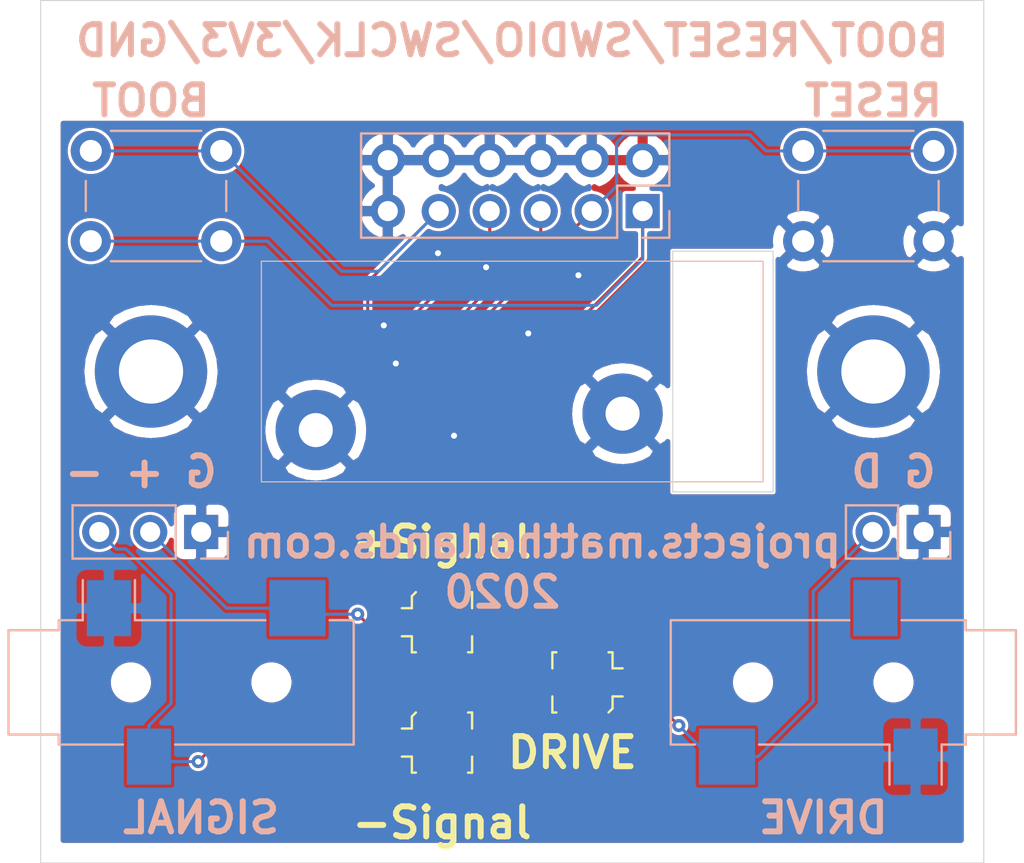
<source format=kicad_pcb>
(kicad_pcb (version 20171130) (host pcbnew "(5.1.5-0-10_14)")

  (general
    (thickness 1.6)
    (drawings 28)
    (tracks 70)
    (zones 0)
    (modules 19)
    (nets 10)
  )

  (page A4)
  (layers
    (0 F.Cu signal)
    (31 B.Cu signal)
    (32 B.Adhes user hide)
    (33 F.Adhes user hide)
    (34 B.Paste user hide)
    (35 F.Paste user hide)
    (36 B.SilkS user)
    (37 F.SilkS user)
    (38 B.Mask user hide)
    (39 F.Mask user hide)
    (40 Dwgs.User user hide)
    (41 Cmts.User user hide)
    (42 Eco1.User user hide)
    (43 Eco2.User user hide)
    (44 Edge.Cuts user)
    (45 Margin user hide)
    (46 B.CrtYd user)
    (47 F.CrtYd user)
    (48 B.Fab user hide)
    (49 F.Fab user hide)
  )

  (setup
    (last_trace_width 0.1524)
    (trace_clearance 0.1524)
    (zone_clearance 0.102)
    (zone_45_only no)
    (trace_min 0.1524)
    (via_size 0.65)
    (via_drill 0.3)
    (via_min_size 0.65)
    (via_min_drill 0.3)
    (uvia_size 0.3)
    (uvia_drill 0.1)
    (uvias_allowed no)
    (uvia_min_size 0.2)
    (uvia_min_drill 0.1)
    (edge_width 0.05)
    (segment_width 0.2)
    (pcb_text_width 0.3)
    (pcb_text_size 1.5 1.5)
    (mod_edge_width 0.12)
    (mod_text_size 1 1)
    (mod_text_width 0.15)
    (pad_size 1.524 1.524)
    (pad_drill 0.762)
    (pad_to_mask_clearance 0.051)
    (solder_mask_min_width 0.25)
    (aux_axis_origin 0 0)
    (visible_elements FFFFFF7F)
    (pcbplotparams
      (layerselection 0x010fc_ffffffff)
      (usegerberextensions false)
      (usegerberattributes false)
      (usegerberadvancedattributes false)
      (creategerberjobfile false)
      (excludeedgelayer true)
      (linewidth 0.100000)
      (plotframeref false)
      (viasonmask false)
      (mode 1)
      (useauxorigin false)
      (hpglpennumber 1)
      (hpglpenspeed 20)
      (hpglpendiameter 15.000000)
      (psnegative false)
      (psa4output false)
      (plotreference true)
      (plotvalue true)
      (plotinvisibletext false)
      (padsonsilk false)
      (subtractmaskfromsilk false)
      (outputformat 1)
      (mirror false)
      (drillshape 0)
      (scaleselection 1)
      (outputdirectory "Gerbers/"))
  )

  (net 0 "")
  (net 1 +3V3)
  (net 2 GND)
  (net 3 /RESET)
  (net 4 /BOOT)
  (net 5 /SWDIO)
  (net 6 /SWCLK)
  (net 7 /DRIVE)
  (net 8 /SIGNAL_N)
  (net 9 /SIGNAL_P)

  (net_class Default "This is the default net class."
    (clearance 0.1524)
    (trace_width 0.1524)
    (via_dia 0.65)
    (via_drill 0.3)
    (uvia_dia 0.3)
    (uvia_drill 0.1)
    (add_net +3V3)
    (add_net /BOOT)
    (add_net /DRIVE)
    (add_net /RESET)
    (add_net /SIGNAL_N)
    (add_net /SIGNAL_P)
    (add_net /SWCLK)
    (add_net /SWDIO)
    (add_net GND)
  )

  (module Mounting_holes:Preci-Dip_90174-AS (layer F.Cu) (tedit 5F265077) (tstamp 5F28B7E6)
    (at 121.94 73.04)
    (path /5F8B8CAA)
    (fp_text reference TP2 (at 0 2.54) (layer F.SilkS) hide
      (effects (font (size 1 1) (thickness 0.15)))
    )
    (fp_text value TestPoint (at 0 -0.5) (layer F.Fab)
      (effects (font (size 1 1) (thickness 0.15)))
    )
    (pad 1 smd circle (at 0 0) (size 1.83 1.83) (layers F.Cu F.Mask)
      (net 3 /RESET))
    (model "/Users/matthollands/Library/Mobile Documents/com~apple~CloudDocs/PersonalProjects/EOGee/Github/EOGee/EOGlass2/Kicad/Programmer_Board/Preci-Dip_90174-AS v2.step"
      (at (xyz 0 0 0))
      (scale (xyz 1 1 1))
      (rotate (xyz 0 0 0))
    )
  )

  (module Mounting_holes:Preci-Dip_90174-AS (layer F.Cu) (tedit 5F265077) (tstamp 5F28B7F2)
    (at 119.65 73.96)
    (path /5F8BCEEB)
    (fp_text reference TP5 (at 0 2.54) (layer F.SilkS) hide
      (effects (font (size 1 1) (thickness 0.15)))
    )
    (fp_text value TestPoint (at 0 -0.5) (layer F.Fab)
      (effects (font (size 1 1) (thickness 0.15)))
    )
    (pad 1 smd circle (at 0 0) (size 1.83 1.83) (layers F.Cu F.Mask)
      (net 5 /SWDIO))
    (model "/Users/matthollands/Library/Mobile Documents/com~apple~CloudDocs/PersonalProjects/EOGee/Github/EOGee/EOGlass2/Kicad/Programmer_Board/Preci-Dip_90174-AS v2.step"
      (at (xyz 0 0 0))
      (scale (xyz 1 1 1))
      (rotate (xyz 0 0 0))
    )
  )

  (module Mounting_holes:Preci-Dip_90174-AS (layer F.Cu) (tedit 5F265077) (tstamp 5F28B7EE)
    (at 119.4 76.2)
    (path /5F8BCCBE)
    (fp_text reference TP4 (at 0 2.54) (layer F.SilkS) hide
      (effects (font (size 1 1) (thickness 0.15)))
    )
    (fp_text value TestPoint (at 0 -0.5) (layer F.Fab)
      (effects (font (size 1 1) (thickness 0.15)))
    )
    (pad 1 smd circle (at 0 0) (size 1.83 1.83) (layers F.Cu F.Mask)
      (net 6 /SWCLK))
    (model "/Users/matthollands/Library/Mobile Documents/com~apple~CloudDocs/PersonalProjects/EOGee/Github/EOGee/EOGlass2/Kicad/Programmer_Board/Preci-Dip_90174-AS v2.step"
      (at (xyz 0 0 0))
      (scale (xyz 1 1 1))
      (rotate (xyz 0 0 0))
    )
  )

  (module Mounting_holes:Wurth_97730256330R (layer F.Cu) (tedit 5F26348D) (tstamp 5F28A710)
    (at 114.71 75.42)
    (path /5F937341)
    (fp_text reference H1 (at 0 2.54) (layer F.SilkS) hide
      (effects (font (size 1 1) (thickness 0.15)))
    )
    (fp_text value MountingHole_Pad (at 0 -0.5) (layer F.Fab)
      (effects (font (size 1 1) (thickness 0.15)))
    )
    (pad 1 thru_hole circle (at 0 0) (size 4 4) (drill 1.7) (layers *.Cu *.Mask)
      (net 2 GND))
  )

  (module Mounting_holes:Wurth_97730256330R (layer F.Cu) (tedit 5F26348D) (tstamp 5F28A715)
    (at 130 74.6)
    (path /5F9390D3)
    (fp_text reference H2 (at 0 2.54) (layer F.SilkS) hide
      (effects (font (size 1 1) (thickness 0.15)))
    )
    (fp_text value MountingHole_Pad (at 0 -0.5) (layer F.Fab)
      (effects (font (size 1 1) (thickness 0.15)))
    )
    (pad 1 thru_hole circle (at 0 0) (size 4 4) (drill 1.7) (layers *.Cu *.Mask)
      (net 2 GND))
  )

  (module MountingHole:MountingHole_3.2mm_M3_DIN965_Pad (layer F.Cu) (tedit 56D1B4CB) (tstamp 5F28AAD4)
    (at 106.5 72.5)
    (descr "Mounting Hole 3.2mm, M3, DIN965")
    (tags "mounting hole 3.2mm m3 din965")
    (path /5F93C4AD)
    (attr virtual)
    (fp_text reference H3 (at 0 -3.8) (layer F.SilkS) hide
      (effects (font (size 1 1) (thickness 0.15)))
    )
    (fp_text value MountingHole_Pad (at 0 3.8) (layer F.Fab)
      (effects (font (size 1 1) (thickness 0.15)))
    )
    (fp_circle (center 0 0) (end 3.05 0) (layer F.CrtYd) (width 0.05))
    (fp_circle (center 0 0) (end 2.8 0) (layer Cmts.User) (width 0.15))
    (fp_text user %R (at 0.3 0) (layer F.Fab)
      (effects (font (size 1 1) (thickness 0.15)))
    )
    (pad 1 thru_hole circle (at 0 0) (size 5.6 5.6) (drill 3.2) (layers *.Cu *.Mask)
      (net 2 GND))
  )

  (module MountingHole:MountingHole_3.2mm_M3_DIN965_Pad (layer F.Cu) (tedit 56D1B4CB) (tstamp 5F28AC30)
    (at 142.5 72.5)
    (descr "Mounting Hole 3.2mm, M3, DIN965")
    (tags "mounting hole 3.2mm m3 din965")
    (path /5F93C9F1)
    (attr virtual)
    (fp_text reference H4 (at 0 -3.8) (layer F.SilkS) hide
      (effects (font (size 1 1) (thickness 0.15)))
    )
    (fp_text value MountingHole_Pad (at 0 3.8) (layer F.Fab)
      (effects (font (size 1 1) (thickness 0.15)))
    )
    (fp_circle (center 0 0) (end 3.05 0) (layer F.CrtYd) (width 0.05))
    (fp_circle (center 0 0) (end 2.8 0) (layer Cmts.User) (width 0.15))
    (fp_text user %R (at 0.3 0) (layer F.Fab)
      (effects (font (size 1 1) (thickness 0.15)))
    )
    (pad 1 thru_hole circle (at 0 0) (size 5.6 5.6) (drill 3.2) (layers *.Cu *.Mask)
      (net 2 GND))
  )

  (module Connector_PinHeader_2.54mm:PinHeader_2x06_P2.54mm_Vertical (layer B.Cu) (tedit 59FED5CC) (tstamp 5F28B048)
    (at 131 64.5 90)
    (descr "Through hole straight pin header, 2x06, 2.54mm pitch, double rows")
    (tags "Through hole pin header THT 2x06 2.54mm double row")
    (path /5F95C42A)
    (fp_text reference J1 (at 1.27 2.33 270) (layer B.SilkS) hide
      (effects (font (size 1 1) (thickness 0.15)) (justify mirror))
    )
    (fp_text value Conn_02x06_Odd_Even (at 1.27 -15.03 270) (layer B.Fab)
      (effects (font (size 1 1) (thickness 0.15)) (justify mirror))
    )
    (fp_text user %R (at 1.27 -6.35) (layer B.Fab)
      (effects (font (size 1 1) (thickness 0.15)) (justify mirror))
    )
    (fp_line (start 4.35 1.8) (end -1.8 1.8) (layer B.CrtYd) (width 0.05))
    (fp_line (start 4.35 -14.5) (end 4.35 1.8) (layer B.CrtYd) (width 0.05))
    (fp_line (start -1.8 -14.5) (end 4.35 -14.5) (layer B.CrtYd) (width 0.05))
    (fp_line (start -1.8 1.8) (end -1.8 -14.5) (layer B.CrtYd) (width 0.05))
    (fp_line (start -1.33 1.33) (end 0 1.33) (layer B.SilkS) (width 0.12))
    (fp_line (start -1.33 0) (end -1.33 1.33) (layer B.SilkS) (width 0.12))
    (fp_line (start 1.27 1.33) (end 3.87 1.33) (layer B.SilkS) (width 0.12))
    (fp_line (start 1.27 -1.27) (end 1.27 1.33) (layer B.SilkS) (width 0.12))
    (fp_line (start -1.33 -1.27) (end 1.27 -1.27) (layer B.SilkS) (width 0.12))
    (fp_line (start 3.87 1.33) (end 3.87 -14.03) (layer B.SilkS) (width 0.12))
    (fp_line (start -1.33 -1.27) (end -1.33 -14.03) (layer B.SilkS) (width 0.12))
    (fp_line (start -1.33 -14.03) (end 3.87 -14.03) (layer B.SilkS) (width 0.12))
    (fp_line (start -1.27 0) (end 0 1.27) (layer B.Fab) (width 0.1))
    (fp_line (start -1.27 -13.97) (end -1.27 0) (layer B.Fab) (width 0.1))
    (fp_line (start 3.81 -13.97) (end -1.27 -13.97) (layer B.Fab) (width 0.1))
    (fp_line (start 3.81 1.27) (end 3.81 -13.97) (layer B.Fab) (width 0.1))
    (fp_line (start 0 1.27) (end 3.81 1.27) (layer B.Fab) (width 0.1))
    (pad 12 thru_hole oval (at 2.54 -12.7 90) (size 1.7 1.7) (drill 1) (layers *.Cu *.Mask)
      (net 2 GND))
    (pad 11 thru_hole oval (at 0 -12.7 90) (size 1.7 1.7) (drill 1) (layers *.Cu *.Mask)
      (net 2 GND))
    (pad 10 thru_hole oval (at 2.54 -10.16 90) (size 1.7 1.7) (drill 1) (layers *.Cu *.Mask)
      (net 2 GND))
    (pad 9 thru_hole oval (at 0 -10.16 90) (size 1.7 1.7) (drill 1) (layers *.Cu *.Mask)
      (net 1 +3V3))
    (pad 8 thru_hole oval (at 2.54 -7.62 90) (size 1.7 1.7) (drill 1) (layers *.Cu *.Mask)
      (net 2 GND))
    (pad 7 thru_hole oval (at 0 -7.62 90) (size 1.7 1.7) (drill 1) (layers *.Cu *.Mask)
      (net 6 /SWCLK))
    (pad 6 thru_hole oval (at 2.54 -5.08 90) (size 1.7 1.7) (drill 1) (layers *.Cu *.Mask)
      (net 2 GND))
    (pad 5 thru_hole oval (at 0 -5.08 90) (size 1.7 1.7) (drill 1) (layers *.Cu *.Mask)
      (net 5 /SWDIO))
    (pad 4 thru_hole oval (at 2.54 -2.54 90) (size 1.7 1.7) (drill 1) (layers *.Cu *.Mask)
      (net 2 GND))
    (pad 3 thru_hole oval (at 0 -2.54 90) (size 1.7 1.7) (drill 1) (layers *.Cu *.Mask)
      (net 3 /RESET))
    (pad 2 thru_hole oval (at 2.54 0 90) (size 1.7 1.7) (drill 1) (layers *.Cu *.Mask)
      (net 2 GND))
    (pad 1 thru_hole rect (at 0 0 90) (size 1.7 1.7) (drill 1) (layers *.Cu *.Mask)
      (net 4 /BOOT))
    (model ${KISYS3DMOD}/Connector_PinHeader_2.54mm.3dshapes/PinHeader_2x06_P2.54mm_Vertical.wrl
      (at (xyz 0 0 0))
      (scale (xyz 1 1 1))
      (rotate (xyz 0 0 0))
    )
  )

  (module Button_Switch_THT:SW_PUSH_6mm (layer B.Cu) (tedit 5A02FE31) (tstamp 5F266AC4)
    (at 139 66)
    (descr https://www.omron.com/ecb/products/pdf/en-b3f.pdf)
    (tags "tact sw push 6mm")
    (path /5F969F84)
    (fp_text reference SW1 (at 3.25 2) (layer B.SilkS) hide
      (effects (font (size 1 1) (thickness 0.15)) (justify mirror))
    )
    (fp_text value SW_Push_45deg (at 3.75 -6.7) (layer B.Fab)
      (effects (font (size 1 1) (thickness 0.15)) (justify mirror))
    )
    (fp_circle (center 3.25 -2.25) (end 1.25 -2.5) (layer B.Fab) (width 0.1))
    (fp_line (start 6.75 -3) (end 6.75 -1.5) (layer B.SilkS) (width 0.12))
    (fp_line (start 5.5 1) (end 1 1) (layer B.SilkS) (width 0.12))
    (fp_line (start -0.25 -1.5) (end -0.25 -3) (layer B.SilkS) (width 0.12))
    (fp_line (start 1 -5.5) (end 5.5 -5.5) (layer B.SilkS) (width 0.12))
    (fp_line (start 8 1.25) (end 8 -5.75) (layer B.CrtYd) (width 0.05))
    (fp_line (start 7.75 -6) (end -1.25 -6) (layer B.CrtYd) (width 0.05))
    (fp_line (start -1.5 -5.75) (end -1.5 1.25) (layer B.CrtYd) (width 0.05))
    (fp_line (start -1.25 1.5) (end 7.75 1.5) (layer B.CrtYd) (width 0.05))
    (fp_line (start -1.5 -6) (end -1.25 -6) (layer B.CrtYd) (width 0.05))
    (fp_line (start -1.5 -5.75) (end -1.5 -6) (layer B.CrtYd) (width 0.05))
    (fp_line (start -1.5 1.5) (end -1.25 1.5) (layer B.CrtYd) (width 0.05))
    (fp_line (start -1.5 1.25) (end -1.5 1.5) (layer B.CrtYd) (width 0.05))
    (fp_line (start 8 1.5) (end 8 1.25) (layer B.CrtYd) (width 0.05))
    (fp_line (start 7.75 1.5) (end 8 1.5) (layer B.CrtYd) (width 0.05))
    (fp_line (start 8 -6) (end 8 -5.75) (layer B.CrtYd) (width 0.05))
    (fp_line (start 7.75 -6) (end 8 -6) (layer B.CrtYd) (width 0.05))
    (fp_line (start 0.25 0.75) (end 3.25 0.75) (layer B.Fab) (width 0.1))
    (fp_line (start 0.25 -5.25) (end 0.25 0.75) (layer B.Fab) (width 0.1))
    (fp_line (start 6.25 -5.25) (end 0.25 -5.25) (layer B.Fab) (width 0.1))
    (fp_line (start 6.25 0.75) (end 6.25 -5.25) (layer B.Fab) (width 0.1))
    (fp_line (start 3.25 0.75) (end 6.25 0.75) (layer B.Fab) (width 0.1))
    (fp_text user %R (at 3.25 -2.25) (layer B.Fab)
      (effects (font (size 1 1) (thickness 0.15)) (justify mirror))
    )
    (pad 1 thru_hole circle (at 6.5 0 270) (size 2 2) (drill 1.1) (layers *.Cu *.Mask)
      (net 2 GND))
    (pad 2 thru_hole circle (at 6.5 -4.5 270) (size 2 2) (drill 1.1) (layers *.Cu *.Mask)
      (net 3 /RESET))
    (pad 1 thru_hole circle (at 0 0 270) (size 2 2) (drill 1.1) (layers *.Cu *.Mask)
      (net 2 GND))
    (pad 2 thru_hole circle (at 0 -4.5 270) (size 2 2) (drill 1.1) (layers *.Cu *.Mask)
      (net 3 /RESET))
    (model ${KISYS3DMOD}/Button_Switch_THT.3dshapes/SW_PUSH_6mm.wrl
      (at (xyz 0 0 0))
      (scale (xyz 1 1 1))
      (rotate (xyz 0 0 0))
    )
  )

  (module Button_Switch_THT:SW_PUSH_6mm (layer B.Cu) (tedit 5A02FE31) (tstamp 5F28B2DC)
    (at 103.5 66)
    (descr https://www.omron.com/ecb/products/pdf/en-b3f.pdf)
    (tags "tact sw push 6mm")
    (path /5F96C27A)
    (fp_text reference SW2 (at 3.25 2) (layer B.SilkS) hide
      (effects (font (size 1 1) (thickness 0.15)) (justify mirror))
    )
    (fp_text value SW_Push_45deg (at 3.75 -6.7) (layer B.Fab)
      (effects (font (size 1 1) (thickness 0.15)) (justify mirror))
    )
    (fp_circle (center 3.25 -2.25) (end 1.25 -2.5) (layer B.Fab) (width 0.1))
    (fp_line (start 6.75 -3) (end 6.75 -1.5) (layer B.SilkS) (width 0.12))
    (fp_line (start 5.5 1) (end 1 1) (layer B.SilkS) (width 0.12))
    (fp_line (start -0.25 -1.5) (end -0.25 -3) (layer B.SilkS) (width 0.12))
    (fp_line (start 1 -5.5) (end 5.5 -5.5) (layer B.SilkS) (width 0.12))
    (fp_line (start 8 1.25) (end 8 -5.75) (layer B.CrtYd) (width 0.05))
    (fp_line (start 7.75 -6) (end -1.25 -6) (layer B.CrtYd) (width 0.05))
    (fp_line (start -1.5 -5.75) (end -1.5 1.25) (layer B.CrtYd) (width 0.05))
    (fp_line (start -1.25 1.5) (end 7.75 1.5) (layer B.CrtYd) (width 0.05))
    (fp_line (start -1.5 -6) (end -1.25 -6) (layer B.CrtYd) (width 0.05))
    (fp_line (start -1.5 -5.75) (end -1.5 -6) (layer B.CrtYd) (width 0.05))
    (fp_line (start -1.5 1.5) (end -1.25 1.5) (layer B.CrtYd) (width 0.05))
    (fp_line (start -1.5 1.25) (end -1.5 1.5) (layer B.CrtYd) (width 0.05))
    (fp_line (start 8 1.5) (end 8 1.25) (layer B.CrtYd) (width 0.05))
    (fp_line (start 7.75 1.5) (end 8 1.5) (layer B.CrtYd) (width 0.05))
    (fp_line (start 8 -6) (end 8 -5.75) (layer B.CrtYd) (width 0.05))
    (fp_line (start 7.75 -6) (end 8 -6) (layer B.CrtYd) (width 0.05))
    (fp_line (start 0.25 0.75) (end 3.25 0.75) (layer B.Fab) (width 0.1))
    (fp_line (start 0.25 -5.25) (end 0.25 0.75) (layer B.Fab) (width 0.1))
    (fp_line (start 6.25 -5.25) (end 0.25 -5.25) (layer B.Fab) (width 0.1))
    (fp_line (start 6.25 0.75) (end 6.25 -5.25) (layer B.Fab) (width 0.1))
    (fp_line (start 3.25 0.75) (end 6.25 0.75) (layer B.Fab) (width 0.1))
    (fp_text user %R (at 3.25 -2.25) (layer B.Fab)
      (effects (font (size 1 1) (thickness 0.15)) (justify mirror))
    )
    (pad 1 thru_hole circle (at 6.5 0 270) (size 2 2) (drill 1.1) (layers *.Cu *.Mask)
      (net 4 /BOOT))
    (pad 2 thru_hole circle (at 6.5 -4.5 270) (size 2 2) (drill 1.1) (layers *.Cu *.Mask)
      (net 1 +3V3))
    (pad 1 thru_hole circle (at 0 0 270) (size 2 2) (drill 1.1) (layers *.Cu *.Mask)
      (net 4 /BOOT))
    (pad 2 thru_hole circle (at 0 -4.5 270) (size 2 2) (drill 1.1) (layers *.Cu *.Mask)
      (net 1 +3V3))
    (model ${KISYS3DMOD}/Button_Switch_THT.3dshapes/SW_PUSH_6mm.wrl
      (at (xyz 0 0 0))
      (scale (xyz 1 1 1))
      (rotate (xyz 0 0 0))
    )
  )

  (module Mounting_holes:Preci-Dip_90174-AS (layer F.Cu) (tedit 5F265077) (tstamp 5F28B7E2)
    (at 123.62 75.14)
    (path /5F935210)
    (fp_text reference TP1 (at 0 2.54) (layer F.SilkS) hide
      (effects (font (size 1 1) (thickness 0.15)))
    )
    (fp_text value TestPoint (at 0 -0.5) (layer F.Fab)
      (effects (font (size 1 1) (thickness 0.15)))
    )
    (pad 1 smd circle (at 0 0) (size 1.83 1.83) (layers F.Cu F.Mask)
      (net 1 +3V3))
    (model "/Users/matthollands/Library/Mobile Documents/com~apple~CloudDocs/PersonalProjects/EOGee/Github/EOGee/EOGlass2/Kicad/Programmer_Board/Preci-Dip_90174-AS v2.step"
      (at (xyz 0 0 0))
      (scale (xyz 1 1 1))
      (rotate (xyz 0 0 0))
    )
  )

  (module Mounting_holes:Preci-Dip_90174-AS (layer F.Cu) (tedit 5F265077) (tstamp 5F28B7EA)
    (at 123.91 72.6)
    (path /5F8BCAF0)
    (fp_text reference TP3 (at 0 2.54) (layer F.SilkS) hide
      (effects (font (size 1 1) (thickness 0.15)))
    )
    (fp_text value TestPoint (at 0 -0.5) (layer F.Fab)
      (effects (font (size 1 1) (thickness 0.15)))
    )
    (pad 1 smd circle (at 0 0) (size 1.83 1.83) (layers F.Cu F.Mask)
      (net 4 /BOOT))
    (model "/Users/matthollands/Library/Mobile Documents/com~apple~CloudDocs/PersonalProjects/EOGee/Github/EOGee/EOGlass2/Kicad/Programmer_Board/Preci-Dip_90174-AS v2.step"
      (at (xyz 0 0 0))
      (scale (xyz 1 1 1))
      (rotate (xyz 0 0 0))
    )
  )

  (module Connector_Audio:Jack_3.5mm_CUI_SJ-3523-SMT_Horizontal (layer B.Cu) (tedit 5C635420) (tstamp 5F26BD22)
    (at 141 88 90)
    (descr "3.5 mm, Stereo, Right Angle, Surface Mount (SMT), Audio Jack Connector (https://www.cui.com/product/resource/sj-352x-smt-series.pdf)")
    (tags "3.5mm audio cui horizontal jack stereo")
    (path /5F26B6CD)
    (attr smd)
    (fp_text reference J2 (at 0 9.9 270) (layer B.SilkS) hide
      (effects (font (size 1 1) (thickness 0.15)) (justify mirror))
    )
    (fp_text value AudioJack2 (at 0 -10.35 270) (layer B.Fab)
      (effects (font (size 1 1) (thickness 0.15)) (justify mirror))
    )
    (fp_line (start -3.1 2.3) (end -5.1 2.3) (layer B.SilkS) (width 0.12))
    (fp_line (start -3.1 4.9) (end -5.1 4.9) (layer B.SilkS) (width 0.12))
    (fp_line (start -3.1 -4.2) (end -3.1 2.3) (layer B.SilkS) (width 0.12))
    (fp_line (start -3.1 -8.6) (end -3.1 -7.4) (layer B.SilkS) (width 0.12))
    (fp_line (start 3.1 -8.6) (end -3.1 -8.6) (layer B.SilkS) (width 0.12))
    (fp_line (start 3.1 0.3) (end 3.1 -8.6) (layer B.SilkS) (width 0.12))
    (fp_line (start 3.1 6.1) (end 3.1 2.9) (layer B.SilkS) (width 0.12))
    (fp_line (start 2.6 6.1) (end 3.1 6.1) (layer B.SilkS) (width 0.12))
    (fp_line (start 2.6 8.6) (end 2.6 6.1) (layer B.SilkS) (width 0.12))
    (fp_line (start -2.6 8.6) (end 2.6 8.6) (layer B.SilkS) (width 0.12))
    (fp_line (start -2.6 6.1) (end -2.6 8.6) (layer B.SilkS) (width 0.12))
    (fp_line (start -3.1 6.1) (end -2.6 6.1) (layer B.SilkS) (width 0.12))
    (fp_line (start -3.1 4.9) (end -3.1 6.1) (layer B.SilkS) (width 0.12))
    (fp_text user %R (at 0 0 270) (layer B.Fab)
      (effects (font (size 1 1) (thickness 0.15)) (justify mirror))
    )
    (fp_line (start -5.6 9) (end 5.6 9) (layer B.CrtYd) (width 0.05))
    (fp_line (start -5.6 -9) (end -5.6 9) (layer B.CrtYd) (width 0.05))
    (fp_line (start 5.6 -9) (end -5.6 -9) (layer B.CrtYd) (width 0.05))
    (fp_line (start 5.6 9) (end 5.6 -9) (layer B.CrtYd) (width 0.05))
    (fp_line (start 2.5 6) (end 3 6) (layer B.Fab) (width 0.1))
    (fp_line (start 2.5 8.5) (end 2.5 6) (layer B.Fab) (width 0.1))
    (fp_line (start -2.5 8.5) (end 2.5 8.5) (layer B.Fab) (width 0.1))
    (fp_line (start -2.5 6) (end -2.5 8.5) (layer B.Fab) (width 0.1))
    (fp_line (start -3 6) (end -2.5 6) (layer B.Fab) (width 0.1))
    (fp_line (start -3 -8.5) (end -3 6) (layer B.Fab) (width 0.1))
    (fp_line (start 3 -8.5) (end -3 -8.5) (layer B.Fab) (width 0.1))
    (fp_line (start 3 6) (end 3 -8.5) (layer B.Fab) (width 0.1))
    (pad "" np_thru_hole circle (at 0 -4.5 90) (size 1.7 1.7) (drill 1.7) (layers *.Cu *.Mask))
    (pad "" np_thru_hole circle (at 0 2.5 90) (size 1.7 1.7) (drill 1.7) (layers *.Cu *.Mask))
    (pad T smd rect (at -3.7 -5.8 90) (size 2.8 2.8) (layers B.Cu B.Paste B.Mask)
      (net 7 /DRIVE))
    (pad S smd rect (at -3.7 3.6 90) (size 2.8 2.2) (layers B.Cu B.Paste B.Mask)
      (net 2 GND))
    (pad R smd rect (at 3.7 1.6 90) (size 2.8 2.2) (layers B.Cu B.Paste B.Mask))
    (model ${KISYS3DMOD}/Connector_Audio.3dshapes/Jack_3.5mm_CUI_SJ-3523-SMT_Horizontal.wrl
      (at (xyz 0 0 0))
      (scale (xyz 1 1 1))
      (rotate (xyz 0 0 0))
    )
    (model "/Users/matthollands/Library/Mobile Documents/com~apple~CloudDocs/PersonalProjects/EOGee/Github/EOGee/EOGlass2/Kicad/Programmer_Board/CUI_DEVICES_SJ-3523-SMT-TR.step"
      (offset (xyz 0 6 0))
      (scale (xyz 1 1 1))
      (rotate (xyz -90 0 90))
    )
  )

  (module Connector_Audio:Jack_3.5mm_CUI_SJ-3523-SMT_Horizontal (layer B.Cu) (tedit 5C635420) (tstamp 5F26657E)
    (at 108 88 270)
    (descr "3.5 mm, Stereo, Right Angle, Surface Mount (SMT), Audio Jack Connector (https://www.cui.com/product/resource/sj-352x-smt-series.pdf)")
    (tags "3.5mm audio cui horizontal jack stereo")
    (path /5F266539)
    (attr smd)
    (fp_text reference J3 (at 0 9.9 270) (layer B.SilkS) hide
      (effects (font (size 1 1) (thickness 0.15)) (justify mirror))
    )
    (fp_text value AudioJack3 (at 0 -10.35 270) (layer B.Fab)
      (effects (font (size 1 1) (thickness 0.15)) (justify mirror))
    )
    (fp_line (start 3 6) (end 3 -8.5) (layer B.Fab) (width 0.1))
    (fp_line (start 3 -8.5) (end -3 -8.5) (layer B.Fab) (width 0.1))
    (fp_line (start -3 -8.5) (end -3 6) (layer B.Fab) (width 0.1))
    (fp_line (start -3 6) (end -2.5 6) (layer B.Fab) (width 0.1))
    (fp_line (start -2.5 6) (end -2.5 8.5) (layer B.Fab) (width 0.1))
    (fp_line (start -2.5 8.5) (end 2.5 8.5) (layer B.Fab) (width 0.1))
    (fp_line (start 2.5 8.5) (end 2.5 6) (layer B.Fab) (width 0.1))
    (fp_line (start 2.5 6) (end 3 6) (layer B.Fab) (width 0.1))
    (fp_line (start 5.6 9) (end 5.6 -9) (layer B.CrtYd) (width 0.05))
    (fp_line (start 5.6 -9) (end -5.6 -9) (layer B.CrtYd) (width 0.05))
    (fp_line (start -5.6 -9) (end -5.6 9) (layer B.CrtYd) (width 0.05))
    (fp_line (start -5.6 9) (end 5.6 9) (layer B.CrtYd) (width 0.05))
    (fp_text user %R (at 0 0 270) (layer B.Fab)
      (effects (font (size 1 1) (thickness 0.15)) (justify mirror))
    )
    (fp_line (start -3.1 4.9) (end -3.1 6.1) (layer B.SilkS) (width 0.12))
    (fp_line (start -3.1 6.1) (end -2.6 6.1) (layer B.SilkS) (width 0.12))
    (fp_line (start -2.6 6.1) (end -2.6 8.6) (layer B.SilkS) (width 0.12))
    (fp_line (start -2.6 8.6) (end 2.6 8.6) (layer B.SilkS) (width 0.12))
    (fp_line (start 2.6 8.6) (end 2.6 6.1) (layer B.SilkS) (width 0.12))
    (fp_line (start 2.6 6.1) (end 3.1 6.1) (layer B.SilkS) (width 0.12))
    (fp_line (start 3.1 6.1) (end 3.1 2.9) (layer B.SilkS) (width 0.12))
    (fp_line (start 3.1 0.3) (end 3.1 -8.6) (layer B.SilkS) (width 0.12))
    (fp_line (start 3.1 -8.6) (end -3.1 -8.6) (layer B.SilkS) (width 0.12))
    (fp_line (start -3.1 -8.6) (end -3.1 -7.4) (layer B.SilkS) (width 0.12))
    (fp_line (start -3.1 -4.2) (end -3.1 2.3) (layer B.SilkS) (width 0.12))
    (fp_line (start -3.1 4.9) (end -5.1 4.9) (layer B.SilkS) (width 0.12))
    (fp_line (start -3.1 2.3) (end -5.1 2.3) (layer B.SilkS) (width 0.12))
    (pad R smd rect (at 3.7 1.6 270) (size 2.8 2.2) (layers B.Cu B.Paste B.Mask)
      (net 8 /SIGNAL_N))
    (pad S smd rect (at -3.7 3.6 270) (size 2.8 2.2) (layers B.Cu B.Paste B.Mask)
      (net 2 GND))
    (pad T smd rect (at -3.7 -5.8 270) (size 2.8 2.8) (layers B.Cu B.Paste B.Mask)
      (net 9 /SIGNAL_P))
    (pad "" np_thru_hole circle (at 0 2.5 270) (size 1.7 1.7) (drill 1.7) (layers *.Cu *.Mask))
    (pad "" np_thru_hole circle (at 0 -4.5 270) (size 1.7 1.7) (drill 1.7) (layers *.Cu *.Mask))
    (model ${KISYS3DMOD}/Connector_Audio.3dshapes/Jack_3.5mm_CUI_SJ-3523-SMT_Horizontal.wrl
      (at (xyz 0 0 0))
      (scale (xyz 1 1 1))
      (rotate (xyz 0 0 0))
    )
    (model "/Users/matthollands/Library/Mobile Documents/com~apple~CloudDocs/PersonalProjects/EOGee/Github/EOGee/EOGlass2/Kicad/Programmer_Board/CUI_DEVICES_SJ-3523-SMT-TR.step"
      (offset (xyz 0 6 0))
      (scale (xyz 1 1 1))
      (rotate (xyz -90 0 90))
    )
  )

  (module Connector_Coaxial:U.FL_Molex_MCRF_73412-0110_Vertical (layer F.Cu) (tedit 5A1B5B59) (tstamp 5F26732B)
    (at 121 85 270)
    (descr "Molex Microcoaxial RF Connectors (MCRF), mates Hirose U.FL, (http://www.molex.com/pdm_docs/sd/734120110_sd.pdf)")
    (tags "mcrf hirose ufl u.fl microcoaxial")
    (path /5F266ED0)
    (attr smd)
    (fp_text reference J4 (at 0 3.5 90) (layer F.SilkS) hide
      (effects (font (size 1 1) (thickness 0.15)))
    )
    (fp_text value Conn_Coaxial (at 0 -3.302 90) (layer F.Fab)
      (effects (font (size 1 1) (thickness 0.15)))
    )
    (fp_line (start 0 1) (end 0.3 1.3) (layer F.Fab) (width 0.1))
    (fp_line (start -0.3 1.3) (end 0 1) (layer F.Fab) (width 0.1))
    (fp_line (start 0.7 1.5) (end 0.7 2) (layer F.SilkS) (width 0.12))
    (fp_line (start -0.7 1.5) (end -0.7 2) (layer F.SilkS) (width 0.12))
    (fp_text user %R (at 0 3.5 90) (layer F.Fab)
      (effects (font (size 1 1) (thickness 0.15)))
    )
    (fp_circle (center 0 0) (end 0 0.05) (layer F.Fab) (width 0.1))
    (fp_circle (center 0 0) (end 0 0.125) (layer F.Fab) (width 0.1))
    (fp_line (start -0.7 1.5) (end -1.3 1.5) (layer F.SilkS) (width 0.12))
    (fp_line (start -1.3 1.5) (end -1.5 1.3) (layer F.SilkS) (width 0.12))
    (fp_line (start 1.5 1.3) (end 1.5 1.5) (layer F.SilkS) (width 0.12))
    (fp_line (start 1.5 1.5) (end 0.7 1.5) (layer F.SilkS) (width 0.12))
    (fp_line (start 0.7 -1.5) (end 1.5 -1.5) (layer F.SilkS) (width 0.12))
    (fp_line (start 1.5 -1.5) (end 1.5 -1.3) (layer F.SilkS) (width 0.12))
    (fp_line (start -1.5 -1.3) (end -1.5 -1.5) (layer F.SilkS) (width 0.12))
    (fp_line (start -1.5 -1.5) (end -0.7 -1.5) (layer F.SilkS) (width 0.12))
    (fp_circle (center 0 0) (end 0.9 0) (layer F.Fab) (width 0.1))
    (fp_line (start -1.3 -1.3) (end 1.3 -1.3) (layer F.Fab) (width 0.1))
    (fp_line (start -1.3 -1.3) (end -1.3 1) (layer F.Fab) (width 0.1))
    (fp_line (start -1.3 1) (end -1 1.3) (layer F.Fab) (width 0.1))
    (fp_line (start 1.3 -1.3) (end 1.3 1.3) (layer F.Fab) (width 0.1))
    (fp_line (start -2.5 -2.5) (end -2.5 2.5) (layer F.CrtYd) (width 0.05))
    (fp_line (start -2.5 2.5) (end 2.5 2.5) (layer F.CrtYd) (width 0.05))
    (fp_line (start 2.5 2.5) (end 2.5 -2.5) (layer F.CrtYd) (width 0.05))
    (fp_line (start 2.5 -2.5) (end -2.5 -2.5) (layer F.CrtYd) (width 0.05))
    (fp_line (start -1 1.3) (end 1.3 1.3) (layer F.Fab) (width 0.1))
    (fp_circle (center 0 0) (end 0 0.2) (layer F.Fab) (width 0.1))
    (pad 2 smd rect (at -1.475 0 270) (size 1.05 2.2) (layers F.Cu F.Paste F.Mask)
      (net 2 GND))
    (pad 2 smd rect (at 1.475 0 270) (size 1.05 2.2) (layers F.Cu F.Paste F.Mask)
      (net 2 GND))
    (pad 2 smd rect (at 0 -1.5 270) (size 1 1) (layers F.Cu F.Paste F.Mask)
      (net 2 GND))
    (pad 1 smd rect (at 0 1.5 270) (size 1 1) (layers F.Cu F.Paste F.Mask)
      (net 9 /SIGNAL_P))
    (model ${KISYS3DMOD}/Connector_Coaxial.3dshapes/U.FL_Molex_MCRF_73412-0110_Vertical.wrl
      (at (xyz 0 0 0))
      (scale (xyz 1 1 1))
      (rotate (xyz 0 0 0))
    )
    (model ${KISYS3DMOD}/Connector_Coaxial.3dshapes/U.FL_Hirose_U.FL-R-SMT-1_Vertical.wrl
      (at (xyz 0 0 0))
      (scale (xyz 1 1 1))
      (rotate (xyz 0 0 0))
    )
  )

  (module Connector_Coaxial:U.FL_Molex_MCRF_73412-0110_Vertical (layer F.Cu) (tedit 5A1B5B59) (tstamp 5F26BD89)
    (at 121 91 270)
    (descr "Molex Microcoaxial RF Connectors (MCRF), mates Hirose U.FL, (http://www.molex.com/pdm_docs/sd/734120110_sd.pdf)")
    (tags "mcrf hirose ufl u.fl microcoaxial")
    (path /5F271F37)
    (attr smd)
    (fp_text reference J5 (at 0 3.5 90) (layer F.SilkS) hide
      (effects (font (size 1 1) (thickness 0.15)))
    )
    (fp_text value Conn_Coaxial (at 0 -3.302 90) (layer F.Fab)
      (effects (font (size 1 1) (thickness 0.15)))
    )
    (fp_circle (center 0 0) (end 0 0.2) (layer F.Fab) (width 0.1))
    (fp_line (start -1 1.3) (end 1.3 1.3) (layer F.Fab) (width 0.1))
    (fp_line (start 2.5 -2.5) (end -2.5 -2.5) (layer F.CrtYd) (width 0.05))
    (fp_line (start 2.5 2.5) (end 2.5 -2.5) (layer F.CrtYd) (width 0.05))
    (fp_line (start -2.5 2.5) (end 2.5 2.5) (layer F.CrtYd) (width 0.05))
    (fp_line (start -2.5 -2.5) (end -2.5 2.5) (layer F.CrtYd) (width 0.05))
    (fp_line (start 1.3 -1.3) (end 1.3 1.3) (layer F.Fab) (width 0.1))
    (fp_line (start -1.3 1) (end -1 1.3) (layer F.Fab) (width 0.1))
    (fp_line (start -1.3 -1.3) (end -1.3 1) (layer F.Fab) (width 0.1))
    (fp_line (start -1.3 -1.3) (end 1.3 -1.3) (layer F.Fab) (width 0.1))
    (fp_circle (center 0 0) (end 0.9 0) (layer F.Fab) (width 0.1))
    (fp_line (start -1.5 -1.5) (end -0.7 -1.5) (layer F.SilkS) (width 0.12))
    (fp_line (start -1.5 -1.3) (end -1.5 -1.5) (layer F.SilkS) (width 0.12))
    (fp_line (start 1.5 -1.5) (end 1.5 -1.3) (layer F.SilkS) (width 0.12))
    (fp_line (start 0.7 -1.5) (end 1.5 -1.5) (layer F.SilkS) (width 0.12))
    (fp_line (start 1.5 1.5) (end 0.7 1.5) (layer F.SilkS) (width 0.12))
    (fp_line (start 1.5 1.3) (end 1.5 1.5) (layer F.SilkS) (width 0.12))
    (fp_line (start -1.3 1.5) (end -1.5 1.3) (layer F.SilkS) (width 0.12))
    (fp_line (start -0.7 1.5) (end -1.3 1.5) (layer F.SilkS) (width 0.12))
    (fp_circle (center 0 0) (end 0 0.125) (layer F.Fab) (width 0.1))
    (fp_circle (center 0 0) (end 0 0.05) (layer F.Fab) (width 0.1))
    (fp_text user %R (at 0 3.5 90) (layer F.Fab)
      (effects (font (size 1 1) (thickness 0.15)))
    )
    (fp_line (start -0.7 1.5) (end -0.7 2) (layer F.SilkS) (width 0.12))
    (fp_line (start 0.7 1.5) (end 0.7 2) (layer F.SilkS) (width 0.12))
    (fp_line (start -0.3 1.3) (end 0 1) (layer F.Fab) (width 0.1))
    (fp_line (start 0 1) (end 0.3 1.3) (layer F.Fab) (width 0.1))
    (pad 1 smd rect (at 0 1.5 270) (size 1 1) (layers F.Cu F.Paste F.Mask)
      (net 8 /SIGNAL_N))
    (pad 2 smd rect (at 0 -1.5 270) (size 1 1) (layers F.Cu F.Paste F.Mask)
      (net 2 GND))
    (pad 2 smd rect (at 1.475 0 270) (size 1.05 2.2) (layers F.Cu F.Paste F.Mask)
      (net 2 GND))
    (pad 2 smd rect (at -1.475 0 270) (size 1.05 2.2) (layers F.Cu F.Paste F.Mask)
      (net 2 GND))
    (model ${KISYS3DMOD}/Connector_Coaxial.3dshapes/U.FL_Molex_MCRF_73412-0110_Vertical.wrl
      (at (xyz 0 0 0))
      (scale (xyz 1 1 1))
      (rotate (xyz 0 0 0))
    )
    (model ${KISYS3DMOD}/Connector_Coaxial.3dshapes/U.FL_Hirose_U.FL-R-SMT-1_Vertical.wrl
      (at (xyz 0 0 0))
      (scale (xyz 1 1 1))
      (rotate (xyz 0 0 0))
    )
  )

  (module Connector_Coaxial:U.FL_Molex_MCRF_73412-0110_Vertical (layer F.Cu) (tedit 5A1B5B59) (tstamp 5F26BDAB)
    (at 128 88 90)
    (descr "Molex Microcoaxial RF Connectors (MCRF), mates Hirose U.FL, (http://www.molex.com/pdm_docs/sd/734120110_sd.pdf)")
    (tags "mcrf hirose ufl u.fl microcoaxial")
    (path /5F2733B5)
    (attr smd)
    (fp_text reference J6 (at 0 3.5 90) (layer F.SilkS) hide
      (effects (font (size 1 1) (thickness 0.15)))
    )
    (fp_text value Conn_Coaxial (at 0 -3.302 90) (layer F.Fab)
      (effects (font (size 1 1) (thickness 0.15)))
    )
    (fp_line (start 0 1) (end 0.3 1.3) (layer F.Fab) (width 0.1))
    (fp_line (start -0.3 1.3) (end 0 1) (layer F.Fab) (width 0.1))
    (fp_line (start 0.7 1.5) (end 0.7 2) (layer F.SilkS) (width 0.12))
    (fp_line (start -0.7 1.5) (end -0.7 2) (layer F.SilkS) (width 0.12))
    (fp_text user %R (at 0 3.5 90) (layer F.Fab)
      (effects (font (size 1 1) (thickness 0.15)))
    )
    (fp_circle (center 0 0) (end 0 0.05) (layer F.Fab) (width 0.1))
    (fp_circle (center 0 0) (end 0 0.125) (layer F.Fab) (width 0.1))
    (fp_line (start -0.7 1.5) (end -1.3 1.5) (layer F.SilkS) (width 0.12))
    (fp_line (start -1.3 1.5) (end -1.5 1.3) (layer F.SilkS) (width 0.12))
    (fp_line (start 1.5 1.3) (end 1.5 1.5) (layer F.SilkS) (width 0.12))
    (fp_line (start 1.5 1.5) (end 0.7 1.5) (layer F.SilkS) (width 0.12))
    (fp_line (start 0.7 -1.5) (end 1.5 -1.5) (layer F.SilkS) (width 0.12))
    (fp_line (start 1.5 -1.5) (end 1.5 -1.3) (layer F.SilkS) (width 0.12))
    (fp_line (start -1.5 -1.3) (end -1.5 -1.5) (layer F.SilkS) (width 0.12))
    (fp_line (start -1.5 -1.5) (end -0.7 -1.5) (layer F.SilkS) (width 0.12))
    (fp_circle (center 0 0) (end 0.9 0) (layer F.Fab) (width 0.1))
    (fp_line (start -1.3 -1.3) (end 1.3 -1.3) (layer F.Fab) (width 0.1))
    (fp_line (start -1.3 -1.3) (end -1.3 1) (layer F.Fab) (width 0.1))
    (fp_line (start -1.3 1) (end -1 1.3) (layer F.Fab) (width 0.1))
    (fp_line (start 1.3 -1.3) (end 1.3 1.3) (layer F.Fab) (width 0.1))
    (fp_line (start -2.5 -2.5) (end -2.5 2.5) (layer F.CrtYd) (width 0.05))
    (fp_line (start -2.5 2.5) (end 2.5 2.5) (layer F.CrtYd) (width 0.05))
    (fp_line (start 2.5 2.5) (end 2.5 -2.5) (layer F.CrtYd) (width 0.05))
    (fp_line (start 2.5 -2.5) (end -2.5 -2.5) (layer F.CrtYd) (width 0.05))
    (fp_line (start -1 1.3) (end 1.3 1.3) (layer F.Fab) (width 0.1))
    (fp_circle (center 0 0) (end 0 0.2) (layer F.Fab) (width 0.1))
    (pad 2 smd rect (at -1.475 0 90) (size 1.05 2.2) (layers F.Cu F.Paste F.Mask)
      (net 2 GND))
    (pad 2 smd rect (at 1.475 0 90) (size 1.05 2.2) (layers F.Cu F.Paste F.Mask)
      (net 2 GND))
    (pad 2 smd rect (at 0 -1.5 90) (size 1 1) (layers F.Cu F.Paste F.Mask)
      (net 2 GND))
    (pad 1 smd rect (at 0 1.5 90) (size 1 1) (layers F.Cu F.Paste F.Mask)
      (net 7 /DRIVE))
    (model ${KISYS3DMOD}/Connector_Coaxial.3dshapes/U.FL_Molex_MCRF_73412-0110_Vertical.wrl
      (at (xyz 0 0 0))
      (scale (xyz 1 1 1))
      (rotate (xyz 0 0 0))
    )
    (model ${KISYS3DMOD}/Connector_Coaxial.3dshapes/U.FL_Hirose_U.FL-R-SMT-1_Vertical.wrl
      (at (xyz 0 0 0))
      (scale (xyz 1 1 1))
      (rotate (xyz 0 0 0))
    )
  )

  (module Connector_PinHeader_2.54mm:PinHeader_1x03_P2.54mm_Vertical (layer B.Cu) (tedit 59FED5CC) (tstamp 5F26CCCE)
    (at 109 80.5 90)
    (descr "Through hole straight pin header, 1x03, 2.54mm pitch, single row")
    (tags "Through hole pin header THT 1x03 2.54mm single row")
    (path /5F2867B9)
    (fp_text reference J7 (at 0 2.33 270) (layer B.SilkS) hide
      (effects (font (size 1 1) (thickness 0.15)) (justify mirror))
    )
    (fp_text value Conn_01x03 (at 0 -7.41 270) (layer B.Fab)
      (effects (font (size 1 1) (thickness 0.15)) (justify mirror))
    )
    (fp_line (start -0.635 1.27) (end 1.27 1.27) (layer B.Fab) (width 0.1))
    (fp_line (start 1.27 1.27) (end 1.27 -6.35) (layer B.Fab) (width 0.1))
    (fp_line (start 1.27 -6.35) (end -1.27 -6.35) (layer B.Fab) (width 0.1))
    (fp_line (start -1.27 -6.35) (end -1.27 0.635) (layer B.Fab) (width 0.1))
    (fp_line (start -1.27 0.635) (end -0.635 1.27) (layer B.Fab) (width 0.1))
    (fp_line (start -1.33 -6.41) (end 1.33 -6.41) (layer B.SilkS) (width 0.12))
    (fp_line (start -1.33 -1.27) (end -1.33 -6.41) (layer B.SilkS) (width 0.12))
    (fp_line (start 1.33 -1.27) (end 1.33 -6.41) (layer B.SilkS) (width 0.12))
    (fp_line (start -1.33 -1.27) (end 1.33 -1.27) (layer B.SilkS) (width 0.12))
    (fp_line (start -1.33 0) (end -1.33 1.33) (layer B.SilkS) (width 0.12))
    (fp_line (start -1.33 1.33) (end 0 1.33) (layer B.SilkS) (width 0.12))
    (fp_line (start -1.8 1.8) (end -1.8 -6.85) (layer B.CrtYd) (width 0.05))
    (fp_line (start -1.8 -6.85) (end 1.8 -6.85) (layer B.CrtYd) (width 0.05))
    (fp_line (start 1.8 -6.85) (end 1.8 1.8) (layer B.CrtYd) (width 0.05))
    (fp_line (start 1.8 1.8) (end -1.8 1.8) (layer B.CrtYd) (width 0.05))
    (fp_text user %R (at 0 -2.54) (layer B.Fab)
      (effects (font (size 1 1) (thickness 0.15)) (justify mirror))
    )
    (pad 1 thru_hole rect (at 0 0 90) (size 1.7 1.7) (drill 1) (layers *.Cu *.Mask)
      (net 2 GND))
    (pad 2 thru_hole oval (at 0 -2.54 90) (size 1.7 1.7) (drill 1) (layers *.Cu *.Mask)
      (net 9 /SIGNAL_P))
    (pad 3 thru_hole oval (at 0 -5.08 90) (size 1.7 1.7) (drill 1) (layers *.Cu *.Mask)
      (net 8 /SIGNAL_N))
    (model ${KISYS3DMOD}/Connector_PinHeader_2.54mm.3dshapes/PinHeader_1x03_P2.54mm_Vertical.wrl
      (at (xyz 0 0 0))
      (scale (xyz 1 1 1))
      (rotate (xyz 0 0 0))
    )
  )

  (module Connector_PinHeader_2.54mm:PinHeader_1x02_P2.54mm_Vertical (layer B.Cu) (tedit 59FED5CC) (tstamp 5F26CCE4)
    (at 145 80.5 90)
    (descr "Through hole straight pin header, 1x02, 2.54mm pitch, single row")
    (tags "Through hole pin header THT 1x02 2.54mm single row")
    (path /5F280374)
    (fp_text reference J8 (at 0 2.33 270) (layer B.SilkS) hide
      (effects (font (size 1 1) (thickness 0.15)) (justify mirror))
    )
    (fp_text value Conn_01x02 (at 0 -4.87 270) (layer B.Fab)
      (effects (font (size 1 1) (thickness 0.15)) (justify mirror))
    )
    (fp_line (start -0.635 1.27) (end 1.27 1.27) (layer B.Fab) (width 0.1))
    (fp_line (start 1.27 1.27) (end 1.27 -3.81) (layer B.Fab) (width 0.1))
    (fp_line (start 1.27 -3.81) (end -1.27 -3.81) (layer B.Fab) (width 0.1))
    (fp_line (start -1.27 -3.81) (end -1.27 0.635) (layer B.Fab) (width 0.1))
    (fp_line (start -1.27 0.635) (end -0.635 1.27) (layer B.Fab) (width 0.1))
    (fp_line (start -1.33 -3.87) (end 1.33 -3.87) (layer B.SilkS) (width 0.12))
    (fp_line (start -1.33 -1.27) (end -1.33 -3.87) (layer B.SilkS) (width 0.12))
    (fp_line (start 1.33 -1.27) (end 1.33 -3.87) (layer B.SilkS) (width 0.12))
    (fp_line (start -1.33 -1.27) (end 1.33 -1.27) (layer B.SilkS) (width 0.12))
    (fp_line (start -1.33 0) (end -1.33 1.33) (layer B.SilkS) (width 0.12))
    (fp_line (start -1.33 1.33) (end 0 1.33) (layer B.SilkS) (width 0.12))
    (fp_line (start -1.8 1.8) (end -1.8 -4.35) (layer B.CrtYd) (width 0.05))
    (fp_line (start -1.8 -4.35) (end 1.8 -4.35) (layer B.CrtYd) (width 0.05))
    (fp_line (start 1.8 -4.35) (end 1.8 1.8) (layer B.CrtYd) (width 0.05))
    (fp_line (start 1.8 1.8) (end -1.8 1.8) (layer B.CrtYd) (width 0.05))
    (fp_text user %R (at 0 -1.27) (layer B.Fab)
      (effects (font (size 1 1) (thickness 0.15)) (justify mirror))
    )
    (pad 1 thru_hole rect (at 0 0 90) (size 1.7 1.7) (drill 1) (layers *.Cu *.Mask)
      (net 2 GND))
    (pad 2 thru_hole oval (at 0 -2.54 90) (size 1.7 1.7) (drill 1) (layers *.Cu *.Mask)
      (net 7 /DRIVE))
    (model ${KISYS3DMOD}/Connector_PinHeader_2.54mm.3dshapes/PinHeader_1x02_P2.54mm_Vertical.wrl
      (at (xyz 0 0 0))
      (scale (xyz 1 1 1))
      (rotate (xyz 0 0 0))
    )
  )

  (gr_text 2020 (at 124 83.5) (layer B.SilkS) (tstamp 5F2675FA)
    (effects (font (size 1.5 1.5) (thickness 0.3)) (justify mirror))
  )
  (gr_text projects.matthollands.com (at 126 81) (layer B.SilkS) (tstamp 5F267579)
    (effects (font (size 1.5 1.5) (thickness 0.3)) (justify mirror))
  )
  (gr_text SIGNAL (at 109 94.75) (layer B.SilkS) (tstamp 5F2670D9)
    (effects (font (size 1.5 1.5) (thickness 0.3)) (justify mirror))
  )
  (gr_text DRIVE (at 140 94.75) (layer B.SilkS) (tstamp 5F2670D6)
    (effects (font (size 1.5 1.5) (thickness 0.3)) (justify mirror))
  )
  (gr_line (start 112 67) (end 112 78) (layer B.SilkS) (width 0.05) (tstamp 5F266D97))
  (gr_line (start 112 78) (end 137 78) (layer B.SilkS) (width 0.05) (tstamp 5F266D96))
  (gr_line (start 137 78) (end 137 67) (layer B.SilkS) (width 0.05) (tstamp 5F266D95))
  (gr_line (start 137 67) (end 112 67) (layer B.SilkS) (width 0.05) (tstamp 5F266DB3))
  (gr_text "G D" (at 143.5 77.5) (layer B.SilkS) (tstamp 5F26CF0B)
    (effects (font (size 1.5 1.5) (thickness 0.3)) (justify mirror))
  )
  (gr_text "G + -" (at 106 77.5) (layer B.SilkS) (tstamp 5F26CF07)
    (effects (font (size 1.5 1.5) (thickness 0.3)) (justify mirror))
  )
  (gr_text DRIVE (at 127.5 91.5) (layer F.SilkS) (tstamp 5F26C467)
    (effects (font (size 1.5 1.5) (thickness 0.3)))
  )
  (gr_text -Signal (at 121 95) (layer F.SilkS) (tstamp 5F26C463)
    (effects (font (size 1.5 1.5) (thickness 0.3)))
  )
  (gr_text +Signal (at 121 81) (layer F.SilkS) (tstamp 5F26C38C)
    (effects (font (size 1.5 1.5) (thickness 0.3)))
  )
  (gr_line (start 137.5 78.5) (end 132.5 78.5) (layer Edge.Cuts) (width 0.05) (tstamp 5F26670C))
  (gr_line (start 137.5 66.5) (end 137.5 78.5) (layer Edge.Cuts) (width 0.05))
  (gr_line (start 132.5 66.5) (end 137.5 66.5) (layer Edge.Cuts) (width 0.05))
  (gr_line (start 132.5 78.5) (end 132.5 66.5) (layer Edge.Cuts) (width 0.05))
  (gr_text BOOT/RESET/SWDIO/SWCLK/3V3/GND (at 124.5 56) (layer B.SilkS) (tstamp 5F28B707)
    (effects (font (size 1.5 1.5) (thickness 0.3)) (justify mirror))
  )
  (gr_text BOOT (at 106.5 59) (layer B.SilkS) (tstamp 5F28B6A9)
    (effects (font (size 1.5 1.5) (thickness 0.3)) (justify mirror))
  )
  (gr_text RESET (at 142.5 59) (layer B.SilkS)
    (effects (font (size 1.5 1.5) (thickness 0.3)) (justify mirror))
  )
  (gr_line (start 148 97) (end 101 97) (layer Edge.Cuts) (width 0.05) (tstamp 5F28B113))
  (gr_line (start 148 54) (end 148 97) (layer Edge.Cuts) (width 0.05))
  (gr_line (start 101 54) (end 148 54) (layer Edge.Cuts) (width 0.05))
  (gr_line (start 101 97) (end 101 54) (layer Edge.Cuts) (width 0.05))
  (gr_line (start 137 67) (end 112 67) (layer F.SilkS) (width 0.05) (tstamp 5F1DB6BC))
  (gr_line (start 137 78) (end 137 67) (layer F.SilkS) (width 0.05))
  (gr_line (start 112 78) (end 137 78) (layer F.SilkS) (width 0.05))
  (gr_line (start 112 67) (end 112 78) (layer F.SilkS) (width 0.05))

  (segment (start 123.62 76.434005) (end 121.954005 78.1) (width 0.1524) (layer F.Cu) (net 1))
  (segment (start 123.62 75.14) (end 123.62 76.434005) (width 0.1524) (layer F.Cu) (net 1))
  (segment (start 121.954005 78.1) (end 118.3 78.1) (width 0.1524) (layer F.Cu) (net 1))
  (segment (start 118.3 78.1) (end 117.3 77.1) (width 0.1524) (layer F.Cu) (net 1))
  (segment (start 117.3 68.04) (end 120.84 64.5) (width 0.1524) (layer F.Cu) (net 1))
  (segment (start 117.3 77.1) (end 117.3 68.04) (width 0.1524) (layer F.Cu) (net 1))
  (segment (start 103.5 61.5) (end 110 61.5) (width 0.1524) (layer B.Cu) (net 1))
  (segment (start 110 61.5) (end 116 67.5) (width 0.1524) (layer B.Cu) (net 1))
  (segment (start 117.84 67.5) (end 120.84 64.5) (width 0.1524) (layer B.Cu) (net 1))
  (segment (start 116 67.5) (end 117.84 67.5) (width 0.1524) (layer B.Cu) (net 1))
  (via (at 120.8 66.6) (size 0.65) (drill 0.3) (layers F.Cu B.Cu) (net 2))
  (via (at 118.1 70.2) (size 0.65) (drill 0.3) (layers F.Cu B.Cu) (net 2))
  (via (at 118.7 72.1) (size 0.65) (drill 0.3) (layers F.Cu B.Cu) (net 2))
  (via (at 125.3 70.6) (size 0.65) (drill 0.3) (layers F.Cu B.Cu) (net 2))
  (via (at 127.8 67.7) (size 0.65) (drill 0.3) (layers F.Cu B.Cu) (net 2))
  (via (at 123.2 67.3) (size 0.65) (drill 0.3) (layers F.Cu B.Cu) (net 2))
  (via (at 121.6 75.7) (size 0.65) (drill 0.3) (layers F.Cu B.Cu) (net 2))
  (segment (start 121.94 71.02) (end 128.46 64.5) (width 0.1524) (layer F.Cu) (net 3))
  (segment (start 121.94 73.04) (end 121.94 71.02) (width 0.1524) (layer F.Cu) (net 3))
  (segment (start 139 61.5) (end 145.5 61.5) (width 0.1524) (layer B.Cu) (net 3))
  (segment (start 137.141342 61.5) (end 136.341342 60.7) (width 0.1524) (layer B.Cu) (net 3))
  (segment (start 139 61.5) (end 137.141342 61.5) (width 0.1524) (layer B.Cu) (net 3))
  (segment (start 136.341342 60.7) (end 130.1 60.7) (width 0.1524) (layer B.Cu) (net 3))
  (segment (start 130.1 60.7) (end 129.7 61.1) (width 0.1524) (layer B.Cu) (net 3))
  (segment (start 129.7 63.26) (end 128.46 64.5) (width 0.1524) (layer B.Cu) (net 3))
  (segment (start 129.7 61.1) (end 129.7 63.26) (width 0.1524) (layer B.Cu) (net 3))
  (segment (start 131 65.5024) (end 131 64.5) (width 0.1524) (layer F.Cu) (net 4))
  (segment (start 125.204005 72.6) (end 131 66.804005) (width 0.1524) (layer F.Cu) (net 4))
  (segment (start 131 66.804005) (end 131 65.5024) (width 0.1524) (layer F.Cu) (net 4))
  (segment (start 123.91 72.6) (end 125.204005 72.6) (width 0.1524) (layer F.Cu) (net 4))
  (segment (start 110 66) (end 112.3 66) (width 0.1524) (layer B.Cu) (net 4))
  (segment (start 112.3 66) (end 115.5 69.2) (width 0.1524) (layer B.Cu) (net 4))
  (segment (start 115.5 69.2) (end 128.7 69.2) (width 0.1524) (layer B.Cu) (net 4))
  (segment (start 131 66.9) (end 131 64.5) (width 0.1524) (layer B.Cu) (net 4))
  (segment (start 128.7 69.2) (end 131 66.9) (width 0.1524) (layer B.Cu) (net 4))
  (segment (start 103.5 66) (end 110 66) (width 0.1524) (layer B.Cu) (net 4))
  (segment (start 125.92 65.78) (end 125.92 64.5) (width 0.1524) (layer F.Cu) (net 5))
  (segment (start 119.65 72.05) (end 125.92 65.78) (width 0.1524) (layer F.Cu) (net 5))
  (segment (start 119.65 73.96) (end 119.65 72.05) (width 0.1524) (layer F.Cu) (net 5))
  (segment (start 123.38 65.92) (end 123.38 64.5) (width 0.1524) (layer F.Cu) (net 6))
  (segment (start 118.1 71.2) (end 123.38 65.92) (width 0.1524) (layer F.Cu) (net 6))
  (segment (start 118.1 74.9) (end 118.1 71.2) (width 0.1524) (layer F.Cu) (net 6))
  (segment (start 119.4 76.2) (end 118.1 74.9) (width 0.1524) (layer F.Cu) (net 6))
  (segment (start 130.65 88) (end 132.8 90.15) (width 0.1524) (layer F.Cu) (net 7))
  (via (at 132.8 90.15) (size 0.65) (drill 0.3) (layers F.Cu B.Cu) (net 7))
  (segment (start 129.5 88) (end 130.65 88) (width 0.1524) (layer F.Cu) (net 7))
  (segment (start 134.35 91.7) (end 135.2 91.7) (width 0.1524) (layer B.Cu) (net 7))
  (segment (start 132.8 90.15) (end 134.35 91.7) (width 0.1524) (layer B.Cu) (net 7))
  (segment (start 136.7524 91.7) (end 139.5 88.9524) (width 0.1524) (layer B.Cu) (net 7))
  (segment (start 135.2 91.7) (end 136.7524 91.7) (width 0.1524) (layer B.Cu) (net 7))
  (segment (start 139.5 83.46) (end 142.46 80.5) (width 0.1524) (layer B.Cu) (net 7))
  (segment (start 139.5 88.9524) (end 139.5 83.46) (width 0.1524) (layer B.Cu) (net 7))
  (via (at 108.85 91.95) (size 0.65) (drill 0.3) (layers F.Cu B.Cu) (net 8))
  (segment (start 109.8 91) (end 108.85 91.95) (width 0.1524) (layer F.Cu) (net 8))
  (segment (start 119.5 91) (end 109.8 91) (width 0.1524) (layer F.Cu) (net 8))
  (segment (start 106.65 91.95) (end 106.4 91.7) (width 0.1524) (layer B.Cu) (net 8))
  (segment (start 108.85 91.95) (end 106.65 91.95) (width 0.1524) (layer B.Cu) (net 8))
  (segment (start 104.769999 81.349999) (end 105.249999 81.349999) (width 0.1524) (layer B.Cu) (net 8))
  (segment (start 103.92 80.5) (end 104.769999 81.349999) (width 0.1524) (layer B.Cu) (net 8))
  (segment (start 105.249999 81.349999) (end 107.5 83.6) (width 0.1524) (layer B.Cu) (net 8))
  (segment (start 106.4 90.1476) (end 106.4 91.7) (width 0.1524) (layer B.Cu) (net 8))
  (segment (start 107.5 89.0476) (end 106.4 90.1476) (width 0.1524) (layer B.Cu) (net 8))
  (segment (start 107.5 83.6) (end 107.5 89.0476) (width 0.1524) (layer B.Cu) (net 8))
  (segment (start 110.26 84.3) (end 106.46 80.5) (width 0.1524) (layer B.Cu) (net 9))
  (segment (start 113.8 84.3) (end 110.26 84.3) (width 0.1524) (layer B.Cu) (net 9))
  (via (at 116.8 84.6) (size 0.65) (drill 0.3) (layers F.Cu B.Cu) (net 9))
  (segment (start 117.2 85) (end 116.8 84.6) (width 0.1524) (layer F.Cu) (net 9))
  (segment (start 119.5 85) (end 117.2 85) (width 0.1524) (layer F.Cu) (net 9))
  (segment (start 114.1 84.6) (end 113.8 84.3) (width 0.1524) (layer B.Cu) (net 9))
  (segment (start 116.8 84.6) (end 114.1 84.6) (width 0.1524) (layer B.Cu) (net 9))

  (zone (net 2) (net_name GND) (layer F.Cu) (tstamp 5F2781F5) (hatch edge 0.508)
    (connect_pads (clearance 0.102))
    (min_thickness 0.254)
    (fill yes (arc_segments 32) (thermal_gap 0.508) (thermal_bridge_width 0.508))
    (polygon
      (pts
        (xy 147 96) (xy 102 96) (xy 102 60) (xy 147 60)
      )
    )
    (filled_polygon
      (pts
        (xy 146.873 65.130244) (xy 146.635413 65.044192) (xy 145.679605 66) (xy 146.635413 66.955808) (xy 146.873 66.869756)
        (xy 146.873 95.873) (xy 102.127 95.873) (xy 102.127 93) (xy 119.261928 93) (xy 119.274188 93.124482)
        (xy 119.310498 93.24418) (xy 119.369463 93.354494) (xy 119.448815 93.451185) (xy 119.545506 93.530537) (xy 119.65582 93.589502)
        (xy 119.775518 93.625812) (xy 119.9 93.638072) (xy 120.71425 93.635) (xy 120.873 93.47625) (xy 120.873 92.602)
        (xy 121.127 92.602) (xy 121.127 93.47625) (xy 121.28575 93.635) (xy 122.1 93.638072) (xy 122.224482 93.625812)
        (xy 122.34418 93.589502) (xy 122.454494 93.530537) (xy 122.551185 93.451185) (xy 122.630537 93.354494) (xy 122.689502 93.24418)
        (xy 122.725812 93.124482) (xy 122.738072 93) (xy 122.735 92.76075) (xy 122.57625 92.602) (xy 121.127 92.602)
        (xy 120.873 92.602) (xy 119.42375 92.602) (xy 119.265 92.76075) (xy 119.261928 93) (xy 102.127 93)
        (xy 102.127 91.890472) (xy 108.2456 91.890472) (xy 108.2456 92.009528) (xy 108.268827 92.126297) (xy 108.314388 92.236291)
        (xy 108.380532 92.335282) (xy 108.464718 92.419468) (xy 108.563709 92.485612) (xy 108.673703 92.531173) (xy 108.790472 92.5544)
        (xy 108.909528 92.5544) (xy 109.026297 92.531173) (xy 109.136291 92.485612) (xy 109.235282 92.419468) (xy 109.319468 92.335282)
        (xy 109.385612 92.236291) (xy 109.431173 92.126297) (xy 109.4544 92.009528) (xy 109.4544 91.890472) (xy 109.447435 91.855458)
        (xy 109.947294 91.3556) (xy 118.719249 91.3556) (xy 118.719249 91.5) (xy 118.724644 91.554772) (xy 118.74062 91.607439)
        (xy 118.766564 91.655977) (xy 118.801479 91.698521) (xy 118.844023 91.733436) (xy 118.892561 91.75938) (xy 118.945228 91.775356)
        (xy 119 91.780751) (xy 119.287768 91.780751) (xy 119.274188 91.825518) (xy 119.261928 91.95) (xy 119.265 92.18925)
        (xy 119.42375 92.348) (xy 120.873 92.348) (xy 120.873 91.47375) (xy 121.127 91.47375) (xy 121.127 92.348)
        (xy 122.57625 92.348) (xy 122.735 92.18925) (xy 122.736331 92.085581) (xy 122.78575 92.135) (xy 123 92.138072)
        (xy 123.124482 92.125812) (xy 123.24418 92.089502) (xy 123.354494 92.030537) (xy 123.451185 91.951185) (xy 123.530537 91.854494)
        (xy 123.589502 91.74418) (xy 123.625812 91.624482) (xy 123.638072 91.5) (xy 123.635 91.28575) (xy 123.47625 91.127)
        (xy 122.627 91.127) (xy 122.627 91.147) (xy 122.373 91.147) (xy 122.373 91.127) (xy 121.52375 91.127)
        (xy 121.365 91.28575) (xy 121.364585 91.314703) (xy 121.28575 91.315) (xy 121.127 91.47375) (xy 120.873 91.47375)
        (xy 120.71425 91.315) (xy 120.280751 91.313364) (xy 120.280751 90.686636) (xy 120.71425 90.685) (xy 120.873 90.52625)
        (xy 120.873 89.652) (xy 121.127 89.652) (xy 121.127 90.52625) (xy 121.28575 90.685) (xy 121.364585 90.685297)
        (xy 121.365 90.71425) (xy 121.52375 90.873) (xy 122.373 90.873) (xy 122.373 90.853) (xy 122.627 90.853)
        (xy 122.627 90.873) (xy 123.47625 90.873) (xy 123.635 90.71425) (xy 123.638072 90.5) (xy 123.625812 90.375518)
        (xy 123.589502 90.25582) (xy 123.530537 90.145506) (xy 123.451185 90.048815) (xy 123.391704 90) (xy 126.261928 90)
        (xy 126.274188 90.124482) (xy 126.310498 90.24418) (xy 126.369463 90.354494) (xy 126.448815 90.451185) (xy 126.545506 90.530537)
        (xy 126.65582 90.589502) (xy 126.775518 90.625812) (xy 126.9 90.638072) (xy 127.71425 90.635) (xy 127.873 90.47625)
        (xy 127.873 89.602) (xy 128.127 89.602) (xy 128.127 90.47625) (xy 128.28575 90.635) (xy 129.1 90.638072)
        (xy 129.224482 90.625812) (xy 129.34418 90.589502) (xy 129.454494 90.530537) (xy 129.551185 90.451185) (xy 129.630537 90.354494)
        (xy 129.689502 90.24418) (xy 129.725812 90.124482) (xy 129.738072 90) (xy 129.735 89.76075) (xy 129.57625 89.602)
        (xy 128.127 89.602) (xy 127.873 89.602) (xy 126.42375 89.602) (xy 126.265 89.76075) (xy 126.261928 90)
        (xy 123.391704 90) (xy 123.354494 89.969463) (xy 123.24418 89.910498) (xy 123.124482 89.874188) (xy 123 89.861928)
        (xy 122.78575 89.865) (xy 122.736331 89.914419) (xy 122.735 89.81075) (xy 122.57625 89.652) (xy 121.127 89.652)
        (xy 120.873 89.652) (xy 119.42375 89.652) (xy 119.265 89.81075) (xy 119.261928 90.05) (xy 119.274188 90.174482)
        (xy 119.287768 90.219249) (xy 119 90.219249) (xy 118.945228 90.224644) (xy 118.892561 90.24062) (xy 118.844023 90.266564)
        (xy 118.801479 90.301479) (xy 118.766564 90.344023) (xy 118.74062 90.392561) (xy 118.724644 90.445228) (xy 118.719249 90.5)
        (xy 118.719249 90.6444) (xy 109.817455 90.6444) (xy 109.8 90.642681) (xy 109.782544 90.6444) (xy 109.782537 90.6444)
        (xy 109.736566 90.648928) (xy 109.730289 90.649546) (xy 109.709956 90.655714) (xy 109.66326 90.669879) (xy 109.601484 90.702899)
        (xy 109.547337 90.747337) (xy 109.536206 90.7609) (xy 108.944542 91.352565) (xy 108.909528 91.3456) (xy 108.790472 91.3456)
        (xy 108.673703 91.368827) (xy 108.563709 91.414388) (xy 108.464718 91.480532) (xy 108.380532 91.564718) (xy 108.314388 91.663709)
        (xy 108.268827 91.773703) (xy 108.2456 91.890472) (xy 102.127 91.890472) (xy 102.127 87.888764) (xy 104.3706 87.888764)
        (xy 104.3706 88.111236) (xy 104.414002 88.329434) (xy 104.499138 88.534972) (xy 104.622737 88.719951) (xy 104.780049 88.877263)
        (xy 104.965028 89.000862) (xy 105.170566 89.085998) (xy 105.388764 89.1294) (xy 105.611236 89.1294) (xy 105.829434 89.085998)
        (xy 106.034972 89.000862) (xy 106.219951 88.877263) (xy 106.377263 88.719951) (xy 106.500862 88.534972) (xy 106.585998 88.329434)
        (xy 106.6294 88.111236) (xy 106.6294 87.888764) (xy 111.3706 87.888764) (xy 111.3706 88.111236) (xy 111.414002 88.329434)
        (xy 111.499138 88.534972) (xy 111.622737 88.719951) (xy 111.780049 88.877263) (xy 111.965028 89.000862) (xy 112.170566 89.085998)
        (xy 112.388764 89.1294) (xy 112.611236 89.1294) (xy 112.829434 89.085998) (xy 113.034972 89.000862) (xy 113.036262 89)
        (xy 119.261928 89) (xy 119.265 89.23925) (xy 119.42375 89.398) (xy 120.873 89.398) (xy 120.873 88.52375)
        (xy 121.127 88.52375) (xy 121.127 89.398) (xy 122.57625 89.398) (xy 122.735 89.23925) (xy 122.738072 89)
        (xy 122.725812 88.875518) (xy 122.689502 88.75582) (xy 122.630537 88.645506) (xy 122.551185 88.548815) (xy 122.491704 88.5)
        (xy 125.361928 88.5) (xy 125.374188 88.624482) (xy 125.410498 88.74418) (xy 125.469463 88.854494) (xy 125.548815 88.951185)
        (xy 125.645506 89.030537) (xy 125.75582 89.089502) (xy 125.875518 89.125812) (xy 126 89.138072) (xy 126.21425 89.135)
        (xy 126.263669 89.085581) (xy 126.265 89.18925) (xy 126.42375 89.348) (xy 127.873 89.348) (xy 127.873 88.47375)
        (xy 127.71425 88.315) (xy 127.635415 88.314703) (xy 127.635 88.28575) (xy 127.47625 88.127) (xy 126.627 88.127)
        (xy 126.627 88.147) (xy 126.373 88.147) (xy 126.373 88.127) (xy 125.52375 88.127) (xy 125.365 88.28575)
        (xy 125.361928 88.5) (xy 122.491704 88.5) (xy 122.454494 88.469463) (xy 122.34418 88.410498) (xy 122.224482 88.374188)
        (xy 122.1 88.361928) (xy 121.28575 88.365) (xy 121.127 88.52375) (xy 120.873 88.52375) (xy 120.71425 88.365)
        (xy 119.9 88.361928) (xy 119.775518 88.374188) (xy 119.65582 88.410498) (xy 119.545506 88.469463) (xy 119.448815 88.548815)
        (xy 119.369463 88.645506) (xy 119.310498 88.75582) (xy 119.274188 88.875518) (xy 119.261928 89) (xy 113.036262 89)
        (xy 113.219951 88.877263) (xy 113.377263 88.719951) (xy 113.500862 88.534972) (xy 113.585998 88.329434) (xy 113.6294 88.111236)
        (xy 113.6294 87.888764) (xy 113.585998 87.670566) (xy 113.500862 87.465028) (xy 113.377263 87.280049) (xy 113.219951 87.122737)
        (xy 113.036263 87) (xy 119.261928 87) (xy 119.274188 87.124482) (xy 119.310498 87.24418) (xy 119.369463 87.354494)
        (xy 119.448815 87.451185) (xy 119.545506 87.530537) (xy 119.65582 87.589502) (xy 119.775518 87.625812) (xy 119.9 87.638072)
        (xy 120.71425 87.635) (xy 120.873 87.47625) (xy 120.873 86.602) (xy 121.127 86.602) (xy 121.127 87.47625)
        (xy 121.28575 87.635) (xy 122.1 87.638072) (xy 122.224482 87.625812) (xy 122.34418 87.589502) (xy 122.454494 87.530537)
        (xy 122.491703 87.5) (xy 125.361928 87.5) (xy 125.365 87.71425) (xy 125.52375 87.873) (xy 126.373 87.873)
        (xy 126.373 87.853) (xy 126.627 87.853) (xy 126.627 87.873) (xy 127.47625 87.873) (xy 127.635 87.71425)
        (xy 127.635415 87.685297) (xy 127.71425 87.685) (xy 127.873 87.52625) (xy 127.873 86.652) (xy 128.127 86.652)
        (xy 128.127 87.52625) (xy 128.28575 87.685) (xy 128.719249 87.686636) (xy 128.719249 88.313364) (xy 128.28575 88.315)
        (xy 128.127 88.47375) (xy 128.127 89.348) (xy 129.57625 89.348) (xy 129.735 89.18925) (xy 129.738072 88.95)
        (xy 129.725812 88.825518) (xy 129.712232 88.780751) (xy 130 88.780751) (xy 130.054772 88.775356) (xy 130.107439 88.75938)
        (xy 130.155977 88.733436) (xy 130.198521 88.698521) (xy 130.233436 88.655977) (xy 130.25938 88.607439) (xy 130.275356 88.554772)
        (xy 130.280751 88.5) (xy 130.280751 88.3556) (xy 130.502707 88.3556) (xy 132.202565 90.055459) (xy 132.1956 90.090472)
        (xy 132.1956 90.209528) (xy 132.218827 90.326297) (xy 132.264388 90.436291) (xy 132.330532 90.535282) (xy 132.414718 90.619468)
        (xy 132.513709 90.685612) (xy 132.623703 90.731173) (xy 132.740472 90.7544) (xy 132.859528 90.7544) (xy 132.976297 90.731173)
        (xy 133.086291 90.685612) (xy 133.185282 90.619468) (xy 133.269468 90.535282) (xy 133.335612 90.436291) (xy 133.381173 90.326297)
        (xy 133.4044 90.209528) (xy 133.4044 90.090472) (xy 133.381173 89.973703) (xy 133.335612 89.863709) (xy 133.269468 89.764718)
        (xy 133.185282 89.680532) (xy 133.086291 89.614388) (xy 132.976297 89.568827) (xy 132.859528 89.5456) (xy 132.740472 89.5456)
        (xy 132.705459 89.552565) (xy 131.041658 87.888764) (xy 135.3706 87.888764) (xy 135.3706 88.111236) (xy 135.414002 88.329434)
        (xy 135.499138 88.534972) (xy 135.622737 88.719951) (xy 135.780049 88.877263) (xy 135.965028 89.000862) (xy 136.170566 89.085998)
        (xy 136.388764 89.1294) (xy 136.611236 89.1294) (xy 136.829434 89.085998) (xy 137.034972 89.000862) (xy 137.219951 88.877263)
        (xy 137.377263 88.719951) (xy 137.500862 88.534972) (xy 137.585998 88.329434) (xy 137.6294 88.111236) (xy 137.6294 87.888764)
        (xy 142.3706 87.888764) (xy 142.3706 88.111236) (xy 142.414002 88.329434) (xy 142.499138 88.534972) (xy 142.622737 88.719951)
        (xy 142.780049 88.877263) (xy 142.965028 89.000862) (xy 143.170566 89.085998) (xy 143.388764 89.1294) (xy 143.611236 89.1294)
        (xy 143.829434 89.085998) (xy 144.034972 89.000862) (xy 144.219951 88.877263) (xy 144.377263 88.719951) (xy 144.500862 88.534972)
        (xy 144.585998 88.329434) (xy 144.6294 88.111236) (xy 144.6294 87.888764) (xy 144.585998 87.670566) (xy 144.500862 87.465028)
        (xy 144.377263 87.280049) (xy 144.219951 87.122737) (xy 144.034972 86.999138) (xy 143.829434 86.914002) (xy 143.611236 86.8706)
        (xy 143.388764 86.8706) (xy 143.170566 86.914002) (xy 142.965028 86.999138) (xy 142.780049 87.122737) (xy 142.622737 87.280049)
        (xy 142.499138 87.465028) (xy 142.414002 87.670566) (xy 142.3706 87.888764) (xy 137.6294 87.888764) (xy 137.585998 87.670566)
        (xy 137.500862 87.465028) (xy 137.377263 87.280049) (xy 137.219951 87.122737) (xy 137.034972 86.999138) (xy 136.829434 86.914002)
        (xy 136.611236 86.8706) (xy 136.388764 86.8706) (xy 136.170566 86.914002) (xy 135.965028 86.999138) (xy 135.780049 87.122737)
        (xy 135.622737 87.280049) (xy 135.499138 87.465028) (xy 135.414002 87.670566) (xy 135.3706 87.888764) (xy 131.041658 87.888764)
        (xy 130.913799 87.760906) (xy 130.902663 87.747337) (xy 130.848516 87.702899) (xy 130.78674 87.669879) (xy 130.71971 87.649546)
        (xy 130.667463 87.6444) (xy 130.667455 87.6444) (xy 130.65 87.642681) (xy 130.632545 87.6444) (xy 130.280751 87.6444)
        (xy 130.280751 87.5) (xy 130.275356 87.445228) (xy 130.25938 87.392561) (xy 130.233436 87.344023) (xy 130.198521 87.301479)
        (xy 130.155977 87.266564) (xy 130.107439 87.24062) (xy 130.054772 87.224644) (xy 130 87.219249) (xy 129.712232 87.219249)
        (xy 129.725812 87.174482) (xy 129.738072 87.05) (xy 129.735 86.81075) (xy 129.57625 86.652) (xy 128.127 86.652)
        (xy 127.873 86.652) (xy 126.42375 86.652) (xy 126.265 86.81075) (xy 126.263669 86.914419) (xy 126.21425 86.865)
        (xy 126 86.861928) (xy 125.875518 86.874188) (xy 125.75582 86.910498) (xy 125.645506 86.969463) (xy 125.548815 87.048815)
        (xy 125.469463 87.145506) (xy 125.410498 87.25582) (xy 125.374188 87.375518) (xy 125.361928 87.5) (xy 122.491703 87.5)
        (xy 122.551185 87.451185) (xy 122.630537 87.354494) (xy 122.689502 87.24418) (xy 122.725812 87.124482) (xy 122.738072 87)
        (xy 122.735 86.76075) (xy 122.57625 86.602) (xy 121.127 86.602) (xy 120.873 86.602) (xy 119.42375 86.602)
        (xy 119.265 86.76075) (xy 119.261928 87) (xy 113.036263 87) (xy 113.034972 86.999138) (xy 112.829434 86.914002)
        (xy 112.611236 86.8706) (xy 112.388764 86.8706) (xy 112.170566 86.914002) (xy 111.965028 86.999138) (xy 111.780049 87.122737)
        (xy 111.622737 87.280049) (xy 111.499138 87.465028) (xy 111.414002 87.670566) (xy 111.3706 87.888764) (xy 106.6294 87.888764)
        (xy 106.585998 87.670566) (xy 106.500862 87.465028) (xy 106.377263 87.280049) (xy 106.219951 87.122737) (xy 106.034972 86.999138)
        (xy 105.829434 86.914002) (xy 105.611236 86.8706) (xy 105.388764 86.8706) (xy 105.170566 86.914002) (xy 104.965028 86.999138)
        (xy 104.780049 87.122737) (xy 104.622737 87.280049) (xy 104.499138 87.465028) (xy 104.414002 87.670566) (xy 104.3706 87.888764)
        (xy 102.127 87.888764) (xy 102.127 84.540472) (xy 116.1956 84.540472) (xy 116.1956 84.659528) (xy 116.218827 84.776297)
        (xy 116.264388 84.886291) (xy 116.330532 84.985282) (xy 116.414718 85.069468) (xy 116.513709 85.135612) (xy 116.623703 85.181173)
        (xy 116.740472 85.2044) (xy 116.859528 85.2044) (xy 116.894541 85.197435) (xy 116.93621 85.239105) (xy 116.947337 85.252663)
        (xy 116.960895 85.26379) (xy 116.9609 85.263795) (xy 116.987653 85.28575) (xy 117.001484 85.297101) (xy 117.06326 85.330121)
        (xy 117.13029 85.350454) (xy 117.182537 85.3556) (xy 117.182546 85.3556) (xy 117.199999 85.357319) (xy 117.217452 85.3556)
        (xy 118.719249 85.3556) (xy 118.719249 85.5) (xy 118.724644 85.554772) (xy 118.74062 85.607439) (xy 118.766564 85.655977)
        (xy 118.801479 85.698521) (xy 118.844023 85.733436) (xy 118.892561 85.75938) (xy 118.945228 85.775356) (xy 119 85.780751)
        (xy 119.287768 85.780751) (xy 119.274188 85.825518) (xy 119.261928 85.95) (xy 119.265 86.18925) (xy 119.42375 86.348)
        (xy 120.873 86.348) (xy 120.873 85.47375) (xy 121.127 85.47375) (xy 121.127 86.348) (xy 122.57625 86.348)
        (xy 122.735 86.18925) (xy 122.736331 86.085581) (xy 122.78575 86.135) (xy 123 86.138072) (xy 123.124482 86.125812)
        (xy 123.24418 86.089502) (xy 123.354494 86.030537) (xy 123.391703 86) (xy 126.261928 86) (xy 126.265 86.23925)
        (xy 126.42375 86.398) (xy 127.873 86.398) (xy 127.873 85.52375) (xy 128.127 85.52375) (xy 128.127 86.398)
        (xy 129.57625 86.398) (xy 129.735 86.23925) (xy 129.738072 86) (xy 129.725812 85.875518) (xy 129.689502 85.75582)
        (xy 129.630537 85.645506) (xy 129.551185 85.548815) (xy 129.454494 85.469463) (xy 129.34418 85.410498) (xy 129.224482 85.374188)
        (xy 129.1 85.361928) (xy 128.28575 85.365) (xy 128.127 85.52375) (xy 127.873 85.52375) (xy 127.71425 85.365)
        (xy 126.9 85.361928) (xy 126.775518 85.374188) (xy 126.65582 85.410498) (xy 126.545506 85.469463) (xy 126.448815 85.548815)
        (xy 126.369463 85.645506) (xy 126.310498 85.75582) (xy 126.274188 85.875518) (xy 126.261928 86) (xy 123.391703 86)
        (xy 123.451185 85.951185) (xy 123.530537 85.854494) (xy 123.589502 85.74418) (xy 123.625812 85.624482) (xy 123.638072 85.5)
        (xy 123.635 85.28575) (xy 123.47625 85.127) (xy 122.627 85.127) (xy 122.627 85.147) (xy 122.373 85.147)
        (xy 122.373 85.127) (xy 121.52375 85.127) (xy 121.365 85.28575) (xy 121.364585 85.314703) (xy 121.28575 85.315)
        (xy 121.127 85.47375) (xy 120.873 85.47375) (xy 120.71425 85.315) (xy 120.280751 85.313364) (xy 120.280751 84.686636)
        (xy 120.71425 84.685) (xy 120.873 84.52625) (xy 120.873 83.652) (xy 121.127 83.652) (xy 121.127 84.52625)
        (xy 121.28575 84.685) (xy 121.364585 84.685297) (xy 121.365 84.71425) (xy 121.52375 84.873) (xy 122.373 84.873)
        (xy 122.373 84.853) (xy 122.627 84.853) (xy 122.627 84.873) (xy 123.47625 84.873) (xy 123.635 84.71425)
        (xy 123.638072 84.5) (xy 123.625812 84.375518) (xy 123.589502 84.25582) (xy 123.530537 84.145506) (xy 123.451185 84.048815)
        (xy 123.354494 83.969463) (xy 123.24418 83.910498) (xy 123.124482 83.874188) (xy 123 83.861928) (xy 122.78575 83.865)
        (xy 122.736331 83.914419) (xy 122.735 83.81075) (xy 122.57625 83.652) (xy 121.127 83.652) (xy 120.873 83.652)
        (xy 119.42375 83.652) (xy 119.265 83.81075) (xy 119.261928 84.05) (xy 119.274188 84.174482) (xy 119.287768 84.219249)
        (xy 119 84.219249) (xy 118.945228 84.224644) (xy 118.892561 84.24062) (xy 118.844023 84.266564) (xy 118.801479 84.301479)
        (xy 118.766564 84.344023) (xy 118.74062 84.392561) (xy 118.724644 84.445228) (xy 118.719249 84.5) (xy 118.719249 84.6444)
        (xy 117.4044 84.6444) (xy 117.4044 84.540472) (xy 117.381173 84.423703) (xy 117.335612 84.313709) (xy 117.269468 84.214718)
        (xy 117.185282 84.130532) (xy 117.086291 84.064388) (xy 116.976297 84.018827) (xy 116.859528 83.9956) (xy 116.740472 83.9956)
        (xy 116.623703 84.018827) (xy 116.513709 84.064388) (xy 116.414718 84.130532) (xy 116.330532 84.214718) (xy 116.264388 84.313709)
        (xy 116.218827 84.423703) (xy 116.1956 84.540472) (xy 102.127 84.540472) (xy 102.127 83) (xy 119.261928 83)
        (xy 119.265 83.23925) (xy 119.42375 83.398) (xy 120.873 83.398) (xy 120.873 82.52375) (xy 121.127 82.52375)
        (xy 121.127 83.398) (xy 122.57625 83.398) (xy 122.735 83.23925) (xy 122.738072 83) (xy 122.725812 82.875518)
        (xy 122.689502 82.75582) (xy 122.630537 82.645506) (xy 122.551185 82.548815) (xy 122.454494 82.469463) (xy 122.34418 82.410498)
        (xy 122.224482 82.374188) (xy 122.1 82.361928) (xy 121.28575 82.365) (xy 121.127 82.52375) (xy 120.873 82.52375)
        (xy 120.71425 82.365) (xy 119.9 82.361928) (xy 119.775518 82.374188) (xy 119.65582 82.410498) (xy 119.545506 82.469463)
        (xy 119.448815 82.548815) (xy 119.369463 82.645506) (xy 119.310498 82.75582) (xy 119.274188 82.875518) (xy 119.261928 83)
        (xy 102.127 83) (xy 102.127 80.388764) (xy 102.7906 80.388764) (xy 102.7906 80.611236) (xy 102.834002 80.829434)
        (xy 102.919138 81.034972) (xy 103.042737 81.219951) (xy 103.200049 81.377263) (xy 103.385028 81.500862) (xy 103.590566 81.585998)
        (xy 103.808764 81.6294) (xy 104.031236 81.6294) (xy 104.249434 81.585998) (xy 104.454972 81.500862) (xy 104.639951 81.377263)
        (xy 104.797263 81.219951) (xy 104.920862 81.034972) (xy 105.005998 80.829434) (xy 105.0494 80.611236) (xy 105.0494 80.388764)
        (xy 105.3306 80.388764) (xy 105.3306 80.611236) (xy 105.374002 80.829434) (xy 105.459138 81.034972) (xy 105.582737 81.219951)
        (xy 105.740049 81.377263) (xy 105.925028 81.500862) (xy 106.130566 81.585998) (xy 106.348764 81.6294) (xy 106.571236 81.6294)
        (xy 106.789434 81.585998) (xy 106.994972 81.500862) (xy 107.179951 81.377263) (xy 107.337263 81.219951) (xy 107.460862 81.034972)
        (xy 107.514346 80.905849) (xy 107.511928 81.35) (xy 107.524188 81.474482) (xy 107.560498 81.59418) (xy 107.619463 81.704494)
        (xy 107.698815 81.801185) (xy 107.795506 81.880537) (xy 107.90582 81.939502) (xy 108.025518 81.975812) (xy 108.15 81.988072)
        (xy 108.71425 81.985) (xy 108.873 81.82625) (xy 108.873 80.627) (xy 109.127 80.627) (xy 109.127 81.82625)
        (xy 109.28575 81.985) (xy 109.85 81.988072) (xy 109.974482 81.975812) (xy 110.09418 81.939502) (xy 110.204494 81.880537)
        (xy 110.301185 81.801185) (xy 110.380537 81.704494) (xy 110.439502 81.59418) (xy 110.475812 81.474482) (xy 110.488072 81.35)
        (xy 110.485 80.78575) (xy 110.32625 80.627) (xy 109.127 80.627) (xy 108.873 80.627) (xy 108.853 80.627)
        (xy 108.853 80.388764) (xy 141.3306 80.388764) (xy 141.3306 80.611236) (xy 141.374002 80.829434) (xy 141.459138 81.034972)
        (xy 141.582737 81.219951) (xy 141.740049 81.377263) (xy 141.925028 81.500862) (xy 142.130566 81.585998) (xy 142.348764 81.6294)
        (xy 142.571236 81.6294) (xy 142.789434 81.585998) (xy 142.994972 81.500862) (xy 143.179951 81.377263) (xy 143.337263 81.219951)
        (xy 143.460862 81.034972) (xy 143.514346 80.905849) (xy 143.511928 81.35) (xy 143.524188 81.474482) (xy 143.560498 81.59418)
        (xy 143.619463 81.704494) (xy 143.698815 81.801185) (xy 143.795506 81.880537) (xy 143.90582 81.939502) (xy 144.025518 81.975812)
        (xy 144.15 81.988072) (xy 144.71425 81.985) (xy 144.873 81.82625) (xy 144.873 80.627) (xy 145.127 80.627)
        (xy 145.127 81.82625) (xy 145.28575 81.985) (xy 145.85 81.988072) (xy 145.974482 81.975812) (xy 146.09418 81.939502)
        (xy 146.204494 81.880537) (xy 146.301185 81.801185) (xy 146.380537 81.704494) (xy 146.439502 81.59418) (xy 146.475812 81.474482)
        (xy 146.488072 81.35) (xy 146.485 80.78575) (xy 146.32625 80.627) (xy 145.127 80.627) (xy 144.873 80.627)
        (xy 144.853 80.627) (xy 144.853 80.373) (xy 144.873 80.373) (xy 144.873 79.17375) (xy 145.127 79.17375)
        (xy 145.127 80.373) (xy 146.32625 80.373) (xy 146.485 80.21425) (xy 146.488072 79.65) (xy 146.475812 79.525518)
        (xy 146.439502 79.40582) (xy 146.380537 79.295506) (xy 146.301185 79.198815) (xy 146.204494 79.119463) (xy 146.09418 79.060498)
        (xy 145.974482 79.024188) (xy 145.85 79.011928) (xy 145.28575 79.015) (xy 145.127 79.17375) (xy 144.873 79.17375)
        (xy 144.71425 79.015) (xy 144.15 79.011928) (xy 144.025518 79.024188) (xy 143.90582 79.060498) (xy 143.795506 79.119463)
        (xy 143.698815 79.198815) (xy 143.619463 79.295506) (xy 143.560498 79.40582) (xy 143.524188 79.525518) (xy 143.511928 79.65)
        (xy 143.514346 80.094151) (xy 143.460862 79.965028) (xy 143.337263 79.780049) (xy 143.179951 79.622737) (xy 142.994972 79.499138)
        (xy 142.789434 79.414002) (xy 142.571236 79.3706) (xy 142.348764 79.3706) (xy 142.130566 79.414002) (xy 141.925028 79.499138)
        (xy 141.740049 79.622737) (xy 141.582737 79.780049) (xy 141.459138 79.965028) (xy 141.374002 80.170566) (xy 141.3306 80.388764)
        (xy 108.853 80.388764) (xy 108.853 80.373) (xy 108.873 80.373) (xy 108.873 79.17375) (xy 109.127 79.17375)
        (xy 109.127 80.373) (xy 110.32625 80.373) (xy 110.485 80.21425) (xy 110.488072 79.65) (xy 110.475812 79.525518)
        (xy 110.439502 79.40582) (xy 110.380537 79.295506) (xy 110.301185 79.198815) (xy 110.204494 79.119463) (xy 110.09418 79.060498)
        (xy 109.974482 79.024188) (xy 109.85 79.011928) (xy 109.28575 79.015) (xy 109.127 79.17375) (xy 108.873 79.17375)
        (xy 108.71425 79.015) (xy 108.15 79.011928) (xy 108.025518 79.024188) (xy 107.90582 79.060498) (xy 107.795506 79.119463)
        (xy 107.698815 79.198815) (xy 107.619463 79.295506) (xy 107.560498 79.40582) (xy 107.524188 79.525518) (xy 107.511928 79.65)
        (xy 107.514346 80.094151) (xy 107.460862 79.965028) (xy 107.337263 79.780049) (xy 107.179951 79.622737) (xy 106.994972 79.499138)
        (xy 106.789434 79.414002) (xy 106.571236 79.3706) (xy 106.348764 79.3706) (xy 106.130566 79.414002) (xy 105.925028 79.499138)
        (xy 105.740049 79.622737) (xy 105.582737 79.780049) (xy 105.459138 79.965028) (xy 105.374002 80.170566) (xy 105.3306 80.388764)
        (xy 105.0494 80.388764) (xy 105.005998 80.170566) (xy 104.920862 79.965028) (xy 104.797263 79.780049) (xy 104.639951 79.622737)
        (xy 104.454972 79.499138) (xy 104.249434 79.414002) (xy 104.031236 79.3706) (xy 103.808764 79.3706) (xy 103.590566 79.414002)
        (xy 103.385028 79.499138) (xy 103.200049 79.622737) (xy 103.042737 79.780049) (xy 102.919138 79.965028) (xy 102.834002 80.170566)
        (xy 102.7906 80.388764) (xy 102.127 80.388764) (xy 102.127 77.267499) (xy 113.042106 77.267499) (xy 113.258228 77.634258)
        (xy 113.718105 77.874938) (xy 114.216098 78.021275) (xy 114.733071 78.067648) (xy 115.249159 78.012273) (xy 115.744526 77.857279)
        (xy 116.161772 77.634258) (xy 116.377894 77.267499) (xy 114.71 75.599605) (xy 113.042106 77.267499) (xy 102.127 77.267499)
        (xy 102.127 74.916481) (xy 104.263124 74.916481) (xy 104.575308 75.365177) (xy 105.171259 75.685612) (xy 105.818273 75.883626)
        (xy 106.491484 75.95161) (xy 107.165023 75.886949) (xy 107.813006 75.69213) (xy 108.281739 75.443071) (xy 112.062352 75.443071)
        (xy 112.117727 75.959159) (xy 112.272721 76.454526) (xy 112.495742 76.871772) (xy 112.862501 77.087894) (xy 114.530395 75.42)
        (xy 114.889605 75.42) (xy 116.557499 77.087894) (xy 116.924258 76.871772) (xy 116.9444 76.833286) (xy 116.9444 77.082545)
        (xy 116.942681 77.1) (xy 116.9444 77.117455) (xy 116.9444 77.117462) (xy 116.949546 77.169709) (xy 116.969879 77.236739)
        (xy 117.002899 77.298515) (xy 117.047337 77.352662) (xy 117.060902 77.363795) (xy 118.036206 78.3391) (xy 118.047337 78.352663)
        (xy 118.101484 78.397101) (xy 118.16326 78.430121) (xy 118.23029 78.450454) (xy 118.282537 78.4556) (xy 118.282545 78.4556)
        (xy 118.3 78.457319) (xy 118.317455 78.4556) (xy 121.93655 78.4556) (xy 121.954005 78.457319) (xy 121.97146 78.4556)
        (xy 121.971468 78.4556) (xy 122.023715 78.450454) (xy 122.090745 78.430121) (xy 122.152521 78.397101) (xy 122.206668 78.352663)
        (xy 122.217804 78.339094) (xy 123.8591 76.697799) (xy 123.872663 76.686668) (xy 123.917101 76.632521) (xy 123.950121 76.570745)
        (xy 123.970454 76.503715) (xy 123.9756 76.451468) (xy 123.9756 76.45146) (xy 123.97599 76.447499) (xy 128.332106 76.447499)
        (xy 128.548228 76.814258) (xy 129.008105 77.054938) (xy 129.506098 77.201275) (xy 130.023071 77.247648) (xy 130.539159 77.192273)
        (xy 131.034526 77.037279) (xy 131.451772 76.814258) (xy 131.667894 76.447499) (xy 130 74.779605) (xy 128.332106 76.447499)
        (xy 123.97599 76.447499) (xy 123.977319 76.434005) (xy 123.9756 76.41655) (xy 123.9756 76.285515) (xy 124.18576 76.198463)
        (xy 124.381385 76.067751) (xy 124.547751 75.901385) (xy 124.678463 75.70576) (xy 124.7685 75.488394) (xy 124.8144 75.257638)
        (xy 124.8144 75.022362) (xy 124.7685 74.791606) (xy 124.69869 74.623071) (xy 127.352352 74.623071) (xy 127.407727 75.139159)
        (xy 127.562721 75.634526) (xy 127.785742 76.051772) (xy 128.152501 76.267894) (xy 129.820395 74.6) (xy 130.179605 74.6)
        (xy 131.847499 76.267894) (xy 132.214258 76.051772) (xy 132.246 75.991121) (xy 132.246 78.487531) (xy 132.244772 78.5)
        (xy 132.249676 78.549793) (xy 132.2642 78.597672) (xy 132.287786 78.641797) (xy 132.319527 78.680473) (xy 132.358203 78.712214)
        (xy 132.402328 78.7358) (xy 132.450207 78.750324) (xy 132.5 78.755228) (xy 132.512468 78.754) (xy 137.487532 78.754)
        (xy 137.5 78.755228) (xy 137.549793 78.750324) (xy 137.597672 78.7358) (xy 137.641797 78.712214) (xy 137.680473 78.680473)
        (xy 137.712214 78.641797) (xy 137.7358 78.597672) (xy 137.750324 78.549793) (xy 137.754 78.512469) (xy 137.754 78.512468)
        (xy 137.755228 78.5) (xy 137.754 78.487531) (xy 137.754 74.916481) (xy 140.263124 74.916481) (xy 140.575308 75.365177)
        (xy 141.171259 75.685612) (xy 141.818273 75.883626) (xy 142.491484 75.95161) (xy 143.165023 75.886949) (xy 143.813006 75.69213)
        (xy 144.41053 75.374639) (xy 144.424692 75.365177) (xy 144.736876 74.916481) (xy 142.5 72.679605) (xy 140.263124 74.916481)
        (xy 137.754 74.916481) (xy 137.754 72.491484) (xy 139.04839 72.491484) (xy 139.113051 73.165023) (xy 139.30787 73.813006)
        (xy 139.625361 74.41053) (xy 139.634823 74.424692) (xy 140.083519 74.736876) (xy 142.320395 72.5) (xy 142.679605 72.5)
        (xy 144.916481 74.736876) (xy 145.365177 74.424692) (xy 145.685612 73.828741) (xy 145.883626 73.181727) (xy 145.95161 72.508516)
        (xy 145.886949 71.834977) (xy 145.69213 71.186994) (xy 145.374639 70.58947) (xy 145.365177 70.575308) (xy 144.916481 70.263124)
        (xy 142.679605 72.5) (xy 142.320395 72.5) (xy 140.083519 70.263124) (xy 139.634823 70.575308) (xy 139.314388 71.171259)
        (xy 139.116374 71.818273) (xy 139.04839 72.491484) (xy 137.754 72.491484) (xy 137.754 70.083519) (xy 140.263124 70.083519)
        (xy 142.5 72.320395) (xy 144.736876 70.083519) (xy 144.424692 69.634823) (xy 143.828741 69.314388) (xy 143.181727 69.116374)
        (xy 142.508516 69.04839) (xy 141.834977 69.113051) (xy 141.186994 69.30787) (xy 140.58947 69.625361) (xy 140.575308 69.634823)
        (xy 140.263124 70.083519) (xy 137.754 70.083519) (xy 137.754 67.135413) (xy 138.044192 67.135413) (xy 138.139956 67.399814)
        (xy 138.429571 67.540704) (xy 138.741108 67.622384) (xy 139.062595 67.641718) (xy 139.381675 67.597961) (xy 139.686088 67.492795)
        (xy 139.860044 67.399814) (xy 139.955808 67.135413) (xy 144.544192 67.135413) (xy 144.639956 67.399814) (xy 144.929571 67.540704)
        (xy 145.241108 67.622384) (xy 145.562595 67.641718) (xy 145.881675 67.597961) (xy 146.186088 67.492795) (xy 146.360044 67.399814)
        (xy 146.455808 67.135413) (xy 145.5 66.179605) (xy 144.544192 67.135413) (xy 139.955808 67.135413) (xy 139 66.179605)
        (xy 138.044192 67.135413) (xy 137.754 67.135413) (xy 137.754 66.915754) (xy 137.864587 66.955808) (xy 138.820395 66)
        (xy 139.179605 66) (xy 140.135413 66.955808) (xy 140.399814 66.860044) (xy 140.540704 66.570429) (xy 140.622384 66.258892)
        (xy 140.634189 66.062595) (xy 143.858282 66.062595) (xy 143.902039 66.381675) (xy 144.007205 66.686088) (xy 144.100186 66.860044)
        (xy 144.364587 66.955808) (xy 145.320395 66) (xy 144.364587 65.044192) (xy 144.100186 65.139956) (xy 143.959296 65.429571)
        (xy 143.877616 65.741108) (xy 143.858282 66.062595) (xy 140.634189 66.062595) (xy 140.641718 65.937405) (xy 140.597961 65.618325)
        (xy 140.492795 65.313912) (xy 140.399814 65.139956) (xy 140.135413 65.044192) (xy 139.179605 66) (xy 138.820395 66)
        (xy 137.864587 65.044192) (xy 137.600186 65.139956) (xy 137.459296 65.429571) (xy 137.377616 65.741108) (xy 137.358282 66.062595)
        (xy 137.383433 66.246) (xy 132.512469 66.246) (xy 132.5 66.244772) (xy 132.487532 66.246) (xy 132.487531 66.246)
        (xy 132.450207 66.249676) (xy 132.402328 66.2642) (xy 132.358203 66.287786) (xy 132.319527 66.319527) (xy 132.287786 66.358203)
        (xy 132.2642 66.402328) (xy 132.249676 66.450207) (xy 132.244772 66.5) (xy 132.246001 66.512479) (xy 132.246 73.207614)
        (xy 132.214258 73.148228) (xy 131.847499 72.932106) (xy 130.179605 74.6) (xy 129.820395 74.6) (xy 128.152501 72.932106)
        (xy 127.785742 73.148228) (xy 127.545062 73.608105) (xy 127.398725 74.106098) (xy 127.352352 74.623071) (xy 124.69869 74.623071)
        (xy 124.678463 74.57424) (xy 124.547751 74.378615) (xy 124.381385 74.212249) (xy 124.18576 74.081537) (xy 123.968394 73.9915)
        (xy 123.737638 73.9456) (xy 123.502362 73.9456) (xy 123.271606 73.9915) (xy 123.05424 74.081537) (xy 122.858615 74.212249)
        (xy 122.692249 74.378615) (xy 122.561537 74.57424) (xy 122.4715 74.791606) (xy 122.4256 75.022362) (xy 122.4256 75.257638)
        (xy 122.4715 75.488394) (xy 122.561537 75.70576) (xy 122.692249 75.901385) (xy 122.858615 76.067751) (xy 123.05424 76.198463)
        (xy 123.264401 76.285516) (xy 123.264401 76.28671) (xy 121.806712 77.7444) (xy 118.447294 77.7444) (xy 117.6556 76.952707)
        (xy 117.6556 68.187293) (xy 120.331194 65.5117) (xy 120.510566 65.585998) (xy 120.728764 65.6294) (xy 120.951236 65.6294)
        (xy 121.169434 65.585998) (xy 121.374972 65.500862) (xy 121.559951 65.377263) (xy 121.717263 65.219951) (xy 121.840862 65.034972)
        (xy 121.925998 64.829434) (xy 121.9694 64.611236) (xy 121.9694 64.388764) (xy 121.925998 64.170566) (xy 121.840862 63.965028)
        (xy 121.717263 63.780049) (xy 121.559951 63.622737) (xy 121.374972 63.499138) (xy 121.169434 63.414002) (xy 120.967002 63.373736)
        (xy 120.967002 63.280156) (xy 121.19689 63.401476) (xy 121.344099 63.356825) (xy 121.60692 63.231641) (xy 121.840269 63.057588)
        (xy 122.035178 62.841355) (xy 122.11 62.715745) (xy 122.184822 62.841355) (xy 122.379731 63.057588) (xy 122.61308 63.231641)
        (xy 122.875901 63.356825) (xy 123.02311 63.401476) (xy 123.252998 63.280156) (xy 123.252998 63.373736) (xy 123.050566 63.414002)
        (xy 122.845028 63.499138) (xy 122.660049 63.622737) (xy 122.502737 63.780049) (xy 122.379138 63.965028) (xy 122.294002 64.170566)
        (xy 122.2506 64.388764) (xy 122.2506 64.611236) (xy 122.294002 64.829434) (xy 122.379138 65.034972) (xy 122.502737 65.219951)
        (xy 122.660049 65.377263) (xy 122.845028 65.500862) (xy 123.0244 65.57516) (xy 123.0244 65.772706) (xy 117.860901 70.936206)
        (xy 117.847338 70.947337) (xy 117.8029 71.001484) (xy 117.793003 71.02) (xy 117.76988 71.063259) (xy 117.749546 71.13029)
        (xy 117.742681 71.2) (xy 117.744401 71.217465) (xy 117.7444 74.882544) (xy 117.742681 74.9) (xy 117.7444 74.917455)
        (xy 117.7444 74.917462) (xy 117.749546 74.969709) (xy 117.769879 75.036739) (xy 117.802899 75.098515) (xy 117.847337 75.152662)
        (xy 117.860902 75.163795) (xy 118.338552 75.641446) (xy 118.2515 75.851606) (xy 118.2056 76.082362) (xy 118.2056 76.317638)
        (xy 118.2515 76.548394) (xy 118.341537 76.76576) (xy 118.472249 76.961385) (xy 118.638615 77.127751) (xy 118.83424 77.258463)
        (xy 119.051606 77.3485) (xy 119.282362 77.3944) (xy 119.517638 77.3944) (xy 119.748394 77.3485) (xy 119.96576 77.258463)
        (xy 120.161385 77.127751) (xy 120.327751 76.961385) (xy 120.458463 76.76576) (xy 120.5485 76.548394) (xy 120.5944 76.317638)
        (xy 120.5944 76.082362) (xy 120.5485 75.851606) (xy 120.458463 75.63424) (xy 120.327751 75.438615) (xy 120.161385 75.272249)
        (xy 119.96576 75.141537) (xy 119.922465 75.123603) (xy 119.998394 75.1085) (xy 120.21576 75.018463) (xy 120.411385 74.887751)
        (xy 120.577751 74.721385) (xy 120.708463 74.52576) (xy 120.7985 74.308394) (xy 120.8444 74.077638) (xy 120.8444 73.842362)
        (xy 120.7985 73.611606) (xy 120.708463 73.39424) (xy 120.577751 73.198615) (xy 120.411385 73.032249) (xy 120.21576 72.901537)
        (xy 120.0056 72.814485) (xy 120.0056 72.197293) (xy 126.159104 66.04379) (xy 126.172662 66.032663) (xy 126.18379 66.019104)
        (xy 126.183795 66.019099) (xy 126.2171 65.978517) (xy 126.217102 65.978515) (xy 126.245856 65.924719) (xy 126.25012 65.916742)
        (xy 126.270454 65.849711) (xy 126.275399 65.799501) (xy 126.2756 65.797463) (xy 126.2756 65.797456) (xy 126.277319 65.780001)
        (xy 126.2756 65.762545) (xy 126.2756 65.57516) (xy 126.454972 65.500862) (xy 126.639951 65.377263) (xy 126.797263 65.219951)
        (xy 126.920862 65.034972) (xy 127.005998 64.829434) (xy 127.0494 64.611236) (xy 127.0494 64.388764) (xy 127.005998 64.170566)
        (xy 126.920862 63.965028) (xy 126.797263 63.780049) (xy 126.639951 63.622737) (xy 126.454972 63.499138) (xy 126.249434 63.414002)
        (xy 126.047002 63.373736) (xy 126.047002 63.280156) (xy 126.27689 63.401476) (xy 126.424099 63.356825) (xy 126.68692 63.231641)
        (xy 126.920269 63.057588) (xy 127.115178 62.841355) (xy 127.19 62.715745) (xy 127.264822 62.841355) (xy 127.459731 63.057588)
        (xy 127.69308 63.231641) (xy 127.955901 63.356825) (xy 128.10311 63.401476) (xy 128.332998 63.280156) (xy 128.332998 63.373736)
        (xy 128.130566 63.414002) (xy 127.925028 63.499138) (xy 127.740049 63.622737) (xy 127.582737 63.780049) (xy 127.459138 63.965028)
        (xy 127.374002 64.170566) (xy 127.3306 64.388764) (xy 127.3306 64.611236) (xy 127.374002 64.829434) (xy 127.4483 65.008806)
        (xy 121.700901 70.756206) (xy 121.687338 70.767337) (xy 121.6429 70.821484) (xy 121.627901 70.849546) (xy 121.60988 70.883259)
        (xy 121.589546 70.95029) (xy 121.582681 71.02) (xy 121.584401 71.037465) (xy 121.584401 71.894485) (xy 121.37424 71.981537)
        (xy 121.178615 72.112249) (xy 121.012249 72.278615) (xy 120.881537 72.47424) (xy 120.7915 72.691606) (xy 120.7456 72.922362)
        (xy 120.7456 73.157638) (xy 120.7915 73.388394) (xy 120.881537 73.60576) (xy 121.012249 73.801385) (xy 121.178615 73.967751)
        (xy 121.37424 74.098463) (xy 121.591606 74.1885) (xy 121.822362 74.2344) (xy 122.057638 74.2344) (xy 122.288394 74.1885)
        (xy 122.50576 74.098463) (xy 122.701385 73.967751) (xy 122.867751 73.801385) (xy 122.998463 73.60576) (xy 123.06529 73.444426)
        (xy 123.148615 73.527751) (xy 123.34424 73.658463) (xy 123.561606 73.7485) (xy 123.792362 73.7944) (xy 124.027638 73.7944)
        (xy 124.258394 73.7485) (xy 124.47576 73.658463) (xy 124.671385 73.527751) (xy 124.837751 73.361385) (xy 124.968463 73.16576)
        (xy 125.055515 72.9556) (xy 125.18655 72.9556) (xy 125.204005 72.957319) (xy 125.22146 72.9556) (xy 125.221468 72.9556)
        (xy 125.273715 72.950454) (xy 125.340745 72.930121) (xy 125.402521 72.897101) (xy 125.456668 72.852663) (xy 125.467804 72.839094)
        (xy 125.554397 72.752501) (xy 128.332106 72.752501) (xy 130 74.420395) (xy 131.667894 72.752501) (xy 131.451772 72.385742)
        (xy 130.991895 72.145062) (xy 130.493902 71.998725) (xy 129.976929 71.952352) (xy 129.460841 72.007727) (xy 128.965474 72.162721)
        (xy 128.548228 72.385742) (xy 128.332106 72.752501) (xy 125.554397 72.752501) (xy 131.239104 67.067795) (xy 131.252662 67.056668)
        (xy 131.26379 67.043109) (xy 131.263795 67.043104) (xy 131.279438 67.024043) (xy 131.297101 67.002521) (xy 131.330121 66.940745)
        (xy 131.350454 66.873715) (xy 131.3556 66.821468) (xy 131.3556 66.82146) (xy 131.357319 66.804005) (xy 131.3556 66.78655)
        (xy 131.3556 65.630751) (xy 131.85 65.630751) (xy 131.904772 65.625356) (xy 131.957439 65.60938) (xy 132.005977 65.583436)
        (xy 132.048521 65.548521) (xy 132.083436 65.505977) (xy 132.10938 65.457439) (xy 132.125356 65.404772) (xy 132.130751 65.35)
        (xy 132.130751 64.864587) (xy 138.044192 64.864587) (xy 139 65.820395) (xy 139.955808 64.864587) (xy 144.544192 64.864587)
        (xy 145.5 65.820395) (xy 146.455808 64.864587) (xy 146.360044 64.600186) (xy 146.070429 64.459296) (xy 145.758892 64.377616)
        (xy 145.437405 64.358282) (xy 145.118325 64.402039) (xy 144.813912 64.507205) (xy 144.639956 64.600186) (xy 144.544192 64.864587)
        (xy 139.955808 64.864587) (xy 139.860044 64.600186) (xy 139.570429 64.459296) (xy 139.258892 64.377616) (xy 138.937405 64.358282)
        (xy 138.618325 64.402039) (xy 138.313912 64.507205) (xy 138.139956 64.600186) (xy 138.044192 64.864587) (xy 132.130751 64.864587)
        (xy 132.130751 63.65) (xy 132.125356 63.595228) (xy 132.10938 63.542561) (xy 132.083436 63.494023) (xy 132.048521 63.451479)
        (xy 132.005977 63.416564) (xy 131.957439 63.39062) (xy 131.904772 63.374644) (xy 131.85 63.369249) (xy 131.463139 63.369249)
        (xy 131.504099 63.356825) (xy 131.76692 63.231641) (xy 132.000269 63.057588) (xy 132.195178 62.841355) (xy 132.344157 62.591252)
        (xy 132.441481 62.316891) (xy 132.320814 62.087) (xy 131.127 62.087) (xy 131.127 62.107) (xy 130.873 62.107)
        (xy 130.873 62.087) (xy 128.587 62.087) (xy 128.587 62.107) (xy 128.333 62.107) (xy 128.333 62.087)
        (xy 126.047 62.087) (xy 126.047 62.107) (xy 125.793 62.107) (xy 125.793 62.087) (xy 123.507 62.087)
        (xy 123.507 62.107) (xy 123.253 62.107) (xy 123.253 62.087) (xy 120.967 62.087) (xy 120.967 62.107)
        (xy 120.713 62.107) (xy 120.713 62.087) (xy 118.427 62.087) (xy 118.427 64.373) (xy 118.447 64.373)
        (xy 118.447 64.627) (xy 118.427 64.627) (xy 118.427 65.820155) (xy 118.65689 65.941476) (xy 118.804099 65.896825)
        (xy 119.064142 65.772964) (xy 117.060901 67.776206) (xy 117.047338 67.787337) (xy 117.0029 67.841484) (xy 116.98639 67.872372)
        (xy 116.96988 67.903259) (xy 116.949546 67.97029) (xy 116.942681 68.04) (xy 116.944401 68.057466) (xy 116.9444 74.005912)
        (xy 116.924258 73.968228) (xy 116.557499 73.752106) (xy 114.889605 75.42) (xy 114.530395 75.42) (xy 112.862501 73.752106)
        (xy 112.495742 73.968228) (xy 112.255062 74.428105) (xy 112.108725 74.926098) (xy 112.062352 75.443071) (xy 108.281739 75.443071)
        (xy 108.41053 75.374639) (xy 108.424692 75.365177) (xy 108.736876 74.916481) (xy 106.5 72.679605) (xy 104.263124 74.916481)
        (xy 102.127 74.916481) (xy 102.127 72.491484) (xy 103.04839 72.491484) (xy 103.113051 73.165023) (xy 103.30787 73.813006)
        (xy 103.625361 74.41053) (xy 103.634823 74.424692) (xy 104.083519 74.736876) (xy 106.320395 72.5) (xy 106.679605 72.5)
        (xy 108.916481 74.736876) (xy 109.365177 74.424692) (xy 109.685612 73.828741) (xy 109.764032 73.572501) (xy 113.042106 73.572501)
        (xy 114.71 75.240395) (xy 116.377894 73.572501) (xy 116.161772 73.205742) (xy 115.701895 72.965062) (xy 115.203902 72.818725)
        (xy 114.686929 72.772352) (xy 114.170841 72.827727) (xy 113.675474 72.982721) (xy 113.258228 73.205742) (xy 113.042106 73.572501)
        (xy 109.764032 73.572501) (xy 109.883626 73.181727) (xy 109.95161 72.508516) (xy 109.886949 71.834977) (xy 109.69213 71.186994)
        (xy 109.374639 70.58947) (xy 109.365177 70.575308) (xy 108.916481 70.263124) (xy 106.679605 72.5) (xy 106.320395 72.5)
        (xy 104.083519 70.263124) (xy 103.634823 70.575308) (xy 103.314388 71.171259) (xy 103.116374 71.818273) (xy 103.04839 72.491484)
        (xy 102.127 72.491484) (xy 102.127 70.083519) (xy 104.263124 70.083519) (xy 106.5 72.320395) (xy 108.736876 70.083519)
        (xy 108.424692 69.634823) (xy 107.828741 69.314388) (xy 107.181727 69.116374) (xy 106.508516 69.04839) (xy 105.834977 69.113051)
        (xy 105.186994 69.30787) (xy 104.58947 69.625361) (xy 104.575308 69.634823) (xy 104.263124 70.083519) (xy 102.127 70.083519)
        (xy 102.127 65.87399) (xy 102.2206 65.87399) (xy 102.2206 66.12601) (xy 102.269767 66.373187) (xy 102.366211 66.606023)
        (xy 102.506225 66.81557) (xy 102.68443 66.993775) (xy 102.893977 67.133789) (xy 103.126813 67.230233) (xy 103.37399 67.2794)
        (xy 103.62601 67.2794) (xy 103.873187 67.230233) (xy 104.106023 67.133789) (xy 104.31557 66.993775) (xy 104.493775 66.81557)
        (xy 104.633789 66.606023) (xy 104.730233 66.373187) (xy 104.7794 66.12601) (xy 104.7794 65.87399) (xy 108.7206 65.87399)
        (xy 108.7206 66.12601) (xy 108.769767 66.373187) (xy 108.866211 66.606023) (xy 109.006225 66.81557) (xy 109.18443 66.993775)
        (xy 109.393977 67.133789) (xy 109.626813 67.230233) (xy 109.87399 67.2794) (xy 110.12601 67.2794) (xy 110.373187 67.230233)
        (xy 110.606023 67.133789) (xy 110.81557 66.993775) (xy 110.993775 66.81557) (xy 111.133789 66.606023) (xy 111.230233 66.373187)
        (xy 111.2794 66.12601) (xy 111.2794 65.87399) (xy 111.230233 65.626813) (xy 111.133789 65.393977) (xy 110.993775 65.18443)
        (xy 110.81557 65.006225) (xy 110.606023 64.866211) (xy 110.583523 64.856891) (xy 116.858519 64.856891) (xy 116.955843 65.131252)
        (xy 117.104822 65.381355) (xy 117.299731 65.597588) (xy 117.53308 65.771641) (xy 117.795901 65.896825) (xy 117.94311 65.941476)
        (xy 118.173 65.820155) (xy 118.173 64.627) (xy 116.979186 64.627) (xy 116.858519 64.856891) (xy 110.583523 64.856891)
        (xy 110.373187 64.769767) (xy 110.12601 64.7206) (xy 109.87399 64.7206) (xy 109.626813 64.769767) (xy 109.393977 64.866211)
        (xy 109.18443 65.006225) (xy 109.006225 65.18443) (xy 108.866211 65.393977) (xy 108.769767 65.626813) (xy 108.7206 65.87399)
        (xy 104.7794 65.87399) (xy 104.730233 65.626813) (xy 104.633789 65.393977) (xy 104.493775 65.18443) (xy 104.31557 65.006225)
        (xy 104.106023 64.866211) (xy 103.873187 64.769767) (xy 103.62601 64.7206) (xy 103.37399 64.7206) (xy 103.126813 64.769767)
        (xy 102.893977 64.866211) (xy 102.68443 65.006225) (xy 102.506225 65.18443) (xy 102.366211 65.393977) (xy 102.269767 65.626813)
        (xy 102.2206 65.87399) (xy 102.127 65.87399) (xy 102.127 61.37399) (xy 102.2206 61.37399) (xy 102.2206 61.62601)
        (xy 102.269767 61.873187) (xy 102.366211 62.106023) (xy 102.506225 62.31557) (xy 102.68443 62.493775) (xy 102.893977 62.633789)
        (xy 103.126813 62.730233) (xy 103.37399 62.7794) (xy 103.62601 62.7794) (xy 103.873187 62.730233) (xy 104.106023 62.633789)
        (xy 104.31557 62.493775) (xy 104.493775 62.31557) (xy 104.633789 62.106023) (xy 104.730233 61.873187) (xy 104.7794 61.62601)
        (xy 104.7794 61.37399) (xy 108.7206 61.37399) (xy 108.7206 61.62601) (xy 108.769767 61.873187) (xy 108.866211 62.106023)
        (xy 109.006225 62.31557) (xy 109.18443 62.493775) (xy 109.393977 62.633789) (xy 109.626813 62.730233) (xy 109.87399 62.7794)
        (xy 110.12601 62.7794) (xy 110.373187 62.730233) (xy 110.606023 62.633789) (xy 110.81557 62.493775) (xy 110.992454 62.316891)
        (xy 116.858519 62.316891) (xy 116.955843 62.591252) (xy 117.104822 62.841355) (xy 117.299731 63.057588) (xy 117.53088 63.23)
        (xy 117.299731 63.402412) (xy 117.104822 63.618645) (xy 116.955843 63.868748) (xy 116.858519 64.143109) (xy 116.979186 64.373)
        (xy 118.173 64.373) (xy 118.173 62.087) (xy 116.979186 62.087) (xy 116.858519 62.316891) (xy 110.992454 62.316891)
        (xy 110.993775 62.31557) (xy 111.133789 62.106023) (xy 111.230233 61.873187) (xy 111.2794 61.62601) (xy 111.2794 61.603109)
        (xy 116.858519 61.603109) (xy 116.979186 61.833) (xy 118.173 61.833) (xy 118.173 60.639845) (xy 118.427 60.639845)
        (xy 118.427 61.833) (xy 120.713 61.833) (xy 120.713 60.639845) (xy 120.967 60.639845) (xy 120.967 61.833)
        (xy 123.253 61.833) (xy 123.253 60.639845) (xy 123.507 60.639845) (xy 123.507 61.833) (xy 125.793 61.833)
        (xy 125.793 60.639845) (xy 126.047 60.639845) (xy 126.047 61.833) (xy 128.333 61.833) (xy 128.333 60.639845)
        (xy 128.587 60.639845) (xy 128.587 61.833) (xy 130.873 61.833) (xy 130.873 60.639845) (xy 131.127 60.639845)
        (xy 131.127 61.833) (xy 132.320814 61.833) (xy 132.441481 61.603109) (xy 132.360206 61.37399) (xy 137.7206 61.37399)
        (xy 137.7206 61.62601) (xy 137.769767 61.873187) (xy 137.866211 62.106023) (xy 138.006225 62.31557) (xy 138.18443 62.493775)
        (xy 138.393977 62.633789) (xy 138.626813 62.730233) (xy 138.87399 62.7794) (xy 139.12601 62.7794) (xy 139.373187 62.730233)
        (xy 139.606023 62.633789) (xy 139.81557 62.493775) (xy 139.993775 62.31557) (xy 140.133789 62.106023) (xy 140.230233 61.873187)
        (xy 140.2794 61.62601) (xy 140.2794 61.37399) (xy 144.2206 61.37399) (xy 144.2206 61.62601) (xy 144.269767 61.873187)
        (xy 144.366211 62.106023) (xy 144.506225 62.31557) (xy 144.68443 62.493775) (xy 144.893977 62.633789) (xy 145.126813 62.730233)
        (xy 145.37399 62.7794) (xy 145.62601 62.7794) (xy 145.873187 62.730233) (xy 146.106023 62.633789) (xy 146.31557 62.493775)
        (xy 146.493775 62.31557) (xy 146.633789 62.106023) (xy 146.730233 61.873187) (xy 146.7794 61.62601) (xy 146.7794 61.37399)
        (xy 146.730233 61.126813) (xy 146.633789 60.893977) (xy 146.493775 60.68443) (xy 146.31557 60.506225) (xy 146.106023 60.366211)
        (xy 145.873187 60.269767) (xy 145.62601 60.2206) (xy 145.37399 60.2206) (xy 145.126813 60.269767) (xy 144.893977 60.366211)
        (xy 144.68443 60.506225) (xy 144.506225 60.68443) (xy 144.366211 60.893977) (xy 144.269767 61.126813) (xy 144.2206 61.37399)
        (xy 140.2794 61.37399) (xy 140.230233 61.126813) (xy 140.133789 60.893977) (xy 139.993775 60.68443) (xy 139.81557 60.506225)
        (xy 139.606023 60.366211) (xy 139.373187 60.269767) (xy 139.12601 60.2206) (xy 138.87399 60.2206) (xy 138.626813 60.269767)
        (xy 138.393977 60.366211) (xy 138.18443 60.506225) (xy 138.006225 60.68443) (xy 137.866211 60.893977) (xy 137.769767 61.126813)
        (xy 137.7206 61.37399) (xy 132.360206 61.37399) (xy 132.344157 61.328748) (xy 132.195178 61.078645) (xy 132.000269 60.862412)
        (xy 131.76692 60.688359) (xy 131.504099 60.563175) (xy 131.35689 60.518524) (xy 131.127 60.639845) (xy 130.873 60.639845)
        (xy 130.64311 60.518524) (xy 130.495901 60.563175) (xy 130.23308 60.688359) (xy 129.999731 60.862412) (xy 129.804822 61.078645)
        (xy 129.73 61.204255) (xy 129.655178 61.078645) (xy 129.460269 60.862412) (xy 129.22692 60.688359) (xy 128.964099 60.563175)
        (xy 128.81689 60.518524) (xy 128.587 60.639845) (xy 128.333 60.639845) (xy 128.10311 60.518524) (xy 127.955901 60.563175)
        (xy 127.69308 60.688359) (xy 127.459731 60.862412) (xy 127.264822 61.078645) (xy 127.19 61.204255) (xy 127.115178 61.078645)
        (xy 126.920269 60.862412) (xy 126.68692 60.688359) (xy 126.424099 60.563175) (xy 126.27689 60.518524) (xy 126.047 60.639845)
        (xy 125.793 60.639845) (xy 125.56311 60.518524) (xy 125.415901 60.563175) (xy 125.15308 60.688359) (xy 124.919731 60.862412)
        (xy 124.724822 61.078645) (xy 124.65 61.204255) (xy 124.575178 61.078645) (xy 124.380269 60.862412) (xy 124.14692 60.688359)
        (xy 123.884099 60.563175) (xy 123.73689 60.518524) (xy 123.507 60.639845) (xy 123.253 60.639845) (xy 123.02311 60.518524)
        (xy 122.875901 60.563175) (xy 122.61308 60.688359) (xy 122.379731 60.862412) (xy 122.184822 61.078645) (xy 122.11 61.204255)
        (xy 122.035178 61.078645) (xy 121.840269 60.862412) (xy 121.60692 60.688359) (xy 121.344099 60.563175) (xy 121.19689 60.518524)
        (xy 120.967 60.639845) (xy 120.713 60.639845) (xy 120.48311 60.518524) (xy 120.335901 60.563175) (xy 120.07308 60.688359)
        (xy 119.839731 60.862412) (xy 119.644822 61.078645) (xy 119.57 61.204255) (xy 119.495178 61.078645) (xy 119.300269 60.862412)
        (xy 119.06692 60.688359) (xy 118.804099 60.563175) (xy 118.65689 60.518524) (xy 118.427 60.639845) (xy 118.173 60.639845)
        (xy 117.94311 60.518524) (xy 117.795901 60.563175) (xy 117.53308 60.688359) (xy 117.299731 60.862412) (xy 117.104822 61.078645)
        (xy 116.955843 61.328748) (xy 116.858519 61.603109) (xy 111.2794 61.603109) (xy 111.2794 61.37399) (xy 111.230233 61.126813)
        (xy 111.133789 60.893977) (xy 110.993775 60.68443) (xy 110.81557 60.506225) (xy 110.606023 60.366211) (xy 110.373187 60.269767)
        (xy 110.12601 60.2206) (xy 109.87399 60.2206) (xy 109.626813 60.269767) (xy 109.393977 60.366211) (xy 109.18443 60.506225)
        (xy 109.006225 60.68443) (xy 108.866211 60.893977) (xy 108.769767 61.126813) (xy 108.7206 61.37399) (xy 104.7794 61.37399)
        (xy 104.730233 61.126813) (xy 104.633789 60.893977) (xy 104.493775 60.68443) (xy 104.31557 60.506225) (xy 104.106023 60.366211)
        (xy 103.873187 60.269767) (xy 103.62601 60.2206) (xy 103.37399 60.2206) (xy 103.126813 60.269767) (xy 102.893977 60.366211)
        (xy 102.68443 60.506225) (xy 102.506225 60.68443) (xy 102.366211 60.893977) (xy 102.269767 61.126813) (xy 102.2206 61.37399)
        (xy 102.127 61.37399) (xy 102.127 60.127) (xy 146.873 60.127)
      )
    )
    (filled_polygon
      (pts
        (xy 124.724822 62.841355) (xy 124.919731 63.057588) (xy 125.15308 63.231641) (xy 125.415901 63.356825) (xy 125.56311 63.401476)
        (xy 125.792998 63.280156) (xy 125.792998 63.373736) (xy 125.590566 63.414002) (xy 125.385028 63.499138) (xy 125.200049 63.622737)
        (xy 125.042737 63.780049) (xy 124.919138 63.965028) (xy 124.834002 64.170566) (xy 124.7906 64.388764) (xy 124.7906 64.611236)
        (xy 124.834002 64.829434) (xy 124.919138 65.034972) (xy 125.042737 65.219951) (xy 125.200049 65.377263) (xy 125.385028 65.500862)
        (xy 125.5644 65.57516) (xy 125.5644 65.632706) (xy 119.410901 71.786206) (xy 119.397338 71.797337) (xy 119.3529 71.851484)
        (xy 119.33639 71.882372) (xy 119.31988 71.913259) (xy 119.299546 71.98029) (xy 119.292681 72.05) (xy 119.294401 72.067465)
        (xy 119.294401 72.814485) (xy 119.08424 72.901537) (xy 118.888615 73.032249) (xy 118.722249 73.198615) (xy 118.591537 73.39424)
        (xy 118.5015 73.611606) (xy 118.4556 73.842362) (xy 118.4556 71.347293) (xy 123.619104 66.18379) (xy 123.632662 66.172663)
        (xy 123.64379 66.159104) (xy 123.643795 66.159099) (xy 123.677101 66.118516) (xy 123.681588 66.110121) (xy 123.710121 66.05674)
        (xy 123.730454 65.98971) (xy 123.7356 65.937463) (xy 123.7356 65.937455) (xy 123.737319 65.92) (xy 123.7356 65.902545)
        (xy 123.7356 65.57516) (xy 123.914972 65.500862) (xy 124.099951 65.377263) (xy 124.257263 65.219951) (xy 124.380862 65.034972)
        (xy 124.465998 64.829434) (xy 124.5094 64.611236) (xy 124.5094 64.388764) (xy 124.465998 64.170566) (xy 124.380862 63.965028)
        (xy 124.257263 63.780049) (xy 124.099951 63.622737) (xy 123.914972 63.499138) (xy 123.709434 63.414002) (xy 123.507002 63.373736)
        (xy 123.507002 63.280156) (xy 123.73689 63.401476) (xy 123.884099 63.356825) (xy 124.14692 63.231641) (xy 124.380269 63.057588)
        (xy 124.575178 62.841355) (xy 124.65 62.715745)
      )
    )
    (filled_polygon
      (pts
        (xy 129.804822 62.841355) (xy 129.999731 63.057588) (xy 130.23308 63.231641) (xy 130.495901 63.356825) (xy 130.536861 63.369249)
        (xy 130.15 63.369249) (xy 130.095228 63.374644) (xy 130.042561 63.39062) (xy 129.994023 63.416564) (xy 129.951479 63.451479)
        (xy 129.916564 63.494023) (xy 129.89062 63.542561) (xy 129.874644 63.595228) (xy 129.869249 63.65) (xy 129.869249 65.35)
        (xy 129.874644 65.404772) (xy 129.89062 65.457439) (xy 129.916564 65.505977) (xy 129.951479 65.548521) (xy 129.994023 65.583436)
        (xy 130.042561 65.60938) (xy 130.095228 65.625356) (xy 130.15 65.630751) (xy 130.644401 65.630751) (xy 130.6444 66.656711)
        (xy 125.056712 72.2444) (xy 125.055515 72.2444) (xy 124.968463 72.03424) (xy 124.837751 71.838615) (xy 124.671385 71.672249)
        (xy 124.47576 71.541537) (xy 124.258394 71.4515) (xy 124.027638 71.4056) (xy 123.792362 71.4056) (xy 123.561606 71.4515)
        (xy 123.34424 71.541537) (xy 123.148615 71.672249) (xy 122.982249 71.838615) (xy 122.851537 72.03424) (xy 122.78471 72.195574)
        (xy 122.701385 72.112249) (xy 122.50576 71.981537) (xy 122.2956 71.894485) (xy 122.2956 71.167293) (xy 127.951194 65.5117)
        (xy 128.130566 65.585998) (xy 128.348764 65.6294) (xy 128.571236 65.6294) (xy 128.789434 65.585998) (xy 128.994972 65.500862)
        (xy 129.179951 65.377263) (xy 129.337263 65.219951) (xy 129.460862 65.034972) (xy 129.545998 64.829434) (xy 129.5894 64.611236)
        (xy 129.5894 64.388764) (xy 129.545998 64.170566) (xy 129.460862 63.965028) (xy 129.337263 63.780049) (xy 129.179951 63.622737)
        (xy 128.994972 63.499138) (xy 128.789434 63.414002) (xy 128.587002 63.373736) (xy 128.587002 63.280156) (xy 128.81689 63.401476)
        (xy 128.964099 63.356825) (xy 129.22692 63.231641) (xy 129.460269 63.057588) (xy 129.655178 62.841355) (xy 129.73 62.715745)
      )
    )
  )
  (zone (net 2) (net_name GND) (layer B.Cu) (tstamp 5F2781F2) (hatch edge 0.508)
    (connect_pads (clearance 0.102))
    (min_thickness 0.254)
    (fill yes (arc_segments 32) (thermal_gap 0.508) (thermal_bridge_width 0.508))
    (polygon
      (pts
        (xy 147 96) (xy 102 96) (xy 102 60) (xy 147 60)
      )
    )
    (filled_polygon
      (pts
        (xy 146.873 65.130244) (xy 146.635413 65.044192) (xy 145.679605 66) (xy 146.635413 66.955808) (xy 146.873 66.869756)
        (xy 146.873 95.873) (xy 102.127 95.873) (xy 102.127 87.888764) (xy 104.3706 87.888764) (xy 104.3706 88.111236)
        (xy 104.414002 88.329434) (xy 104.499138 88.534972) (xy 104.622737 88.719951) (xy 104.780049 88.877263) (xy 104.965028 89.000862)
        (xy 105.170566 89.085998) (xy 105.388764 89.1294) (xy 105.611236 89.1294) (xy 105.829434 89.085998) (xy 106.034972 89.000862)
        (xy 106.219951 88.877263) (xy 106.377263 88.719951) (xy 106.500862 88.534972) (xy 106.585998 88.329434) (xy 106.6294 88.111236)
        (xy 106.6294 87.888764) (xy 106.585998 87.670566) (xy 106.500862 87.465028) (xy 106.377263 87.280049) (xy 106.219951 87.122737)
        (xy 106.034972 86.999138) (xy 105.829434 86.914002) (xy 105.611236 86.8706) (xy 105.388764 86.8706) (xy 105.170566 86.914002)
        (xy 104.965028 86.999138) (xy 104.780049 87.122737) (xy 104.622737 87.280049) (xy 104.499138 87.465028) (xy 104.414002 87.670566)
        (xy 104.3706 87.888764) (xy 102.127 87.888764) (xy 102.127 85.7) (xy 102.661928 85.7) (xy 102.674188 85.824482)
        (xy 102.710498 85.94418) (xy 102.769463 86.054494) (xy 102.848815 86.151185) (xy 102.945506 86.230537) (xy 103.05582 86.289502)
        (xy 103.175518 86.325812) (xy 103.3 86.338072) (xy 104.11425 86.335) (xy 104.273 86.17625) (xy 104.273 84.427)
        (xy 104.527 84.427) (xy 104.527 86.17625) (xy 104.68575 86.335) (xy 105.5 86.338072) (xy 105.624482 86.325812)
        (xy 105.74418 86.289502) (xy 105.854494 86.230537) (xy 105.951185 86.151185) (xy 106.030537 86.054494) (xy 106.089502 85.94418)
        (xy 106.125812 85.824482) (xy 106.138072 85.7) (xy 106.135 84.58575) (xy 105.97625 84.427) (xy 104.527 84.427)
        (xy 104.273 84.427) (xy 102.82375 84.427) (xy 102.665 84.58575) (xy 102.661928 85.7) (xy 102.127 85.7)
        (xy 102.127 82.9) (xy 102.661928 82.9) (xy 102.665 84.01425) (xy 102.82375 84.173) (xy 104.273 84.173)
        (xy 104.273 82.42375) (xy 104.11425 82.265) (xy 103.3 82.261928) (xy 103.175518 82.274188) (xy 103.05582 82.310498)
        (xy 102.945506 82.369463) (xy 102.848815 82.448815) (xy 102.769463 82.545506) (xy 102.710498 82.65582) (xy 102.674188 82.775518)
        (xy 102.661928 82.9) (xy 102.127 82.9) (xy 102.127 80.388764) (xy 102.7906 80.388764) (xy 102.7906 80.611236)
        (xy 102.834002 80.829434) (xy 102.919138 81.034972) (xy 103.042737 81.219951) (xy 103.200049 81.377263) (xy 103.385028 81.500862)
        (xy 103.590566 81.585998) (xy 103.808764 81.6294) (xy 104.031236 81.6294) (xy 104.249434 81.585998) (xy 104.428806 81.5117)
        (xy 104.506209 81.589104) (xy 104.517336 81.602662) (xy 104.530894 81.613789) (xy 104.530899 81.613794) (xy 104.565077 81.641843)
        (xy 104.571483 81.6471) (xy 104.633259 81.68012) (xy 104.671101 81.691599) (xy 104.700288 81.700453) (xy 104.707186 81.701132)
        (xy 104.752536 81.705599) (xy 104.752543 81.705599) (xy 104.769998 81.707318) (xy 104.787454 81.705599) (xy 105.102706 81.705599)
        (xy 105.691679 82.294572) (xy 105.624482 82.274188) (xy 105.5 82.261928) (xy 104.68575 82.265) (xy 104.527 82.42375)
        (xy 104.527 84.173) (xy 105.97625 84.173) (xy 106.135 84.01425) (xy 106.138072 82.9) (xy 106.125812 82.775518)
        (xy 106.105428 82.708322) (xy 107.1444 83.747294) (xy 107.144401 88.900305) (xy 106.160902 89.883805) (xy 106.147337 89.894938)
        (xy 106.102899 89.949085) (xy 106.069879 90.010861) (xy 106.067335 90.019249) (xy 105.3 90.019249) (xy 105.245228 90.024644)
        (xy 105.192561 90.04062) (xy 105.144023 90.066564) (xy 105.101479 90.101479) (xy 105.066564 90.144023) (xy 105.04062 90.192561)
        (xy 105.024644 90.245228) (xy 105.019249 90.3) (xy 105.019249 93.1) (xy 105.024644 93.154772) (xy 105.04062 93.207439)
        (xy 105.066564 93.255977) (xy 105.101479 93.298521) (xy 105.144023 93.333436) (xy 105.192561 93.35938) (xy 105.245228 93.375356)
        (xy 105.3 93.380751) (xy 107.5 93.380751) (xy 107.554772 93.375356) (xy 107.607439 93.35938) (xy 107.655977 93.333436)
        (xy 107.698521 93.298521) (xy 107.733436 93.255977) (xy 107.75938 93.207439) (xy 107.775356 93.154772) (xy 107.780751 93.1)
        (xy 107.780751 92.3056) (xy 108.360699 92.3056) (xy 108.380532 92.335282) (xy 108.464718 92.419468) (xy 108.563709 92.485612)
        (xy 108.673703 92.531173) (xy 108.790472 92.5544) (xy 108.909528 92.5544) (xy 109.026297 92.531173) (xy 109.136291 92.485612)
        (xy 109.235282 92.419468) (xy 109.319468 92.335282) (xy 109.385612 92.236291) (xy 109.431173 92.126297) (xy 109.4544 92.009528)
        (xy 109.4544 91.890472) (xy 109.431173 91.773703) (xy 109.385612 91.663709) (xy 109.319468 91.564718) (xy 109.235282 91.480532)
        (xy 109.136291 91.414388) (xy 109.026297 91.368827) (xy 108.909528 91.3456) (xy 108.790472 91.3456) (xy 108.673703 91.368827)
        (xy 108.563709 91.414388) (xy 108.464718 91.480532) (xy 108.380532 91.564718) (xy 108.360699 91.5944) (xy 107.780751 91.5944)
        (xy 107.780751 90.3) (xy 107.775356 90.245228) (xy 107.75938 90.192561) (xy 107.733436 90.144023) (xy 107.698521 90.101479)
        (xy 107.685109 90.090472) (xy 132.1956 90.090472) (xy 132.1956 90.209528) (xy 132.218827 90.326297) (xy 132.264388 90.436291)
        (xy 132.330532 90.535282) (xy 132.414718 90.619468) (xy 132.513709 90.685612) (xy 132.623703 90.731173) (xy 132.740472 90.7544)
        (xy 132.859528 90.7544) (xy 132.894542 90.747435) (xy 133.519249 91.372143) (xy 133.519249 93.1) (xy 133.524644 93.154772)
        (xy 133.54062 93.207439) (xy 133.566564 93.255977) (xy 133.601479 93.298521) (xy 133.644023 93.333436) (xy 133.692561 93.35938)
        (xy 133.745228 93.375356) (xy 133.8 93.380751) (xy 136.6 93.380751) (xy 136.654772 93.375356) (xy 136.707439 93.35938)
        (xy 136.755977 93.333436) (xy 136.798521 93.298521) (xy 136.833436 93.255977) (xy 136.85938 93.207439) (xy 136.875356 93.154772)
        (xy 136.880751 93.1) (xy 142.861928 93.1) (xy 142.874188 93.224482) (xy 142.910498 93.34418) (xy 142.969463 93.454494)
        (xy 143.048815 93.551185) (xy 143.145506 93.630537) (xy 143.25582 93.689502) (xy 143.375518 93.725812) (xy 143.5 93.738072)
        (xy 144.31425 93.735) (xy 144.473 93.57625) (xy 144.473 91.827) (xy 144.727 91.827) (xy 144.727 93.57625)
        (xy 144.88575 93.735) (xy 145.7 93.738072) (xy 145.824482 93.725812) (xy 145.94418 93.689502) (xy 146.054494 93.630537)
        (xy 146.151185 93.551185) (xy 146.230537 93.454494) (xy 146.289502 93.34418) (xy 146.325812 93.224482) (xy 146.338072 93.1)
        (xy 146.335 91.98575) (xy 146.17625 91.827) (xy 144.727 91.827) (xy 144.473 91.827) (xy 143.02375 91.827)
        (xy 142.865 91.98575) (xy 142.861928 93.1) (xy 136.880751 93.1) (xy 136.880751 92.032666) (xy 136.88914 92.030121)
        (xy 136.950916 91.997101) (xy 137.005063 91.952663) (xy 137.016199 91.939094) (xy 138.655294 90.3) (xy 142.861928 90.3)
        (xy 142.865 91.41425) (xy 143.02375 91.573) (xy 144.473 91.573) (xy 144.473 89.82375) (xy 144.727 89.82375)
        (xy 144.727 91.573) (xy 146.17625 91.573) (xy 146.335 91.41425) (xy 146.338072 90.3) (xy 146.325812 90.175518)
        (xy 146.289502 90.05582) (xy 146.230537 89.945506) (xy 146.151185 89.848815) (xy 146.054494 89.769463) (xy 145.94418 89.710498)
        (xy 145.824482 89.674188) (xy 145.7 89.661928) (xy 144.88575 89.665) (xy 144.727 89.82375) (xy 144.473 89.82375)
        (xy 144.31425 89.665) (xy 143.5 89.661928) (xy 143.375518 89.674188) (xy 143.25582 89.710498) (xy 143.145506 89.769463)
        (xy 143.048815 89.848815) (xy 142.969463 89.945506) (xy 142.910498 90.05582) (xy 142.874188 90.175518) (xy 142.861928 90.3)
        (xy 138.655294 90.3) (xy 139.73911 89.216185) (xy 139.752662 89.205063) (xy 139.763785 89.19151) (xy 139.763795 89.1915)
        (xy 139.7971 89.150917) (xy 139.797102 89.150915) (xy 139.830121 89.08914) (xy 139.850454 89.02211) (xy 139.8556 88.969863)
        (xy 139.8556 88.969856) (xy 139.857319 88.952401) (xy 139.8556 88.934946) (xy 139.8556 87.888764) (xy 142.3706 87.888764)
        (xy 142.3706 88.111236) (xy 142.414002 88.329434) (xy 142.499138 88.534972) (xy 142.622737 88.719951) (xy 142.780049 88.877263)
        (xy 142.965028 89.000862) (xy 143.170566 89.085998) (xy 143.388764 89.1294) (xy 143.611236 89.1294) (xy 143.829434 89.085998)
        (xy 144.034972 89.000862) (xy 144.219951 88.877263) (xy 144.377263 88.719951) (xy 144.500862 88.534972) (xy 144.585998 88.329434)
        (xy 144.6294 88.111236) (xy 144.6294 87.888764) (xy 144.585998 87.670566) (xy 144.500862 87.465028) (xy 144.377263 87.280049)
        (xy 144.219951 87.122737) (xy 144.034972 86.999138) (xy 143.829434 86.914002) (xy 143.611236 86.8706) (xy 143.388764 86.8706)
        (xy 143.170566 86.914002) (xy 142.965028 86.999138) (xy 142.780049 87.122737) (xy 142.622737 87.280049) (xy 142.499138 87.465028)
        (xy 142.414002 87.670566) (xy 142.3706 87.888764) (xy 139.8556 87.888764) (xy 139.8556 83.607293) (xy 140.562893 82.9)
        (xy 141.219249 82.9) (xy 141.219249 85.7) (xy 141.224644 85.754772) (xy 141.24062 85.807439) (xy 141.266564 85.855977)
        (xy 141.301479 85.898521) (xy 141.344023 85.933436) (xy 141.392561 85.95938) (xy 141.445228 85.975356) (xy 141.5 85.980751)
        (xy 143.7 85.980751) (xy 143.754772 85.975356) (xy 143.807439 85.95938) (xy 143.855977 85.933436) (xy 143.898521 85.898521)
        (xy 143.933436 85.855977) (xy 143.95938 85.807439) (xy 143.975356 85.754772) (xy 143.980751 85.7) (xy 143.980751 82.9)
        (xy 143.975356 82.845228) (xy 143.95938 82.792561) (xy 143.933436 82.744023) (xy 143.898521 82.701479) (xy 143.855977 82.666564)
        (xy 143.807439 82.64062) (xy 143.754772 82.624644) (xy 143.7 82.619249) (xy 141.5 82.619249) (xy 141.445228 82.624644)
        (xy 141.392561 82.64062) (xy 141.344023 82.666564) (xy 141.301479 82.701479) (xy 141.266564 82.744023) (xy 141.24062 82.792561)
        (xy 141.224644 82.845228) (xy 141.219249 82.9) (xy 140.562893 82.9) (xy 141.951194 81.5117) (xy 142.130566 81.585998)
        (xy 142.348764 81.6294) (xy 142.571236 81.6294) (xy 142.789434 81.585998) (xy 142.994972 81.500862) (xy 143.179951 81.377263)
        (xy 143.337263 81.219951) (xy 143.460862 81.034972) (xy 143.514346 80.905849) (xy 143.511928 81.35) (xy 143.524188 81.474482)
        (xy 143.560498 81.59418) (xy 143.619463 81.704494) (xy 143.698815 81.801185) (xy 143.795506 81.880537) (xy 143.90582 81.939502)
        (xy 144.025518 81.975812) (xy 144.15 81.988072) (xy 144.71425 81.985) (xy 144.873 81.82625) (xy 144.873 80.627)
        (xy 145.127 80.627) (xy 145.127 81.82625) (xy 145.28575 81.985) (xy 145.85 81.988072) (xy 145.974482 81.975812)
        (xy 146.09418 81.939502) (xy 146.204494 81.880537) (xy 146.301185 81.801185) (xy 146.380537 81.704494) (xy 146.439502 81.59418)
        (xy 146.475812 81.474482) (xy 146.488072 81.35) (xy 146.485 80.78575) (xy 146.32625 80.627) (xy 145.127 80.627)
        (xy 144.873 80.627) (xy 144.853 80.627) (xy 144.853 80.373) (xy 144.873 80.373) (xy 144.873 79.17375)
        (xy 145.127 79.17375) (xy 145.127 80.373) (xy 146.32625 80.373) (xy 146.485 80.21425) (xy 146.488072 79.65)
        (xy 146.475812 79.525518) (xy 146.439502 79.40582) (xy 146.380537 79.295506) (xy 146.301185 79.198815) (xy 146.204494 79.119463)
        (xy 146.09418 79.060498) (xy 145.974482 79.024188) (xy 145.85 79.011928) (xy 145.28575 79.015) (xy 145.127 79.17375)
        (xy 144.873 79.17375) (xy 144.71425 79.015) (xy 144.15 79.011928) (xy 144.025518 79.024188) (xy 143.90582 79.060498)
        (xy 143.795506 79.119463) (xy 143.698815 79.198815) (xy 143.619463 79.295506) (xy 143.560498 79.40582) (xy 143.524188 79.525518)
        (xy 143.511928 79.65) (xy 143.514346 80.094151) (xy 143.460862 79.965028) (xy 143.337263 79.780049) (xy 143.179951 79.622737)
        (xy 142.994972 79.499138) (xy 142.789434 79.414002) (xy 142.571236 79.3706) (xy 142.348764 79.3706) (xy 142.130566 79.414002)
        (xy 141.925028 79.499138) (xy 141.740049 79.622737) (xy 141.582737 79.780049) (xy 141.459138 79.965028) (xy 141.374002 80.170566)
        (xy 141.3306 80.388764) (xy 141.3306 80.611236) (xy 141.374002 80.829434) (xy 141.4483 81.008806) (xy 139.260901 83.196206)
        (xy 139.247338 83.207337) (xy 139.2029 83.261484) (xy 139.198413 83.269879) (xy 139.16988 83.323259) (xy 139.149546 83.39029)
        (xy 139.142681 83.46) (xy 139.144401 83.477466) (xy 139.1444 88.805105) (xy 136.880751 91.068756) (xy 136.880751 90.3)
        (xy 136.875356 90.245228) (xy 136.85938 90.192561) (xy 136.833436 90.144023) (xy 136.798521 90.101479) (xy 136.755977 90.066564)
        (xy 136.707439 90.04062) (xy 136.654772 90.024644) (xy 136.6 90.019249) (xy 133.8 90.019249) (xy 133.745228 90.024644)
        (xy 133.692561 90.04062) (xy 133.644023 90.066564) (xy 133.601479 90.101479) (xy 133.566564 90.144023) (xy 133.54062 90.192561)
        (xy 133.524644 90.245228) (xy 133.519249 90.3) (xy 133.519249 90.366356) (xy 133.397435 90.244542) (xy 133.4044 90.209528)
        (xy 133.4044 90.090472) (xy 133.381173 89.973703) (xy 133.335612 89.863709) (xy 133.269468 89.764718) (xy 133.185282 89.680532)
        (xy 133.086291 89.614388) (xy 132.976297 89.568827) (xy 132.859528 89.5456) (xy 132.740472 89.5456) (xy 132.623703 89.568827)
        (xy 132.513709 89.614388) (xy 132.414718 89.680532) (xy 132.330532 89.764718) (xy 132.264388 89.863709) (xy 132.218827 89.973703)
        (xy 132.1956 90.090472) (xy 107.685109 90.090472) (xy 107.655977 90.066564) (xy 107.607439 90.04062) (xy 107.554772 90.024644)
        (xy 107.5 90.019249) (xy 107.031244 90.019249) (xy 107.7391 89.311394) (xy 107.752663 89.300263) (xy 107.797101 89.246116)
        (xy 107.830121 89.18434) (xy 107.850454 89.11731) (xy 107.8556 89.065063) (xy 107.8556 89.065056) (xy 107.857319 89.0476)
        (xy 107.8556 89.030145) (xy 107.8556 87.888764) (xy 111.3706 87.888764) (xy 111.3706 88.111236) (xy 111.414002 88.329434)
        (xy 111.499138 88.534972) (xy 111.622737 88.719951) (xy 111.780049 88.877263) (xy 111.965028 89.000862) (xy 112.170566 89.085998)
        (xy 112.388764 89.1294) (xy 112.611236 89.1294) (xy 112.829434 89.085998) (xy 113.034972 89.000862) (xy 113.219951 88.877263)
        (xy 113.377263 88.719951) (xy 113.500862 88.534972) (xy 113.585998 88.329434) (xy 113.6294 88.111236) (xy 113.6294 87.888764)
        (xy 135.3706 87.888764) (xy 135.3706 88.111236) (xy 135.414002 88.329434) (xy 135.499138 88.534972) (xy 135.622737 88.719951)
        (xy 135.780049 88.877263) (xy 135.965028 89.000862) (xy 136.170566 89.085998) (xy 136.388764 89.1294) (xy 136.611236 89.1294)
        (xy 136.829434 89.085998) (xy 137.034972 89.000862) (xy 137.219951 88.877263) (xy 137.377263 88.719951) (xy 137.500862 88.534972)
        (xy 137.585998 88.329434) (xy 137.6294 88.111236) (xy 137.6294 87.888764) (xy 137.585998 87.670566) (xy 137.500862 87.465028)
        (xy 137.377263 87.280049) (xy 137.219951 87.122737) (xy 137.034972 86.999138) (xy 136.829434 86.914002) (xy 136.611236 86.8706)
        (xy 136.388764 86.8706) (xy 136.170566 86.914002) (xy 135.965028 86.999138) (xy 135.780049 87.122737) (xy 135.622737 87.280049)
        (xy 135.499138 87.465028) (xy 135.414002 87.670566) (xy 135.3706 87.888764) (xy 113.6294 87.888764) (xy 113.585998 87.670566)
        (xy 113.500862 87.465028) (xy 113.377263 87.280049) (xy 113.219951 87.122737) (xy 113.034972 86.999138) (xy 112.829434 86.914002)
        (xy 112.611236 86.8706) (xy 112.388764 86.8706) (xy 112.170566 86.914002) (xy 111.965028 86.999138) (xy 111.780049 87.122737)
        (xy 111.622737 87.280049) (xy 111.499138 87.465028) (xy 111.414002 87.670566) (xy 111.3706 87.888764) (xy 107.8556 87.888764)
        (xy 107.8556 83.617455) (xy 107.857319 83.6) (xy 107.8556 83.582544) (xy 107.8556 83.582537) (xy 107.850454 83.53029)
        (xy 107.830121 83.46326) (xy 107.797101 83.401484) (xy 107.779438 83.379962) (xy 107.763795 83.360901) (xy 107.76379 83.360896)
        (xy 107.752662 83.347337) (xy 107.739104 83.33621) (xy 105.860919 81.458026) (xy 105.925028 81.500862) (xy 106.130566 81.585998)
        (xy 106.348764 81.6294) (xy 106.571236 81.6294) (xy 106.789434 81.585998) (xy 106.968807 81.5117) (xy 109.996204 84.539098)
        (xy 110.007337 84.552663) (xy 110.061484 84.597101) (xy 110.12326 84.630121) (xy 110.19029 84.650454) (xy 110.242537 84.6556)
        (xy 110.242545 84.6556) (xy 110.26 84.657319) (xy 110.277455 84.6556) (xy 112.119249 84.6556) (xy 112.119249 85.7)
        (xy 112.124644 85.754772) (xy 112.14062 85.807439) (xy 112.166564 85.855977) (xy 112.201479 85.898521) (xy 112.244023 85.933436)
        (xy 112.292561 85.95938) (xy 112.345228 85.975356) (xy 112.4 85.980751) (xy 115.2 85.980751) (xy 115.254772 85.975356)
        (xy 115.307439 85.95938) (xy 115.355977 85.933436) (xy 115.398521 85.898521) (xy 115.433436 85.855977) (xy 115.45938 85.807439)
        (xy 115.475356 85.754772) (xy 115.480751 85.7) (xy 115.480751 84.9556) (xy 116.310699 84.9556) (xy 116.330532 84.985282)
        (xy 116.414718 85.069468) (xy 116.513709 85.135612) (xy 116.623703 85.181173) (xy 116.740472 85.2044) (xy 116.859528 85.2044)
        (xy 116.976297 85.181173) (xy 117.086291 85.135612) (xy 117.185282 85.069468) (xy 117.269468 84.985282) (xy 117.335612 84.886291)
        (xy 117.381173 84.776297) (xy 117.4044 84.659528) (xy 117.4044 84.540472) (xy 117.381173 84.423703) (xy 117.335612 84.313709)
        (xy 117.269468 84.214718) (xy 117.185282 84.130532) (xy 117.086291 84.064388) (xy 116.976297 84.018827) (xy 116.859528 83.9956)
        (xy 116.740472 83.9956) (xy 116.623703 84.018827) (xy 116.513709 84.064388) (xy 116.414718 84.130532) (xy 116.330532 84.214718)
        (xy 116.310699 84.2444) (xy 115.480751 84.2444) (xy 115.480751 82.9) (xy 115.475356 82.845228) (xy 115.45938 82.792561)
        (xy 115.433436 82.744023) (xy 115.398521 82.701479) (xy 115.355977 82.666564) (xy 115.307439 82.64062) (xy 115.254772 82.624644)
        (xy 115.2 82.619249) (xy 112.4 82.619249) (xy 112.345228 82.624644) (xy 112.292561 82.64062) (xy 112.244023 82.666564)
        (xy 112.201479 82.701479) (xy 112.166564 82.744023) (xy 112.14062 82.792561) (xy 112.124644 82.845228) (xy 112.119249 82.9)
        (xy 112.119249 83.9444) (xy 110.407294 83.9444) (xy 108.449336 81.986442) (xy 108.71425 81.985) (xy 108.873 81.82625)
        (xy 108.873 80.627) (xy 109.127 80.627) (xy 109.127 81.82625) (xy 109.28575 81.985) (xy 109.85 81.988072)
        (xy 109.974482 81.975812) (xy 110.09418 81.939502) (xy 110.204494 81.880537) (xy 110.301185 81.801185) (xy 110.380537 81.704494)
        (xy 110.439502 81.59418) (xy 110.475812 81.474482) (xy 110.488072 81.35) (xy 110.485 80.78575) (xy 110.32625 80.627)
        (xy 109.127 80.627) (xy 108.873 80.627) (xy 108.853 80.627) (xy 108.853 80.373) (xy 108.873 80.373)
        (xy 108.873 79.17375) (xy 109.127 79.17375) (xy 109.127 80.373) (xy 110.32625 80.373) (xy 110.485 80.21425)
        (xy 110.488072 79.65) (xy 110.475812 79.525518) (xy 110.439502 79.40582) (xy 110.380537 79.295506) (xy 110.301185 79.198815)
        (xy 110.204494 79.119463) (xy 110.09418 79.060498) (xy 109.974482 79.024188) (xy 109.85 79.011928) (xy 109.28575 79.015)
        (xy 109.127 79.17375) (xy 108.873 79.17375) (xy 108.71425 79.015) (xy 108.15 79.011928) (xy 108.025518 79.024188)
        (xy 107.90582 79.060498) (xy 107.795506 79.119463) (xy 107.698815 79.198815) (xy 107.619463 79.295506) (xy 107.560498 79.40582)
        (xy 107.524188 79.525518) (xy 107.511928 79.65) (xy 107.514346 80.094151) (xy 107.460862 79.965028) (xy 107.337263 79.780049)
        (xy 107.179951 79.622737) (xy 106.994972 79.499138) (xy 106.789434 79.414002) (xy 106.571236 79.3706) (xy 106.348764 79.3706)
        (xy 106.130566 79.414002) (xy 105.925028 79.499138) (xy 105.740049 79.622737) (xy 105.582737 79.780049) (xy 105.459138 79.965028)
        (xy 105.374002 80.170566) (xy 105.3306 80.388764) (xy 105.3306 80.611236) (xy 105.374002 80.829434) (xy 105.459138 81.034972)
        (xy 105.498558 81.093967) (xy 105.448515 81.052898) (xy 105.386739 81.019878) (xy 105.319709 80.999545) (xy 105.267462 80.994399)
        (xy 105.267454 80.994399) (xy 105.249999 80.99268) (xy 105.232544 80.994399) (xy 104.937668 80.994399) (xy 105.005998 80.829434)
        (xy 105.0494 80.611236) (xy 105.0494 80.388764) (xy 105.005998 80.170566) (xy 104.920862 79.965028) (xy 104.797263 79.780049)
        (xy 104.639951 79.622737) (xy 104.454972 79.499138) (xy 104.249434 79.414002) (xy 104.031236 79.3706) (xy 103.808764 79.3706)
        (xy 103.590566 79.414002) (xy 103.385028 79.499138) (xy 103.200049 79.622737) (xy 103.042737 79.780049) (xy 102.919138 79.965028)
        (xy 102.834002 80.170566) (xy 102.7906 80.388764) (xy 102.127 80.388764) (xy 102.127 77.267499) (xy 113.042106 77.267499)
        (xy 113.258228 77.634258) (xy 113.718105 77.874938) (xy 114.216098 78.021275) (xy 114.733071 78.067648) (xy 115.249159 78.012273)
        (xy 115.744526 77.857279) (xy 116.161772 77.634258) (xy 116.377894 77.267499) (xy 114.71 75.599605) (xy 113.042106 77.267499)
        (xy 102.127 77.267499) (xy 102.127 74.916481) (xy 104.263124 74.916481) (xy 104.575308 75.365177) (xy 105.171259 75.685612)
        (xy 105.818273 75.883626) (xy 106.491484 75.95161) (xy 107.165023 75.886949) (xy 107.813006 75.69213) (xy 108.281739 75.443071)
        (xy 112.062352 75.443071) (xy 112.117727 75.959159) (xy 112.272721 76.454526) (xy 112.495742 76.871772) (xy 112.862501 77.087894)
        (xy 114.530395 75.42) (xy 114.889605 75.42) (xy 116.557499 77.087894) (xy 116.924258 76.871772) (xy 117.146304 76.447499)
        (xy 128.332106 76.447499) (xy 128.548228 76.814258) (xy 129.008105 77.054938) (xy 129.506098 77.201275) (xy 130.023071 77.247648)
        (xy 130.539159 77.192273) (xy 131.034526 77.037279) (xy 131.451772 76.814258) (xy 131.667894 76.447499) (xy 130 74.779605)
        (xy 128.332106 76.447499) (xy 117.146304 76.447499) (xy 117.164938 76.411895) (xy 117.311275 75.913902) (xy 117.357648 75.396929)
        (xy 117.302273 74.880841) (xy 117.221621 74.623071) (xy 127.352352 74.623071) (xy 127.407727 75.139159) (xy 127.562721 75.634526)
        (xy 127.785742 76.051772) (xy 128.152501 76.267894) (xy 129.820395 74.6) (xy 130.179605 74.6) (xy 131.847499 76.267894)
        (xy 132.214258 76.051772) (xy 132.246 75.991121) (xy 132.246 78.487531) (xy 132.244772 78.5) (xy 132.249676 78.549793)
        (xy 132.2642 78.597672) (xy 132.287786 78.641797) (xy 132.319527 78.680473) (xy 132.358203 78.712214) (xy 132.402328 78.7358)
        (xy 132.450207 78.750324) (xy 132.5 78.755228) (xy 132.512468 78.754) (xy 137.487532 78.754) (xy 137.5 78.755228)
        (xy 137.549793 78.750324) (xy 137.597672 78.7358) (xy 137.641797 78.712214) (xy 137.680473 78.680473) (xy 137.712214 78.641797)
        (xy 137.7358 78.597672) (xy 137.750324 78.549793) (xy 137.754 78.512469) (xy 137.754 78.512468) (xy 137.755228 78.5)
        (xy 137.754 78.487531) (xy 137.754 74.916481) (xy 140.263124 74.916481) (xy 140.575308 75.365177) (xy 141.171259 75.685612)
        (xy 141.818273 75.883626) (xy 142.491484 75.95161) (xy 143.165023 75.886949) (xy 143.813006 75.69213) (xy 144.41053 75.374639)
        (xy 144.424692 75.365177) (xy 144.736876 74.916481) (xy 142.5 72.679605) (xy 140.263124 74.916481) (xy 137.754 74.916481)
        (xy 137.754 72.491484) (xy 139.04839 72.491484) (xy 139.113051 73.165023) (xy 139.30787 73.813006) (xy 139.625361 74.41053)
        (xy 139.634823 74.424692) (xy 140.083519 74.736876) (xy 142.320395 72.5) (xy 142.679605 72.5) (xy 144.916481 74.736876)
        (xy 145.365177 74.424692) (xy 145.685612 73.828741) (xy 145.883626 73.181727) (xy 145.95161 72.508516) (xy 145.886949 71.834977)
        (xy 145.69213 71.186994) (xy 145.374639 70.58947) (xy 145.365177 70.575308) (xy 144.916481 70.263124) (xy 142.679605 72.5)
        (xy 142.320395 72.5) (xy 140.083519 70.263124) (xy 139.634823 70.575308) (xy 139.314388 71.171259) (xy 139.116374 71.818273)
        (xy 139.04839 72.491484) (xy 137.754 72.491484) (xy 137.754 70.083519) (xy 140.263124 70.083519) (xy 142.5 72.320395)
        (xy 144.736876 70.083519) (xy 144.424692 69.634823) (xy 143.828741 69.314388) (xy 143.181727 69.116374) (xy 142.508516 69.04839)
        (xy 141.834977 69.113051) (xy 141.186994 69.30787) (xy 140.58947 69.625361) (xy 140.575308 69.634823) (xy 140.263124 70.083519)
        (xy 137.754 70.083519) (xy 137.754 67.135413) (xy 138.044192 67.135413) (xy 138.139956 67.399814) (xy 138.429571 67.540704)
        (xy 138.741108 67.622384) (xy 139.062595 67.641718) (xy 139.381675 67.597961) (xy 139.686088 67.492795) (xy 139.860044 67.399814)
        (xy 139.955808 67.135413) (xy 144.544192 67.135413) (xy 144.639956 67.399814) (xy 144.929571 67.540704) (xy 145.241108 67.622384)
        (xy 145.562595 67.641718) (xy 145.881675 67.597961) (xy 146.186088 67.492795) (xy 146.360044 67.399814) (xy 146.455808 67.135413)
        (xy 145.5 66.179605) (xy 144.544192 67.135413) (xy 139.955808 67.135413) (xy 139 66.179605) (xy 138.044192 67.135413)
        (xy 137.754 67.135413) (xy 137.754 66.915754) (xy 137.864587 66.955808) (xy 138.820395 66) (xy 139.179605 66)
        (xy 140.135413 66.955808) (xy 140.399814 66.860044) (xy 140.540704 66.570429) (xy 140.622384 66.258892) (xy 140.634189 66.062595)
        (xy 143.858282 66.062595) (xy 143.902039 66.381675) (xy 144.007205 66.686088) (xy 144.100186 66.860044) (xy 144.364587 66.955808)
        (xy 145.320395 66) (xy 144.364587 65.044192) (xy 144.100186 65.139956) (xy 143.959296 65.429571) (xy 143.877616 65.741108)
        (xy 143.858282 66.062595) (xy 140.634189 66.062595) (xy 140.641718 65.937405) (xy 140.597961 65.618325) (xy 140.492795 65.313912)
        (xy 140.399814 65.139956) (xy 140.135413 65.044192) (xy 139.179605 66) (xy 138.820395 66) (xy 137.864587 65.044192)
        (xy 137.600186 65.139956) (xy 137.459296 65.429571) (xy 137.377616 65.741108) (xy 137.358282 66.062595) (xy 137.383433 66.246)
        (xy 132.512469 66.246) (xy 132.5 66.244772) (xy 132.487532 66.246) (xy 132.487531 66.246) (xy 132.450207 66.249676)
        (xy 132.402328 66.2642) (xy 132.358203 66.287786) (xy 132.319527 66.319527) (xy 132.287786 66.358203) (xy 132.2642 66.402328)
        (xy 132.249676 66.450207) (xy 132.244772 66.5) (xy 132.246001 66.512479) (xy 132.246 73.207614) (xy 132.214258 73.148228)
        (xy 131.847499 72.932106) (xy 130.179605 74.6) (xy 129.820395 74.6) (xy 128.152501 72.932106) (xy 127.785742 73.148228)
        (xy 127.545062 73.608105) (xy 127.398725 74.106098) (xy 127.352352 74.623071) (xy 117.221621 74.623071) (xy 117.147279 74.385474)
        (xy 116.924258 73.968228) (xy 116.557499 73.752106) (xy 114.889605 75.42) (xy 114.530395 75.42) (xy 112.862501 73.752106)
        (xy 112.495742 73.968228) (xy 112.255062 74.428105) (xy 112.108725 74.926098) (xy 112.062352 75.443071) (xy 108.281739 75.443071)
        (xy 108.41053 75.374639) (xy 108.424692 75.365177) (xy 108.736876 74.916481) (xy 106.5 72.679605) (xy 104.263124 74.916481)
        (xy 102.127 74.916481) (xy 102.127 72.491484) (xy 103.04839 72.491484) (xy 103.113051 73.165023) (xy 103.30787 73.813006)
        (xy 103.625361 74.41053) (xy 103.634823 74.424692) (xy 104.083519 74.736876) (xy 106.320395 72.5) (xy 106.679605 72.5)
        (xy 108.916481 74.736876) (xy 109.365177 74.424692) (xy 109.685612 73.828741) (xy 109.764032 73.572501) (xy 113.042106 73.572501)
        (xy 114.71 75.240395) (xy 116.377894 73.572501) (xy 116.161772 73.205742) (xy 115.701895 72.965062) (xy 115.203902 72.818725)
        (xy 114.686929 72.772352) (xy 114.170841 72.827727) (xy 113.675474 72.982721) (xy 113.258228 73.205742) (xy 113.042106 73.572501)
        (xy 109.764032 73.572501) (xy 109.883626 73.181727) (xy 109.926971 72.752501) (xy 128.332106 72.752501) (xy 130 74.420395)
        (xy 131.667894 72.752501) (xy 131.451772 72.385742) (xy 130.991895 72.145062) (xy 130.493902 71.998725) (xy 129.976929 71.952352)
        (xy 129.460841 72.007727) (xy 128.965474 72.162721) (xy 128.548228 72.385742) (xy 128.332106 72.752501) (xy 109.926971 72.752501)
        (xy 109.95161 72.508516) (xy 109.886949 71.834977) (xy 109.69213 71.186994) (xy 109.374639 70.58947) (xy 109.365177 70.575308)
        (xy 108.916481 70.263124) (xy 106.679605 72.5) (xy 106.320395 72.5) (xy 104.083519 70.263124) (xy 103.634823 70.575308)
        (xy 103.314388 71.171259) (xy 103.116374 71.818273) (xy 103.04839 72.491484) (xy 102.127 72.491484) (xy 102.127 70.083519)
        (xy 104.263124 70.083519) (xy 106.5 72.320395) (xy 108.736876 70.083519) (xy 108.424692 69.634823) (xy 107.828741 69.314388)
        (xy 107.181727 69.116374) (xy 106.508516 69.04839) (xy 105.834977 69.113051) (xy 105.186994 69.30787) (xy 104.58947 69.625361)
        (xy 104.575308 69.634823) (xy 104.263124 70.083519) (xy 102.127 70.083519) (xy 102.127 61.37399) (xy 102.2206 61.37399)
        (xy 102.2206 61.62601) (xy 102.269767 61.873187) (xy 102.366211 62.106023) (xy 102.506225 62.31557) (xy 102.68443 62.493775)
        (xy 102.893977 62.633789) (xy 103.126813 62.730233) (xy 103.37399 62.7794) (xy 103.62601 62.7794) (xy 103.873187 62.730233)
        (xy 104.106023 62.633789) (xy 104.31557 62.493775) (xy 104.493775 62.31557) (xy 104.633789 62.106023) (xy 104.730233 61.873187)
        (xy 104.733731 61.8556) (xy 108.766269 61.8556) (xy 108.769767 61.873187) (xy 108.866211 62.106023) (xy 109.006225 62.31557)
        (xy 109.18443 62.493775) (xy 109.393977 62.633789) (xy 109.626813 62.730233) (xy 109.87399 62.7794) (xy 110.12601 62.7794)
        (xy 110.373187 62.730233) (xy 110.606023 62.633789) (xy 110.620933 62.623826) (xy 115.73621 67.739105) (xy 115.747337 67.752663)
        (xy 115.760895 67.76379) (xy 115.7609 67.763795) (xy 115.795078 67.791844) (xy 115.801484 67.797101) (xy 115.86326 67.830121)
        (xy 115.93029 67.850454) (xy 115.982537 67.8556) (xy 115.982546 67.8556) (xy 115.999999 67.857319) (xy 116.017452 67.8556)
        (xy 117.822545 67.8556) (xy 117.84 67.857319) (xy 117.857455 67.8556) (xy 117.857463 67.8556) (xy 117.90971 67.850454)
        (xy 117.97674 67.830121) (xy 118.038516 67.797101) (xy 118.092663 67.752663) (xy 118.103799 67.739094) (xy 120.331194 65.5117)
        (xy 120.510566 65.585998) (xy 120.728764 65.6294) (xy 120.951236 65.6294) (xy 121.169434 65.585998) (xy 121.374972 65.500862)
        (xy 121.559951 65.377263) (xy 121.717263 65.219951) (xy 121.840862 65.034972) (xy 121.925998 64.829434) (xy 121.9694 64.611236)
        (xy 121.9694 64.388764) (xy 121.925998 64.170566) (xy 121.840862 63.965028) (xy 121.717263 63.780049) (xy 121.559951 63.622737)
        (xy 121.374972 63.499138) (xy 121.169434 63.414002) (xy 120.967002 63.373736) (xy 120.967002 63.280156) (xy 121.19689 63.401476)
        (xy 121.344099 63.356825) (xy 121.60692 63.231641) (xy 121.840269 63.057588) (xy 122.035178 62.841355) (xy 122.11 62.715745)
        (xy 122.184822 62.841355) (xy 122.379731 63.057588) (xy 122.61308 63.231641) (xy 122.875901 63.356825) (xy 123.02311 63.401476)
        (xy 123.252998 63.280156) (xy 123.252998 63.373736) (xy 123.050566 63.414002) (xy 122.845028 63.499138) (xy 122.660049 63.622737)
        (xy 122.502737 63.780049) (xy 122.379138 63.965028) (xy 122.294002 64.170566) (xy 122.2506 64.388764) (xy 122.2506 64.611236)
        (xy 122.294002 64.829434) (xy 122.379138 65.034972) (xy 122.502737 65.219951) (xy 122.660049 65.377263) (xy 122.845028 65.500862)
        (xy 123.050566 65.585998) (xy 123.268764 65.6294) (xy 123.491236 65.6294) (xy 123.709434 65.585998) (xy 123.914972 65.500862)
        (xy 124.099951 65.377263) (xy 124.257263 65.219951) (xy 124.380862 65.034972) (xy 124.465998 64.829434) (xy 124.5094 64.611236)
        (xy 124.5094 64.388764) (xy 124.465998 64.170566) (xy 124.380862 63.965028) (xy 124.257263 63.780049) (xy 124.099951 63.622737)
        (xy 123.914972 63.499138) (xy 123.709434 63.414002) (xy 123.507002 63.373736) (xy 123.507002 63.280156) (xy 123.73689 63.401476)
        (xy 123.884099 63.356825) (xy 124.14692 63.231641) (xy 124.380269 63.057588) (xy 124.575178 62.841355) (xy 124.65 62.715745)
        (xy 124.724822 62.841355) (xy 124.919731 63.057588) (xy 125.15308 63.231641) (xy 125.415901 63.356825) (xy 125.56311 63.401476)
        (xy 125.792998 63.280156) (xy 125.792998 63.373736) (xy 125.590566 63.414002) (xy 125.385028 63.499138) (xy 125.200049 63.622737)
        (xy 125.042737 63.780049) (xy 124.919138 63.965028) (xy 124.834002 64.170566) (xy 124.7906 64.388764) (xy 124.7906 64.611236)
        (xy 124.834002 64.829434) (xy 124.919138 65.034972) (xy 125.042737 65.219951) (xy 125.200049 65.377263) (xy 125.385028 65.500862)
        (xy 125.590566 65.585998) (xy 125.808764 65.6294) (xy 126.031236 65.6294) (xy 126.249434 65.585998) (xy 126.454972 65.500862)
        (xy 126.639951 65.377263) (xy 126.797263 65.219951) (xy 126.920862 65.034972) (xy 127.005998 64.829434) (xy 127.0494 64.611236)
        (xy 127.0494 64.388764) (xy 127.005998 64.170566) (xy 126.920862 63.965028) (xy 126.797263 63.780049) (xy 126.639951 63.622737)
        (xy 126.454972 63.499138) (xy 126.249434 63.414002) (xy 126.047002 63.373736) (xy 126.047002 63.280156) (xy 126.27689 63.401476)
        (xy 126.424099 63.356825) (xy 126.68692 63.231641) (xy 126.920269 63.057588) (xy 127.115178 62.841355) (xy 127.19 62.715745)
        (xy 127.264822 62.841355) (xy 127.459731 63.057588) (xy 127.69308 63.231641) (xy 127.955901 63.356825) (xy 128.10311 63.401476)
        (xy 128.332998 63.280156) (xy 128.332998 63.373736) (xy 128.130566 63.414002) (xy 127.925028 63.499138) (xy 127.740049 63.622737)
        (xy 127.582737 63.780049) (xy 127.459138 63.965028) (xy 127.374002 64.170566) (xy 127.3306 64.388764) (xy 127.3306 64.611236)
        (xy 127.374002 64.829434) (xy 127.459138 65.034972) (xy 127.582737 65.219951) (xy 127.740049 65.377263) (xy 127.925028 65.500862)
        (xy 128.130566 65.585998) (xy 128.348764 65.6294) (xy 128.571236 65.6294) (xy 128.789434 65.585998) (xy 128.994972 65.500862)
        (xy 129.179951 65.377263) (xy 129.337263 65.219951) (xy 129.460862 65.034972) (xy 129.545998 64.829434) (xy 129.5894 64.611236)
        (xy 129.5894 64.388764) (xy 129.545998 64.170566) (xy 129.4717 63.991194) (xy 129.877682 63.585212) (xy 129.874644 63.595228)
        (xy 129.869249 63.65) (xy 129.869249 65.35) (xy 129.874644 65.404772) (xy 129.89062 65.457439) (xy 129.916564 65.505977)
        (xy 129.951479 65.548521) (xy 129.994023 65.583436) (xy 130.042561 65.60938) (xy 130.095228 65.625356) (xy 130.15 65.630751)
        (xy 130.644401 65.630751) (xy 130.6444 66.752705) (xy 128.552707 68.8444) (xy 115.647295 68.8444) (xy 112.563799 65.760906)
        (xy 112.552663 65.747337) (xy 112.498516 65.702899) (xy 112.43674 65.669879) (xy 112.36971 65.649546) (xy 112.317463 65.6444)
        (xy 112.317455 65.6444) (xy 112.3 65.642681) (xy 112.282545 65.6444) (xy 111.233731 65.6444) (xy 111.230233 65.626813)
        (xy 111.133789 65.393977) (xy 110.993775 65.18443) (xy 110.81557 65.006225) (xy 110.606023 64.866211) (xy 110.373187 64.769767)
        (xy 110.12601 64.7206) (xy 109.87399 64.7206) (xy 109.626813 64.769767) (xy 109.393977 64.866211) (xy 109.18443 65.006225)
        (xy 109.006225 65.18443) (xy 108.866211 65.393977) (xy 108.769767 65.626813) (xy 108.766269 65.6444) (xy 104.733731 65.6444)
        (xy 104.730233 65.626813) (xy 104.633789 65.393977) (xy 104.493775 65.18443) (xy 104.31557 65.006225) (xy 104.106023 64.866211)
        (xy 103.873187 64.769767) (xy 103.62601 64.7206) (xy 103.37399 64.7206) (xy 103.126813 64.769767) (xy 102.893977 64.866211)
        (xy 102.68443 65.006225) (xy 102.506225 65.18443) (xy 102.366211 65.393977) (xy 102.269767 65.626813) (xy 102.2206 65.87399)
        (xy 102.2206 66.12601) (xy 102.269767 66.373187) (xy 102.366211 66.606023) (xy 102.506225 66.81557) (xy 102.68443 66.993775)
        (xy 102.893977 67.133789) (xy 103.126813 67.230233) (xy 103.37399 67.2794) (xy 103.62601 67.2794) (xy 103.873187 67.230233)
        (xy 104.106023 67.133789) (xy 104.31557 66.993775) (xy 104.493775 66.81557) (xy 104.633789 66.606023) (xy 104.730233 66.373187)
        (xy 104.733731 66.3556) (xy 108.766269 66.3556) (xy 108.769767 66.373187) (xy 108.866211 66.606023) (xy 109.006225 66.81557)
        (xy 109.18443 66.993775) (xy 109.393977 67.133789) (xy 109.626813 67.230233) (xy 109.87399 67.2794) (xy 110.12601 67.2794)
        (xy 110.373187 67.230233) (xy 110.606023 67.133789) (xy 110.81557 66.993775) (xy 110.993775 66.81557) (xy 111.133789 66.606023)
        (xy 111.230233 66.373187) (xy 111.233731 66.3556) (xy 112.152707 66.3556) (xy 115.23621 69.439105) (xy 115.247337 69.452663)
        (xy 115.260895 69.46379) (xy 115.2609 69.463795) (xy 115.295078 69.491844) (xy 115.301484 69.497101) (xy 115.36326 69.530121)
        (xy 115.43029 69.550454) (xy 115.482537 69.5556) (xy 115.482546 69.5556) (xy 115.499999 69.557319) (xy 115.517452 69.5556)
        (xy 128.682545 69.5556) (xy 128.7 69.557319) (xy 128.717455 69.5556) (xy 128.717463 69.5556) (xy 128.76971 69.550454)
        (xy 128.83674 69.530121) (xy 128.898516 69.497101) (xy 128.952663 69.452663) (xy 128.963799 69.439094) (xy 131.23911 67.163785)
        (xy 131.252662 67.152663) (xy 131.263785 67.13911) (xy 131.263795 67.1391) (xy 131.2971 67.098517) (xy 131.297102 67.098515)
        (xy 131.330121 67.03674) (xy 131.350454 66.96971) (xy 131.3556 66.917463) (xy 131.3556 66.917456) (xy 131.357319 66.900001)
        (xy 131.3556 66.882546) (xy 131.3556 65.630751) (xy 131.85 65.630751) (xy 131.904772 65.625356) (xy 131.957439 65.60938)
        (xy 132.005977 65.583436) (xy 132.048521 65.548521) (xy 132.083436 65.505977) (xy 132.10938 65.457439) (xy 132.125356 65.404772)
        (xy 132.130751 65.35) (xy 132.130751 64.864587) (xy 138.044192 64.864587) (xy 139 65.820395) (xy 139.955808 64.864587)
        (xy 144.544192 64.864587) (xy 145.5 65.820395) (xy 146.455808 64.864587) (xy 146.360044 64.600186) (xy 146.070429 64.459296)
        (xy 145.758892 64.377616) (xy 145.437405 64.358282) (xy 145.118325 64.402039) (xy 144.813912 64.507205) (xy 144.639956 64.600186)
        (xy 144.544192 64.864587) (xy 139.955808 64.864587) (xy 139.860044 64.600186) (xy 139.570429 64.459296) (xy 139.258892 64.377616)
        (xy 138.937405 64.358282) (xy 138.618325 64.402039) (xy 138.313912 64.507205) (xy 138.139956 64.600186) (xy 138.044192 64.864587)
        (xy 132.130751 64.864587) (xy 132.130751 63.65) (xy 132.125356 63.595228) (xy 132.10938 63.542561) (xy 132.083436 63.494023)
        (xy 132.048521 63.451479) (xy 132.005977 63.416564) (xy 131.957439 63.39062) (xy 131.904772 63.374644) (xy 131.85 63.369249)
        (xy 131.463139 63.369249) (xy 131.504099 63.356825) (xy 131.76692 63.231641) (xy 132.000269 63.057588) (xy 132.195178 62.841355)
        (xy 132.344157 62.591252) (xy 132.441481 62.316891) (xy 132.320814 62.087) (xy 131.127 62.087) (xy 131.127 62.107)
        (xy 130.873 62.107) (xy 130.873 62.087) (xy 130.853 62.087) (xy 130.853 61.833) (xy 130.873 61.833)
        (xy 130.873 61.813) (xy 131.127 61.813) (xy 131.127 61.833) (xy 132.320814 61.833) (xy 132.441481 61.603109)
        (xy 132.344157 61.328748) (xy 132.195178 61.078645) (xy 132.174406 61.0556) (xy 136.194049 61.0556) (xy 136.877546 61.739098)
        (xy 136.888679 61.752663) (xy 136.942826 61.797101) (xy 137.004602 61.830121) (xy 137.051298 61.844286) (xy 137.071631 61.850454)
        (xy 137.077908 61.851072) (xy 137.123879 61.8556) (xy 137.123886 61.8556) (xy 137.141342 61.857319) (xy 137.158797 61.8556)
        (xy 137.766269 61.8556) (xy 137.769767 61.873187) (xy 137.866211 62.106023) (xy 138.006225 62.31557) (xy 138.18443 62.493775)
        (xy 138.393977 62.633789) (xy 138.626813 62.730233) (xy 138.87399 62.7794) (xy 139.12601 62.7794) (xy 139.373187 62.730233)
        (xy 139.606023 62.633789) (xy 139.81557 62.493775) (xy 139.993775 62.31557) (xy 140.133789 62.106023) (xy 140.230233 61.873187)
        (xy 140.233731 61.8556) (xy 144.266269 61.8556) (xy 144.269767 61.873187) (xy 144.366211 62.106023) (xy 144.506225 62.31557)
        (xy 144.68443 62.493775) (xy 144.893977 62.633789) (xy 145.126813 62.730233) (xy 145.37399 62.7794) (xy 145.62601 62.7794)
        (xy 145.873187 62.730233) (xy 146.106023 62.633789) (xy 146.31557 62.493775) (xy 146.493775 62.31557) (xy 146.633789 62.106023)
        (xy 146.730233 61.873187) (xy 146.7794 61.62601) (xy 146.7794 61.37399) (xy 146.730233 61.126813) (xy 146.633789 60.893977)
        (xy 146.493775 60.68443) (xy 146.31557 60.506225) (xy 146.106023 60.366211) (xy 145.873187 60.269767) (xy 145.62601 60.2206)
        (xy 145.37399 60.2206) (xy 145.126813 60.269767) (xy 144.893977 60.366211) (xy 144.68443 60.506225) (xy 144.506225 60.68443)
        (xy 144.366211 60.893977) (xy 144.269767 61.126813) (xy 144.266269 61.1444) (xy 140.233731 61.1444) (xy 140.230233 61.126813)
        (xy 140.133789 60.893977) (xy 139.993775 60.68443) (xy 139.81557 60.506225) (xy 139.606023 60.366211) (xy 139.373187 60.269767)
        (xy 139.12601 60.2206) (xy 138.87399 60.2206) (xy 138.626813 60.269767) (xy 138.393977 60.366211) (xy 138.18443 60.506225)
        (xy 138.006225 60.68443) (xy 137.866211 60.893977) (xy 137.769767 61.126813) (xy 137.766269 61.1444) (xy 137.288636 61.1444)
        (xy 136.605141 60.460906) (xy 136.594005 60.447337) (xy 136.539858 60.402899) (xy 136.478082 60.369879) (xy 136.411052 60.349546)
        (xy 136.358805 60.3444) (xy 136.358797 60.3444) (xy 136.341342 60.342681) (xy 136.323887 60.3444) (xy 130.117452 60.3444)
        (xy 130.099999 60.342681) (xy 130.082546 60.3444) (xy 130.082537 60.3444) (xy 130.03029 60.349546) (xy 129.96326 60.369879)
        (xy 129.901484 60.402899) (xy 129.901482 60.4029) (xy 129.901483 60.4029) (xy 129.8609 60.436205) (xy 129.860895 60.43621)
        (xy 129.847337 60.447337) (xy 129.83621 60.460895) (xy 129.460901 60.836206) (xy 129.447337 60.847338) (xy 129.444574 60.850705)
        (xy 129.22692 60.688359) (xy 128.964099 60.563175) (xy 128.81689 60.518524) (xy 128.587 60.639845) (xy 128.587 61.833)
        (xy 128.607 61.833) (xy 128.607 62.087) (xy 128.587 62.087) (xy 128.587 62.107) (xy 128.333 62.107)
        (xy 128.333 62.087) (xy 126.047 62.087) (xy 126.047 62.107) (xy 125.793 62.107) (xy 125.793 62.087)
        (xy 123.507 62.087) (xy 123.507 62.107) (xy 123.253 62.107) (xy 123.253 62.087) (xy 120.967 62.087)
        (xy 120.967 62.107) (xy 120.713 62.107) (xy 120.713 62.087) (xy 118.427 62.087) (xy 118.427 64.373)
        (xy 118.447 64.373) (xy 118.447 64.627) (xy 118.427 64.627) (xy 118.427 65.820155) (xy 118.65689 65.941476)
        (xy 118.804099 65.896825) (xy 119.064143 65.772964) (xy 117.692707 67.1444) (xy 116.147295 67.1444) (xy 113.859786 64.856891)
        (xy 116.858519 64.856891) (xy 116.955843 65.131252) (xy 117.104822 65.381355) (xy 117.299731 65.597588) (xy 117.53308 65.771641)
        (xy 117.795901 65.896825) (xy 117.94311 65.941476) (xy 118.173 65.820155) (xy 118.173 64.627) (xy 116.979186 64.627)
        (xy 116.858519 64.856891) (xy 113.859786 64.856891) (xy 111.319785 62.316891) (xy 116.858519 62.316891) (xy 116.955843 62.591252)
        (xy 117.104822 62.841355) (xy 117.299731 63.057588) (xy 117.53088 63.23) (xy 117.299731 63.402412) (xy 117.104822 63.618645)
        (xy 116.955843 63.868748) (xy 116.858519 64.143109) (xy 116.979186 64.373) (xy 118.173 64.373) (xy 118.173 62.087)
        (xy 116.979186 62.087) (xy 116.858519 62.316891) (xy 111.319785 62.316891) (xy 111.123826 62.120933) (xy 111.133789 62.106023)
        (xy 111.230233 61.873187) (xy 111.2794 61.62601) (xy 111.2794 61.603109) (xy 116.858519 61.603109) (xy 116.979186 61.833)
        (xy 118.173 61.833) (xy 118.173 60.639845) (xy 118.427 60.639845) (xy 118.427 61.833) (xy 120.713 61.833)
        (xy 120.713 60.639845) (xy 120.967 60.639845) (xy 120.967 61.833) (xy 123.253 61.833) (xy 123.253 60.639845)
        (xy 123.507 60.639845) (xy 123.507 61.833) (xy 125.793 61.833) (xy 125.793 60.639845) (xy 126.047 60.639845)
        (xy 126.047 61.833) (xy 128.333 61.833) (xy 128.333 60.639845) (xy 128.10311 60.518524) (xy 127.955901 60.563175)
        (xy 127.69308 60.688359) (xy 127.459731 60.862412) (xy 127.264822 61.078645) (xy 127.19 61.204255) (xy 127.115178 61.078645)
        (xy 126.920269 60.862412) (xy 126.68692 60.688359) (xy 126.424099 60.563175) (xy 126.27689 60.518524) (xy 126.047 60.639845)
        (xy 125.793 60.639845) (xy 125.56311 60.518524) (xy 125.415901 60.563175) (xy 125.15308 60.688359) (xy 124.919731 60.862412)
        (xy 124.724822 61.078645) (xy 124.65 61.204255) (xy 124.575178 61.078645) (xy 124.380269 60.862412) (xy 124.14692 60.688359)
        (xy 123.884099 60.563175) (xy 123.73689 60.518524) (xy 123.507 60.639845) (xy 123.253 60.639845) (xy 123.02311 60.518524)
        (xy 122.875901 60.563175) (xy 122.61308 60.688359) (xy 122.379731 60.862412) (xy 122.184822 61.078645) (xy 122.11 61.204255)
        (xy 122.035178 61.078645) (xy 121.840269 60.862412) (xy 121.60692 60.688359) (xy 121.344099 60.563175) (xy 121.19689 60.518524)
        (xy 120.967 60.639845) (xy 120.713 60.639845) (xy 120.48311 60.518524) (xy 120.335901 60.563175) (xy 120.07308 60.688359)
        (xy 119.839731 60.862412) (xy 119.644822 61.078645) (xy 119.57 61.204255) (xy 119.495178 61.078645) (xy 119.300269 60.862412)
        (xy 119.06692 60.688359) (xy 118.804099 60.563175) (xy 118.65689 60.518524) (xy 118.427 60.639845) (xy 118.173 60.639845)
        (xy 117.94311 60.518524) (xy 117.795901 60.563175) (xy 117.53308 60.688359) (xy 117.299731 60.862412) (xy 117.104822 61.078645)
        (xy 116.955843 61.328748) (xy 116.858519 61.603109) (xy 111.2794 61.603109) (xy 111.2794 61.37399) (xy 111.230233 61.126813)
        (xy 111.133789 60.893977) (xy 110.993775 60.68443) (xy 110.81557 60.506225) (xy 110.606023 60.366211) (xy 110.373187 60.269767)
        (xy 110.12601 60.2206) (xy 109.87399 60.2206) (xy 109.626813 60.269767) (xy 109.393977 60.366211) (xy 109.18443 60.506225)
        (xy 109.006225 60.68443) (xy 108.866211 60.893977) (xy 108.769767 61.126813) (xy 108.766269 61.1444) (xy 104.733731 61.1444)
        (xy 104.730233 61.126813) (xy 104.633789 60.893977) (xy 104.493775 60.68443) (xy 104.31557 60.506225) (xy 104.106023 60.366211)
        (xy 103.873187 60.269767) (xy 103.62601 60.2206) (xy 103.37399 60.2206) (xy 103.126813 60.269767) (xy 102.893977 60.366211)
        (xy 102.68443 60.506225) (xy 102.506225 60.68443) (xy 102.366211 60.893977) (xy 102.269767 61.126813) (xy 102.2206 61.37399)
        (xy 102.127 61.37399) (xy 102.127 60.127) (xy 146.873 60.127)
      )
    )
  )
)

</source>
